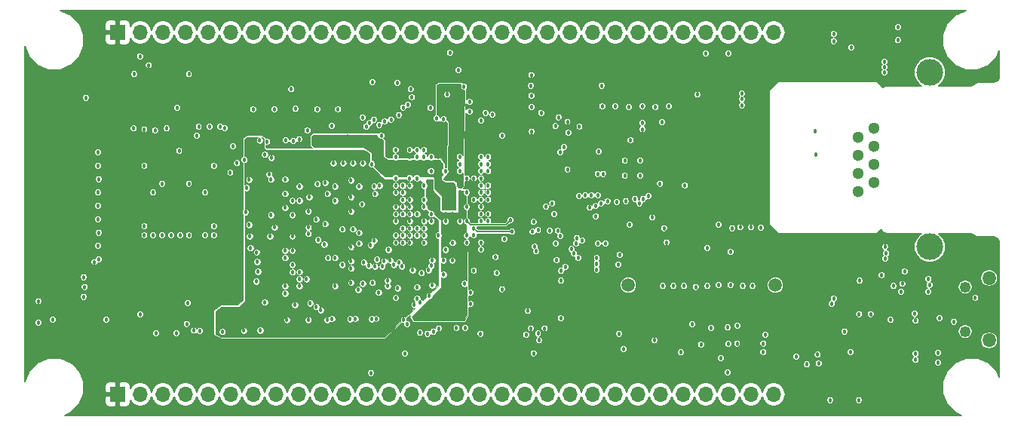
<source format=gbr>
G04 #@! TF.GenerationSoftware,KiCad,Pcbnew,(2018-01-10 revision 7e6a654)-master*
G04 #@! TF.CreationDate,2018-02-04T00:48:26+01:00*
G04 #@! TF.ProjectId,jiffy,6A696666792E6B696361645F70636200,rev?*
G04 #@! TF.SameCoordinates,Original*
G04 #@! TF.FileFunction,Copper,L3,Inr,Signal*
G04 #@! TF.FilePolarity,Positive*
%FSLAX46Y46*%
G04 Gerber Fmt 4.6, Leading zero omitted, Abs format (unit mm)*
G04 Created by KiCad (PCBNEW (2018-01-10 revision 7e6a654)-master) date 2018 February 04, Sunday 00:48:26*
%MOMM*%
%LPD*%
G01*
G04 APERTURE LIST*
%ADD10C,1.500000*%
%ADD11O,1.550000X1.550000*%
%ADD12O,1.250000X1.250000*%
%ADD13C,1.300000*%
%ADD14C,3.000000*%
%ADD15R,1.700000X1.700000*%
%ADD16O,1.700000X1.700000*%
%ADD17C,0.457200*%
%ADD18C,0.127000*%
%ADD19C,0.100000*%
%ADD20C,0.200000*%
%ADD21C,0.110000*%
%ADD22C,0.150000*%
G04 APERTURE END LIST*
D10*
X158945000Y-99500000D03*
X175455000Y-99500000D03*
D11*
X199450000Y-98700000D03*
X199450000Y-105700000D03*
D12*
X196750000Y-99700000D03*
X196750000Y-104700000D03*
D13*
X186490000Y-81830000D03*
X184710000Y-82850000D03*
X186490000Y-83870000D03*
X184710000Y-84890000D03*
X186490000Y-85910000D03*
X184710000Y-86930000D03*
X186490000Y-87950000D03*
X184710000Y-88970000D03*
D14*
X192800000Y-75600000D03*
X192800000Y-95200000D03*
D15*
X101600000Y-71120000D03*
D16*
X104140000Y-71120000D03*
X106680000Y-71120000D03*
X109220000Y-71120000D03*
X111760000Y-71120000D03*
X114300000Y-71120000D03*
X116840000Y-71120000D03*
X119380000Y-71120000D03*
X121920000Y-71120000D03*
X124460000Y-71120000D03*
X127000000Y-71120000D03*
X129540000Y-71120000D03*
X132080000Y-71120000D03*
X134620000Y-71120000D03*
X137160000Y-71120000D03*
X139700000Y-71120000D03*
X142240000Y-71120000D03*
X144780000Y-71120000D03*
X147320000Y-71120000D03*
X149860000Y-71120000D03*
X152400000Y-71120000D03*
X154940000Y-71120000D03*
X157480000Y-71120000D03*
X160020000Y-71120000D03*
X162560000Y-71120000D03*
X165100000Y-71120000D03*
X167640000Y-71120000D03*
X170180000Y-71120000D03*
X172720000Y-71120000D03*
X175260000Y-71120000D03*
X175260000Y-111760000D03*
X172720000Y-111760000D03*
X170180000Y-111760000D03*
X167640000Y-111760000D03*
X165100000Y-111760000D03*
X162560000Y-111760000D03*
X160020000Y-111760000D03*
X157480000Y-111760000D03*
X154940000Y-111760000D03*
X152400000Y-111760000D03*
X149860000Y-111760000D03*
X147320000Y-111760000D03*
X144780000Y-111760000D03*
X142240000Y-111760000D03*
X139700000Y-111760000D03*
X137160000Y-111760000D03*
X134620000Y-111760000D03*
X132080000Y-111760000D03*
X129540000Y-111760000D03*
X127000000Y-111760000D03*
X124460000Y-111760000D03*
X121920000Y-111760000D03*
X119380000Y-111760000D03*
X116840000Y-111760000D03*
X114300000Y-111760000D03*
X111760000Y-111760000D03*
X109220000Y-111760000D03*
X106680000Y-111760000D03*
X104140000Y-111760000D03*
D15*
X101600000Y-111760000D03*
D17*
X148450000Y-95150000D03*
X144050000Y-96350000D03*
X144750000Y-99950000D03*
X140550000Y-99300000D03*
X141200000Y-101600000D03*
X137650000Y-104350000D03*
X168250000Y-104300000D03*
X192750000Y-99500000D03*
X132800000Y-84300000D03*
X136000000Y-84300000D03*
X129500000Y-81707900D03*
X125650000Y-81619110D03*
X118400000Y-83400000D03*
X117550000Y-83250000D03*
X118850000Y-85200000D03*
X118100000Y-84800000D03*
X118600000Y-87050000D03*
X116350000Y-87650000D03*
X116050000Y-88550000D03*
X116350000Y-92700000D03*
X115950000Y-91300000D03*
X174100000Y-106050000D03*
X170150000Y-106100000D03*
X170100000Y-104250000D03*
X121100000Y-77500000D03*
X117600000Y-104550000D03*
X115750000Y-104600000D03*
X113350000Y-104700000D03*
X105900000Y-104900000D03*
X108200000Y-104900000D03*
X104150000Y-102800000D03*
X110800000Y-104650000D03*
X110150000Y-104600000D03*
X136800000Y-88300000D03*
X118800000Y-91600000D03*
X116450000Y-83300000D03*
X120150000Y-86500000D03*
X116900000Y-84900000D03*
X116300000Y-87050000D03*
X118800000Y-88700000D03*
X116150000Y-90600000D03*
X118850000Y-101600000D03*
X118750000Y-103350000D03*
X116650000Y-104600000D03*
X114300000Y-104650000D03*
X109450000Y-101500000D03*
X145700000Y-92200000D03*
X149550000Y-104350000D03*
X148000000Y-104350000D03*
X144150000Y-98100000D03*
X140800000Y-93917280D03*
X164850000Y-107050000D03*
X174300000Y-105050000D03*
X171150000Y-106050000D03*
X141200000Y-100350000D03*
X184950000Y-96800000D03*
X165300000Y-93200000D03*
X164100000Y-93250000D03*
X167800000Y-93150000D03*
X137600000Y-85082721D03*
X134400000Y-87500000D03*
X123650000Y-77500000D03*
X101150000Y-101750000D03*
X102750000Y-101200000D03*
X104150000Y-101850000D03*
X111800000Y-104550000D03*
X112050000Y-103750000D03*
X118800000Y-87600000D03*
X133850000Y-107200000D03*
X148300000Y-107150000D03*
X158400000Y-106700000D03*
X170400000Y-95750000D03*
X135550000Y-104850000D03*
X94300000Y-103350000D03*
X100350000Y-103350000D03*
X163250000Y-94700000D03*
X167800000Y-95350000D03*
X170600000Y-93100000D03*
X173800000Y-93050000D03*
X133650000Y-79550000D03*
X134200000Y-79250000D03*
X132800000Y-87500000D03*
X130200000Y-76700000D03*
X109600000Y-75800000D03*
X103450000Y-75800000D03*
X132800000Y-85100000D03*
X125150000Y-89200000D03*
X162950000Y-93100000D03*
X169050000Y-92700000D03*
X137050000Y-104700000D03*
X130050000Y-109350000D03*
X138150000Y-96700000D03*
X167100000Y-106150000D03*
X170100000Y-109300000D03*
X142350000Y-104950000D03*
X138400000Y-95500000D03*
X138900000Y-73400000D03*
X139850000Y-75350000D03*
X155950000Y-77100000D03*
X184900000Y-99000000D03*
X186150000Y-102750000D03*
X122900000Y-82100000D03*
X114551017Y-83901220D03*
X114250000Y-86850000D03*
X109350000Y-103850000D03*
X148900000Y-105700000D03*
X161900000Y-105700000D03*
X147450000Y-105050000D03*
X141600000Y-97850000D03*
X171200000Y-104050000D03*
X174100000Y-107000000D03*
X148100000Y-79500000D03*
X148050000Y-78250000D03*
X148000000Y-77100000D03*
X148050000Y-75900000D03*
X92700000Y-103700000D03*
X92700000Y-101300000D03*
X98050000Y-78450000D03*
X117200000Y-95800000D03*
X117250000Y-96850000D03*
X117350000Y-97950000D03*
X117150000Y-99050000D03*
X148300000Y-92400000D03*
X145000000Y-94300000D03*
X97800000Y-100800000D03*
X97900000Y-99700000D03*
X97800000Y-98600000D03*
X99000000Y-96900000D03*
X99500000Y-96600000D03*
X99400000Y-95100000D03*
X99500000Y-93600000D03*
X99400000Y-92100000D03*
X99400000Y-90600000D03*
X99400000Y-89100000D03*
X99500000Y-87600000D03*
X99400000Y-86100000D03*
X99400000Y-84600000D03*
X148600000Y-95700000D03*
X197900000Y-100900000D03*
X193700000Y-108200000D03*
X193700000Y-107100000D03*
X191200000Y-107200000D03*
X191200000Y-107900000D03*
X184800000Y-112400000D03*
X181600000Y-112400000D03*
X180200000Y-107300000D03*
X180300000Y-108300000D03*
X189200000Y-72000000D03*
X189200000Y-70500000D03*
X182000000Y-71300000D03*
X181800000Y-101600000D03*
X182000000Y-101000000D03*
X188400000Y-103400000D03*
X183200000Y-104700000D03*
X172900000Y-99600000D03*
X171800000Y-99600000D03*
X170400000Y-99500000D03*
X169100000Y-99500000D03*
X167800000Y-99600000D03*
X166500000Y-99700000D03*
X165200000Y-99600000D03*
X164000000Y-99600000D03*
X162800000Y-99600000D03*
X171500000Y-93000000D03*
X172700000Y-93000000D03*
X166700000Y-78100000D03*
X163500000Y-79400000D03*
X162000000Y-79500000D03*
X160500000Y-79400000D03*
X159000000Y-79500000D03*
X157500000Y-79400000D03*
X156000000Y-79400000D03*
X187800000Y-96500000D03*
X187900000Y-95900000D03*
X187800000Y-95200000D03*
X187700000Y-75600000D03*
X187700000Y-74400000D03*
X187700000Y-75000000D03*
X171700000Y-79300000D03*
X171700000Y-78000000D03*
X171700000Y-78600000D03*
X161600000Y-91900000D03*
X159100000Y-92700000D03*
X160500000Y-82000000D03*
X160500000Y-81300000D03*
X162700000Y-81200000D03*
X161200000Y-89500000D03*
X162500000Y-88100000D03*
X160262500Y-87212500D03*
X160262500Y-85487500D03*
X158537500Y-85487500D03*
X158537500Y-87212500D03*
X165300000Y-88300000D03*
X140000000Y-85100000D03*
X140000000Y-85900000D03*
X144800000Y-82700000D03*
X142400000Y-85100000D03*
X142400000Y-87500000D03*
X151400000Y-99000000D03*
X141100000Y-80000000D03*
X141100000Y-78900000D03*
X140500000Y-77200000D03*
X138600000Y-78100000D03*
X126350000Y-79750000D03*
X124000000Y-79750000D03*
X121600000Y-79700000D03*
X119200000Y-79750000D03*
X116800000Y-79750000D03*
X142400000Y-95500000D03*
X140650000Y-104300000D03*
X139650000Y-104300000D03*
X147650000Y-102400000D03*
X125650000Y-103250000D03*
X128292797Y-103250000D03*
X130600000Y-103250000D03*
X116500000Y-95300000D03*
X118100000Y-101400000D03*
X120600000Y-103400000D03*
X121500000Y-101700000D03*
X123000000Y-103400000D03*
X125100000Y-103400000D03*
X127700000Y-103300000D03*
X130100000Y-103300000D03*
X133700000Y-103400000D03*
X134100000Y-103900000D03*
X134900000Y-101700000D03*
X135534321Y-101445762D03*
X131200000Y-82700000D03*
X148200000Y-93500000D03*
X151350000Y-103200000D03*
X139200000Y-94717279D03*
X136900000Y-99500000D03*
X136600000Y-100700000D03*
X138200000Y-98300000D03*
X136800000Y-91500000D03*
X138400000Y-92300000D03*
X140000000Y-92300000D03*
X140800000Y-90700000D03*
X140800000Y-89100000D03*
X140800000Y-87500000D03*
X140000000Y-86700000D03*
X138400000Y-86700000D03*
X136800000Y-86700000D03*
X135200000Y-87500000D03*
X136000000Y-88300000D03*
X136000000Y-89900000D03*
X136000000Y-90700000D03*
X136800000Y-92300000D03*
X120500000Y-83200000D03*
X121300000Y-83300000D03*
X122000000Y-83100000D03*
X129100000Y-85800000D03*
X128000000Y-85800000D03*
X126900000Y-85800000D03*
X125800000Y-85800000D03*
X133026247Y-99817498D03*
X136000000Y-93100000D03*
X134400000Y-88300000D03*
X132800000Y-88300000D03*
X134400000Y-89900000D03*
X132800000Y-91500000D03*
X133600000Y-93100000D03*
X135200000Y-93100000D03*
X136000000Y-94700000D03*
X134400000Y-94700000D03*
X132800000Y-94700000D03*
X132000000Y-95500000D03*
X120400000Y-100400000D03*
X120400000Y-99600000D03*
X121200000Y-97200000D03*
X120400000Y-96400000D03*
X120400000Y-95600000D03*
X121200000Y-95600000D03*
X121200000Y-94014392D03*
X120400000Y-90800000D03*
X120400000Y-89200000D03*
X120400000Y-87600000D03*
X127800000Y-89600000D03*
X127800000Y-91200000D03*
X126800000Y-93200000D03*
X126000000Y-99600000D03*
X127800000Y-95200000D03*
X126800000Y-97200000D03*
X127800000Y-96800000D03*
X127800000Y-97600000D03*
X127800000Y-99200000D03*
X112400000Y-86100000D03*
X112400000Y-92900000D03*
X112400000Y-93900000D03*
X111400000Y-93900000D03*
X109600000Y-93900000D03*
X108600000Y-93900000D03*
X107600000Y-93900000D03*
X106600000Y-93900000D03*
X105600000Y-93900000D03*
X104600000Y-93900000D03*
X104600000Y-92900000D03*
X111400000Y-89100000D03*
X105600000Y-89100000D03*
X109600000Y-88100000D03*
X106600000Y-88100000D03*
X104600000Y-86100000D03*
X127800000Y-87700000D03*
X142400000Y-94700000D03*
X141600000Y-93900000D03*
X136000000Y-92300000D03*
X138400000Y-88300000D03*
X139200000Y-89100000D03*
X139200000Y-89900000D03*
X138400000Y-89100000D03*
X138400000Y-90717279D03*
X138400000Y-89900000D03*
X124500000Y-82900000D03*
X127400000Y-82800000D03*
X125800000Y-83400000D03*
X126900000Y-83400000D03*
X128000000Y-83400000D03*
X129100000Y-83400000D03*
X136700000Y-102400000D03*
X136300000Y-103100000D03*
X137900000Y-100700000D03*
X138200000Y-99600000D03*
X139200000Y-98200000D03*
X140000000Y-91500000D03*
X140000000Y-89100000D03*
X140000000Y-89900000D03*
X139200000Y-91500000D03*
X138400000Y-91500000D03*
X137600000Y-90700000D03*
X136800000Y-90700000D03*
X137600000Y-89900000D03*
X136800000Y-89100000D03*
X139500000Y-77200000D03*
X138900000Y-78900000D03*
X138700000Y-79500000D03*
X138900000Y-80000000D03*
X140000000Y-88300000D03*
X140000000Y-87500000D03*
X139200000Y-87500000D03*
X138400000Y-87500000D03*
X145900000Y-93500000D03*
X141600000Y-93100000D03*
X121200000Y-91600000D03*
X128700000Y-94800000D03*
X133600000Y-93900000D03*
X118800000Y-96250000D03*
X117850000Y-96850000D03*
X117907203Y-97950000D03*
X117900000Y-99050000D03*
X126250000Y-103250000D03*
X128850000Y-103250000D03*
X132150000Y-103700000D03*
X117200000Y-101400000D03*
X115600000Y-102100000D03*
X116900000Y-102100000D03*
X116300000Y-102100000D03*
X119800000Y-103300000D03*
X120300000Y-101800000D03*
X122100000Y-103500000D03*
X124500000Y-103300000D03*
X127000000Y-103300000D03*
X129400000Y-103400000D03*
X132300000Y-102550000D03*
X135200000Y-88300000D03*
X135200000Y-89100000D03*
X135200000Y-89900000D03*
X135200000Y-90700000D03*
X136000000Y-91500000D03*
X135200000Y-92300000D03*
X126000000Y-94800000D03*
X121200000Y-100400000D03*
X120400000Y-98800000D03*
X120400000Y-97200000D03*
X122000000Y-95600000D03*
X120400000Y-94800000D03*
X121200000Y-93200000D03*
X120400000Y-90000000D03*
X120400000Y-88400000D03*
X127800000Y-88800000D03*
X127800000Y-90400000D03*
X126000000Y-93200000D03*
X127800000Y-96000000D03*
X126000000Y-97200000D03*
X127800000Y-98400000D03*
X127800000Y-100000000D03*
X126000000Y-98800000D03*
X140800000Y-92300000D03*
X140800000Y-94700000D03*
X147400000Y-79500000D03*
X147400000Y-78250000D03*
X147400000Y-77100000D03*
X147250000Y-75900000D03*
X92700000Y-81800000D03*
X92700000Y-79300000D03*
X113600000Y-75100000D03*
X112700000Y-75100000D03*
X98000000Y-97000000D03*
X98500000Y-96600000D03*
X98600000Y-95100000D03*
X98600000Y-93600000D03*
X98600000Y-92100000D03*
X98600000Y-90600000D03*
X98600000Y-89100000D03*
X98700000Y-87600000D03*
X98700000Y-86100000D03*
X98700000Y-84600000D03*
X179100000Y-103600000D03*
X181200000Y-104700000D03*
X179800000Y-104500000D03*
X161500000Y-99500000D03*
X165000000Y-78100000D03*
X163500000Y-78700000D03*
X162000000Y-78700000D03*
X160500000Y-78700000D03*
X159000000Y-78800000D03*
X157500000Y-78800000D03*
X156000000Y-78700000D03*
X152900000Y-83200000D03*
X152900000Y-84500000D03*
X153000000Y-85700000D03*
X152900000Y-87000000D03*
X153000000Y-88600000D03*
X161600000Y-91200000D03*
X157800000Y-92700000D03*
X156700000Y-92700000D03*
X168000000Y-83400000D03*
X168000000Y-89800000D03*
X166400000Y-91100000D03*
X164200000Y-91100000D03*
X166400000Y-81300000D03*
X164200000Y-81300000D03*
X161200000Y-83200000D03*
X156200000Y-86100000D03*
X162500000Y-87100000D03*
X165300000Y-84000000D03*
X125700000Y-79750000D03*
X123350000Y-79750000D03*
X121000000Y-79700000D03*
X118500000Y-79750000D03*
X116150000Y-79750000D03*
X140800000Y-85900000D03*
X140800000Y-86700000D03*
X140800000Y-88300000D03*
X141600000Y-89100000D03*
X141600000Y-90700000D03*
X141600000Y-91500000D03*
X114400000Y-79600000D03*
X113100000Y-79600000D03*
X111900000Y-79600000D03*
X110700000Y-79600000D03*
X109500000Y-79600000D03*
X106600000Y-79700000D03*
X105800000Y-79600000D03*
X104600000Y-79700000D03*
X103792100Y-79700000D03*
X134400000Y-85100000D03*
X120132174Y-81625663D03*
X111400000Y-86100000D03*
X105600000Y-86100000D03*
X104600000Y-89100000D03*
X111500000Y-93000000D03*
X104600000Y-94900000D03*
X105600000Y-94900000D03*
X106600000Y-94900000D03*
X108400000Y-94900000D03*
X109400000Y-94900000D03*
X110400000Y-94900000D03*
X111400000Y-94900000D03*
X112400000Y-94900000D03*
X105600000Y-92900000D03*
X106600000Y-89100000D03*
X110400000Y-89100000D03*
X112400000Y-89100000D03*
X124900000Y-88000000D03*
X133600000Y-88300000D03*
X119200000Y-93000000D03*
X132800000Y-92300000D03*
X135200000Y-99700000D03*
X134400000Y-93100000D03*
X118700000Y-94000000D03*
X123000000Y-93700000D03*
X128700000Y-93600000D03*
X116400000Y-94000000D03*
X123000000Y-93000000D03*
X128000000Y-93200000D03*
X137600000Y-93900000D03*
X148800000Y-93300000D03*
X142378631Y-91503873D03*
X151000000Y-93400000D03*
X151300000Y-94000000D03*
X108500000Y-84400000D03*
X135200000Y-85100000D03*
X110700000Y-81707900D03*
X129900000Y-81300000D03*
X103400000Y-81900000D03*
X108300000Y-79600000D03*
X130400000Y-80900000D03*
X105800000Y-82100000D03*
X104600000Y-82000000D03*
X134400000Y-84300000D03*
X107100000Y-81900000D03*
X133200000Y-80400000D03*
X113100000Y-81700000D03*
X131000000Y-81500000D03*
X111900000Y-81700000D03*
X131600000Y-81100000D03*
X113633703Y-81860110D03*
X129100000Y-80657900D03*
X105100000Y-74800000D03*
X115800000Y-85400000D03*
X130100000Y-85900000D03*
X104100000Y-73800000D03*
X115000000Y-85800000D03*
X110500000Y-82700000D03*
X132300000Y-80900000D03*
X121200000Y-90000000D03*
X130400000Y-88400000D03*
X131000000Y-88300000D03*
X123100000Y-89600000D03*
X126000000Y-88400000D03*
X132800000Y-89100000D03*
X128700000Y-88400000D03*
X133600000Y-89100000D03*
X130500000Y-89200000D03*
X126000000Y-90000000D03*
X122000000Y-88400000D03*
X133600000Y-89900000D03*
X123900000Y-92100000D03*
X132800000Y-90700000D03*
X122000000Y-90000000D03*
X133600000Y-90700000D03*
X123000000Y-91200000D03*
X134400000Y-90700000D03*
X129000000Y-90380900D03*
X124900000Y-92600000D03*
X133600000Y-91500000D03*
X124000000Y-88100000D03*
X134400000Y-91500000D03*
X124100000Y-94400000D03*
X134400000Y-92300000D03*
X124800000Y-94900000D03*
X135200000Y-91500000D03*
X142400000Y-92300000D03*
X143200000Y-92300000D03*
X122000000Y-99600000D03*
X131300000Y-97400000D03*
X130400000Y-94500000D03*
X132800000Y-93900000D03*
X123200000Y-101500000D03*
X134400000Y-93900000D03*
X126000000Y-96400000D03*
X135200000Y-93900000D03*
X125200000Y-96400000D03*
X136000000Y-93900000D03*
X128600000Y-100000000D03*
X129794481Y-97305519D03*
X129100000Y-99300000D03*
X129227120Y-96926090D03*
X130500000Y-97400000D03*
X130200000Y-99200000D03*
X130000000Y-95000000D03*
X133600000Y-94700000D03*
X131500000Y-96800000D03*
X122000000Y-98800000D03*
X130700000Y-96610304D03*
X122800000Y-98800000D03*
X130900000Y-100300000D03*
X132600000Y-97200000D03*
X131900000Y-99600000D03*
X133500000Y-97400000D03*
X123900000Y-101900000D03*
X136492100Y-97800000D03*
X135200000Y-101000000D03*
X136900000Y-96700000D03*
X189950000Y-97950000D03*
X195500000Y-103600000D03*
X177800000Y-107500000D03*
X169350000Y-107700000D03*
X150400000Y-90300000D03*
X156600000Y-90100000D03*
X149700000Y-90700000D03*
X148800000Y-104928600D03*
X157900000Y-104950000D03*
X157800000Y-97200000D03*
X155900000Y-90300000D03*
X141600000Y-89900000D03*
X150100000Y-93400000D03*
X151850000Y-97450000D03*
X150600000Y-91500000D03*
X143200000Y-91500000D03*
X150800000Y-94800000D03*
X150900000Y-96700000D03*
X122000000Y-98000000D03*
X132200000Y-96700000D03*
X131900000Y-99000000D03*
X133200000Y-96900000D03*
X121209499Y-98009499D03*
X134700000Y-97800000D03*
X132800000Y-100900000D03*
X135700000Y-98100000D03*
X124400000Y-102300000D03*
X136800000Y-97300000D03*
X187400000Y-98400000D03*
X188700000Y-99600000D03*
X193900000Y-103200000D03*
X191100000Y-102700000D03*
X191200000Y-103500000D03*
X179000000Y-108400000D03*
X183900000Y-107000000D03*
X179900000Y-82200000D03*
X180000000Y-84800000D03*
X157650000Y-90150000D03*
X184000000Y-72800000D03*
X182000000Y-72100000D03*
X155600000Y-84500000D03*
X151700000Y-84000000D03*
X155500000Y-87000000D03*
X143200000Y-85100000D03*
X159700000Y-89800000D03*
X143200000Y-86700000D03*
X160200000Y-90300000D03*
X143200000Y-85900000D03*
X160600000Y-89800000D03*
X142400000Y-85900000D03*
X151400000Y-97900000D03*
X156100000Y-87000000D03*
X151300000Y-84600000D03*
X159200000Y-83200000D03*
X152200000Y-82400000D03*
X152100000Y-86500000D03*
X142400000Y-86700000D03*
X155550000Y-94800000D03*
X155300000Y-91800000D03*
X156350000Y-94800000D03*
X155300000Y-90607900D03*
X153750000Y-94500000D03*
X153400000Y-89500000D03*
X157950000Y-96100000D03*
X154592100Y-90800000D03*
X155400000Y-97750000D03*
X155400000Y-97100000D03*
X152850000Y-95950000D03*
X154800000Y-89400000D03*
X152550000Y-95450000D03*
X154100000Y-89400000D03*
X142900000Y-80150000D03*
X143700000Y-80350000D03*
X153450000Y-81700000D03*
X142400000Y-81000000D03*
X150750000Y-81650000D03*
X151100000Y-80650000D03*
X148100000Y-82250000D03*
X152100000Y-81150000D03*
X167640000Y-73500000D03*
X170200000Y-73500000D03*
X136000000Y-85100000D03*
X134500000Y-77500000D03*
X133000000Y-76800000D03*
X134650000Y-78400000D03*
X136700000Y-79600000D03*
X155400000Y-96450000D03*
X153100000Y-94800000D03*
X153150000Y-94192100D03*
X153300000Y-96450000D03*
X155500000Y-89400000D03*
X139150000Y-96700000D03*
X136400000Y-104950000D03*
X149150000Y-80150000D03*
X138200000Y-80850000D03*
X137400000Y-80750000D03*
X189700000Y-99350000D03*
X192650000Y-98800000D03*
X189550000Y-100250000D03*
X192600000Y-100250000D03*
X166100000Y-103900000D03*
X184850000Y-102750000D03*
X158650000Y-90050000D03*
X143200000Y-89100000D03*
X142400000Y-90700000D03*
X143200000Y-89900000D03*
X142400000Y-89100000D03*
X142400000Y-89900000D03*
X142400000Y-88300000D03*
X143200000Y-88300000D03*
X136800000Y-85100000D03*
X135200000Y-84300000D03*
X141600000Y-87500000D03*
D18*
X141200000Y-92700000D02*
X145100000Y-92700000D01*
X145700000Y-92200000D02*
X145200000Y-92700000D01*
X145200000Y-92700000D02*
X145100000Y-92700000D01*
D19*
X142250000Y-87100000D02*
X142725000Y-87100000D01*
X141703599Y-86471401D02*
X141703599Y-86553599D01*
X141703599Y-86553599D02*
X142250000Y-87100000D01*
X140800000Y-86700000D02*
X141028599Y-86471401D01*
X141028599Y-86471401D02*
X141703599Y-86471401D01*
X141523289Y-87900000D02*
X142750000Y-87900000D01*
X140800000Y-88300000D02*
X141123289Y-88300000D01*
X141123289Y-88300000D02*
X141523289Y-87900000D01*
X142000000Y-87075000D02*
X142000000Y-87700000D01*
X141625000Y-86700000D02*
X142000000Y-87075000D01*
X140800000Y-86700000D02*
X141625000Y-86700000D01*
X141200000Y-87900000D02*
X141200000Y-87350000D01*
X140800000Y-88300000D02*
X141200000Y-87900000D01*
X142000000Y-88700000D02*
X143475000Y-88700000D01*
X141600000Y-89100000D02*
X142000000Y-88700000D01*
X142800000Y-88275000D02*
X142800000Y-88125000D01*
X142800000Y-88300000D02*
X142800000Y-88275000D01*
X142800000Y-89500000D02*
X142800000Y-88300000D01*
X142800000Y-89975000D02*
X142800000Y-89500000D01*
X142800000Y-89500000D02*
X142000000Y-89500000D01*
X143475000Y-89500000D02*
X142800000Y-89500000D01*
X142000000Y-89500000D02*
X141600000Y-89100000D01*
X142800000Y-91900000D02*
X143375000Y-91900000D01*
X142000000Y-91900000D02*
X142800000Y-91900000D01*
X142800000Y-91900000D02*
X142800000Y-91275000D01*
X141600000Y-91500000D02*
X142000000Y-91900000D01*
X142000000Y-91100000D02*
X142600000Y-91100000D01*
X141600000Y-91500000D02*
X142000000Y-91100000D01*
X142000000Y-90300000D02*
X142725000Y-90300000D01*
X141600000Y-90700000D02*
X142000000Y-90300000D01*
D20*
X144500000Y-93500000D02*
X145900000Y-93500000D01*
X142000000Y-93500000D02*
X144500000Y-93500000D01*
X141600000Y-93100000D02*
X142000000Y-93500000D01*
D18*
X141028599Y-92528599D02*
X141200000Y-92700000D01*
X140800000Y-92300000D02*
X141028599Y-92528599D01*
D21*
G36*
X117327335Y-82916128D02*
X117216517Y-83026752D01*
X117156469Y-83171365D01*
X117156332Y-83327948D01*
X117216128Y-83472665D01*
X117326752Y-83583483D01*
X117471365Y-83643531D01*
X117627948Y-83643668D01*
X117772665Y-83583872D01*
X117883483Y-83473248D01*
X117943531Y-83328635D01*
X117943668Y-83172052D01*
X117883872Y-83027335D01*
X117773248Y-82916517D01*
X117745512Y-82905000D01*
X117830707Y-82905000D01*
X118045000Y-83076434D01*
X118045000Y-83228571D01*
X118006469Y-83321365D01*
X118006332Y-83477948D01*
X118045000Y-83571531D01*
X118045000Y-84050000D01*
X118049187Y-84071048D01*
X118057052Y-84084358D01*
X118257052Y-84334358D01*
X118273470Y-84348178D01*
X118300000Y-84355000D01*
X129285394Y-84355000D01*
X129703207Y-84593751D01*
X129895000Y-84713621D01*
X129895000Y-85558829D01*
X129877335Y-85566128D01*
X129766517Y-85676752D01*
X129706469Y-85821365D01*
X129706332Y-85977948D01*
X129766128Y-86122665D01*
X129876752Y-86233483D01*
X130021365Y-86293531D01*
X130177948Y-86293668D01*
X130196209Y-86286123D01*
X130276178Y-86366092D01*
X131260382Y-87388150D01*
X131277998Y-87400407D01*
X131300000Y-87405000D01*
X131315086Y-87405000D01*
X131455043Y-87544957D01*
X131521550Y-87589395D01*
X131600000Y-87605000D01*
X132417510Y-87605000D01*
X132466128Y-87722665D01*
X132576752Y-87833483D01*
X132721365Y-87893531D01*
X132877948Y-87893668D01*
X133022665Y-87833872D01*
X133133483Y-87723248D01*
X133182583Y-87605000D01*
X134017510Y-87605000D01*
X134066128Y-87722665D01*
X134176752Y-87833483D01*
X134321365Y-87893531D01*
X134477948Y-87893668D01*
X134622665Y-87833872D01*
X134733483Y-87723248D01*
X134782583Y-87605000D01*
X134817510Y-87605000D01*
X134866128Y-87722665D01*
X134976752Y-87833483D01*
X135121365Y-87893531D01*
X135277948Y-87893668D01*
X135422665Y-87833872D01*
X135525846Y-87730871D01*
X135777069Y-87966393D01*
X135666517Y-88076752D01*
X135606469Y-88221365D01*
X135606332Y-88377948D01*
X135666128Y-88522665D01*
X135776752Y-88633483D01*
X135921365Y-88693531D01*
X135945000Y-88693552D01*
X135945000Y-89506352D01*
X135922052Y-89506332D01*
X135777335Y-89566128D01*
X135666517Y-89676752D01*
X135606469Y-89821365D01*
X135606332Y-89977948D01*
X135666128Y-90122665D01*
X135776752Y-90233483D01*
X135921365Y-90293531D01*
X135945000Y-90293552D01*
X135945000Y-90306352D01*
X135922052Y-90306332D01*
X135777335Y-90366128D01*
X135666517Y-90476752D01*
X135606469Y-90621365D01*
X135606332Y-90777948D01*
X135666128Y-90922665D01*
X135776752Y-91033483D01*
X135921365Y-91093531D01*
X136077948Y-91093668D01*
X136196238Y-91044791D01*
X136465136Y-91280077D01*
X136406469Y-91421365D01*
X136406332Y-91577948D01*
X136466128Y-91722665D01*
X136576752Y-91833483D01*
X136721365Y-91893531D01*
X136877948Y-91893668D01*
X137022665Y-91833872D01*
X137057875Y-91798724D01*
X137545000Y-92224958D01*
X137545000Y-93506352D01*
X137522052Y-93506332D01*
X137377335Y-93566128D01*
X137266517Y-93676752D01*
X137206469Y-93821365D01*
X137206332Y-93977948D01*
X137266128Y-94122665D01*
X137376752Y-94233483D01*
X137521365Y-94293531D01*
X137545000Y-94293552D01*
X137545000Y-99576530D01*
X136751677Y-100336798D01*
X136678635Y-100306469D01*
X136522052Y-100306332D01*
X136377335Y-100366128D01*
X136266517Y-100476752D01*
X136206469Y-100621365D01*
X136206332Y-100777948D01*
X136230447Y-100836310D01*
X135847976Y-101202845D01*
X135757569Y-101112279D01*
X135612956Y-101052231D01*
X135593554Y-101052214D01*
X135593668Y-100922052D01*
X135533872Y-100777335D01*
X135423248Y-100666517D01*
X135278635Y-100606469D01*
X135122052Y-100606332D01*
X134977335Y-100666128D01*
X134866517Y-100776752D01*
X134806469Y-100921365D01*
X134806332Y-101077948D01*
X134866128Y-101222665D01*
X134949760Y-101306444D01*
X134822052Y-101306332D01*
X134677335Y-101366128D01*
X134566517Y-101476752D01*
X134506469Y-101621365D01*
X134506332Y-101777948D01*
X134566128Y-101922665D01*
X134676752Y-102033483D01*
X134821365Y-102093531D01*
X134918476Y-102093616D01*
X133909313Y-103060731D01*
X133778635Y-103006469D01*
X133622052Y-103006332D01*
X133477335Y-103066128D01*
X133366517Y-103176752D01*
X133306469Y-103321365D01*
X133306332Y-103477948D01*
X133353879Y-103593021D01*
X131577901Y-105295000D01*
X113213866Y-105295000D01*
X112605000Y-104967149D01*
X112605000Y-104777948D01*
X112956332Y-104777948D01*
X113016128Y-104922665D01*
X113126752Y-105033483D01*
X113271365Y-105093531D01*
X113427948Y-105093668D01*
X113572665Y-105033872D01*
X113683483Y-104923248D01*
X113743531Y-104778635D01*
X113743619Y-104677948D01*
X115356332Y-104677948D01*
X115416128Y-104822665D01*
X115526752Y-104933483D01*
X115671365Y-104993531D01*
X115827948Y-104993668D01*
X115972665Y-104933872D01*
X116083483Y-104823248D01*
X116143531Y-104678635D01*
X116143575Y-104627948D01*
X117206332Y-104627948D01*
X117266128Y-104772665D01*
X117376752Y-104883483D01*
X117521365Y-104943531D01*
X117677948Y-104943668D01*
X117822665Y-104883872D01*
X117933483Y-104773248D01*
X117993531Y-104628635D01*
X117993668Y-104472052D01*
X117933872Y-104327335D01*
X117823248Y-104216517D01*
X117678635Y-104156469D01*
X117522052Y-104156332D01*
X117377335Y-104216128D01*
X117266517Y-104326752D01*
X117206469Y-104471365D01*
X117206332Y-104627948D01*
X116143575Y-104627948D01*
X116143668Y-104522052D01*
X116083872Y-104377335D01*
X115973248Y-104266517D01*
X115828635Y-104206469D01*
X115672052Y-104206332D01*
X115527335Y-104266128D01*
X115416517Y-104376752D01*
X115356469Y-104521365D01*
X115356332Y-104677948D01*
X113743619Y-104677948D01*
X113743668Y-104622052D01*
X113683872Y-104477335D01*
X113573248Y-104366517D01*
X113428635Y-104306469D01*
X113272052Y-104306332D01*
X113127335Y-104366128D01*
X113016517Y-104476752D01*
X112956469Y-104621365D01*
X112956332Y-104777948D01*
X112605000Y-104777948D01*
X112605000Y-103477948D01*
X120206332Y-103477948D01*
X120266128Y-103622665D01*
X120376752Y-103733483D01*
X120521365Y-103793531D01*
X120677948Y-103793668D01*
X120822665Y-103733872D01*
X120933483Y-103623248D01*
X120993531Y-103478635D01*
X120993531Y-103477948D01*
X122606332Y-103477948D01*
X122666128Y-103622665D01*
X122776752Y-103733483D01*
X122921365Y-103793531D01*
X123077948Y-103793668D01*
X123222665Y-103733872D01*
X123333483Y-103623248D01*
X123393531Y-103478635D01*
X123393531Y-103477948D01*
X124706332Y-103477948D01*
X124766128Y-103622665D01*
X124876752Y-103733483D01*
X125021365Y-103793531D01*
X125177948Y-103793668D01*
X125322665Y-103733872D01*
X125433483Y-103623248D01*
X125446577Y-103591715D01*
X125571365Y-103643531D01*
X125727948Y-103643668D01*
X125872665Y-103583872D01*
X125983483Y-103473248D01*
X126023054Y-103377948D01*
X127306332Y-103377948D01*
X127366128Y-103522665D01*
X127476752Y-103633483D01*
X127621365Y-103693531D01*
X127777948Y-103693668D01*
X127922665Y-103633872D01*
X128021430Y-103535280D01*
X128069549Y-103583483D01*
X128214162Y-103643531D01*
X128370745Y-103643668D01*
X128515462Y-103583872D01*
X128626280Y-103473248D01*
X128665851Y-103377948D01*
X129706332Y-103377948D01*
X129766128Y-103522665D01*
X129876752Y-103633483D01*
X130021365Y-103693531D01*
X130177948Y-103693668D01*
X130322665Y-103633872D01*
X130374950Y-103581678D01*
X130376752Y-103583483D01*
X130521365Y-103643531D01*
X130677948Y-103643668D01*
X130822665Y-103583872D01*
X130933483Y-103473248D01*
X130993531Y-103328635D01*
X130993668Y-103172052D01*
X130933872Y-103027335D01*
X130823248Y-102916517D01*
X130678635Y-102856469D01*
X130522052Y-102856332D01*
X130377335Y-102916128D01*
X130325050Y-102968322D01*
X130323248Y-102966517D01*
X130178635Y-102906469D01*
X130022052Y-102906332D01*
X129877335Y-102966128D01*
X129766517Y-103076752D01*
X129706469Y-103221365D01*
X129706332Y-103377948D01*
X128665851Y-103377948D01*
X128686328Y-103328635D01*
X128686465Y-103172052D01*
X128626669Y-103027335D01*
X128516045Y-102916517D01*
X128371432Y-102856469D01*
X128214849Y-102856332D01*
X128070132Y-102916128D01*
X127971367Y-103014720D01*
X127923248Y-102966517D01*
X127778635Y-102906469D01*
X127622052Y-102906332D01*
X127477335Y-102966128D01*
X127366517Y-103076752D01*
X127306469Y-103221365D01*
X127306332Y-103377948D01*
X126023054Y-103377948D01*
X126043531Y-103328635D01*
X126043668Y-103172052D01*
X125983872Y-103027335D01*
X125873248Y-102916517D01*
X125728635Y-102856469D01*
X125572052Y-102856332D01*
X125427335Y-102916128D01*
X125316517Y-103026752D01*
X125303423Y-103058285D01*
X125178635Y-103006469D01*
X125022052Y-103006332D01*
X124877335Y-103066128D01*
X124766517Y-103176752D01*
X124706469Y-103321365D01*
X124706332Y-103477948D01*
X123393531Y-103477948D01*
X123393668Y-103322052D01*
X123333872Y-103177335D01*
X123223248Y-103066517D01*
X123078635Y-103006469D01*
X122922052Y-103006332D01*
X122777335Y-103066128D01*
X122666517Y-103176752D01*
X122606469Y-103321365D01*
X122606332Y-103477948D01*
X120993531Y-103477948D01*
X120993668Y-103322052D01*
X120933872Y-103177335D01*
X120823248Y-103066517D01*
X120678635Y-103006469D01*
X120522052Y-103006332D01*
X120377335Y-103066128D01*
X120266517Y-103176752D01*
X120206469Y-103321365D01*
X120206332Y-103477948D01*
X112605000Y-103477948D01*
X112605000Y-102476732D01*
X113269023Y-101955000D01*
X115150000Y-101955000D01*
X115171048Y-101950813D01*
X115187425Y-101940304D01*
X115685346Y-101477948D01*
X117706332Y-101477948D01*
X117766128Y-101622665D01*
X117876752Y-101733483D01*
X118021365Y-101793531D01*
X118177948Y-101793668D01*
X118215993Y-101777948D01*
X121106332Y-101777948D01*
X121166128Y-101922665D01*
X121276752Y-102033483D01*
X121421365Y-102093531D01*
X121577948Y-102093668D01*
X121722665Y-102033872D01*
X121778687Y-101977948D01*
X123506332Y-101977948D01*
X123566128Y-102122665D01*
X123676752Y-102233483D01*
X123821365Y-102293531D01*
X123977948Y-102293668D01*
X124006416Y-102281905D01*
X124006332Y-102377948D01*
X124066128Y-102522665D01*
X124176752Y-102633483D01*
X124321365Y-102693531D01*
X124477948Y-102693668D01*
X124622665Y-102633872D01*
X124733483Y-102523248D01*
X124793531Y-102378635D01*
X124793668Y-102222052D01*
X124733872Y-102077335D01*
X124623248Y-101966517D01*
X124478635Y-101906469D01*
X124322052Y-101906332D01*
X124293584Y-101918095D01*
X124293668Y-101822052D01*
X124233872Y-101677335D01*
X124123248Y-101566517D01*
X123978635Y-101506469D01*
X123822052Y-101506332D01*
X123677335Y-101566128D01*
X123566517Y-101676752D01*
X123506469Y-101821365D01*
X123506332Y-101977948D01*
X121778687Y-101977948D01*
X121833483Y-101923248D01*
X121893531Y-101778635D01*
X121893668Y-101622052D01*
X121875445Y-101577948D01*
X122806332Y-101577948D01*
X122866128Y-101722665D01*
X122976752Y-101833483D01*
X123121365Y-101893531D01*
X123277948Y-101893668D01*
X123422665Y-101833872D01*
X123533483Y-101723248D01*
X123593531Y-101578635D01*
X123593668Y-101422052D01*
X123533872Y-101277335D01*
X123423248Y-101166517D01*
X123278635Y-101106469D01*
X123122052Y-101106332D01*
X122977335Y-101166128D01*
X122866517Y-101276752D01*
X122806469Y-101421365D01*
X122806332Y-101577948D01*
X121875445Y-101577948D01*
X121833872Y-101477335D01*
X121723248Y-101366517D01*
X121578635Y-101306469D01*
X121422052Y-101306332D01*
X121277335Y-101366128D01*
X121166517Y-101476752D01*
X121106469Y-101621365D01*
X121106332Y-101777948D01*
X118215993Y-101777948D01*
X118322665Y-101733872D01*
X118433483Y-101623248D01*
X118493531Y-101478635D01*
X118493668Y-101322052D01*
X118433872Y-101177335D01*
X118323248Y-101066517D01*
X118178635Y-101006469D01*
X118022052Y-101006332D01*
X117877335Y-101066128D01*
X117766517Y-101176752D01*
X117706469Y-101321365D01*
X117706332Y-101477948D01*
X115685346Y-101477948D01*
X115887425Y-101290304D01*
X115900000Y-101272914D01*
X115905000Y-101249815D01*
X115904085Y-100977948D01*
X132406332Y-100977948D01*
X132466128Y-101122665D01*
X132576752Y-101233483D01*
X132721365Y-101293531D01*
X132877948Y-101293668D01*
X133022665Y-101233872D01*
X133133483Y-101123248D01*
X133193531Y-100978635D01*
X133193668Y-100822052D01*
X133133872Y-100677335D01*
X133023248Y-100566517D01*
X132878635Y-100506469D01*
X132722052Y-100506332D01*
X132577335Y-100566128D01*
X132466517Y-100676752D01*
X132406469Y-100821365D01*
X132406332Y-100977948D01*
X115904085Y-100977948D01*
X115902402Y-100477948D01*
X120006332Y-100477948D01*
X120066128Y-100622665D01*
X120176752Y-100733483D01*
X120321365Y-100793531D01*
X120477948Y-100793668D01*
X120622665Y-100733872D01*
X120733483Y-100623248D01*
X120793531Y-100478635D01*
X120793668Y-100322052D01*
X120733872Y-100177335D01*
X120634659Y-100077948D01*
X128206332Y-100077948D01*
X128266128Y-100222665D01*
X128376752Y-100333483D01*
X128521365Y-100393531D01*
X128677948Y-100393668D01*
X128715993Y-100377948D01*
X130506332Y-100377948D01*
X130566128Y-100522665D01*
X130676752Y-100633483D01*
X130821365Y-100693531D01*
X130977948Y-100693668D01*
X131122665Y-100633872D01*
X131233483Y-100523248D01*
X131293531Y-100378635D01*
X131293668Y-100222052D01*
X131233872Y-100077335D01*
X131123248Y-99966517D01*
X130978635Y-99906469D01*
X130822052Y-99906332D01*
X130677335Y-99966128D01*
X130566517Y-100076752D01*
X130506469Y-100221365D01*
X130506332Y-100377948D01*
X128715993Y-100377948D01*
X128822665Y-100333872D01*
X128933483Y-100223248D01*
X128993531Y-100078635D01*
X128993668Y-99922052D01*
X128933872Y-99777335D01*
X128823248Y-99666517D01*
X128678635Y-99606469D01*
X128522052Y-99606332D01*
X128377335Y-99666128D01*
X128266517Y-99776752D01*
X128206469Y-99921365D01*
X128206332Y-100077948D01*
X120634659Y-100077948D01*
X120623248Y-100066517D01*
X120478635Y-100006469D01*
X120322052Y-100006332D01*
X120177335Y-100066128D01*
X120066517Y-100176752D01*
X120006469Y-100321365D01*
X120006332Y-100477948D01*
X115902402Y-100477948D01*
X115899709Y-99677948D01*
X120006332Y-99677948D01*
X120066128Y-99822665D01*
X120176752Y-99933483D01*
X120321365Y-99993531D01*
X120477948Y-99993668D01*
X120622665Y-99933872D01*
X120733483Y-99823248D01*
X120793531Y-99678635D01*
X120793531Y-99677948D01*
X121606332Y-99677948D01*
X121666128Y-99822665D01*
X121776752Y-99933483D01*
X121921365Y-99993531D01*
X122077948Y-99993668D01*
X122222665Y-99933872D01*
X122333483Y-99823248D01*
X122393531Y-99678635D01*
X122393531Y-99677948D01*
X125606332Y-99677948D01*
X125666128Y-99822665D01*
X125776752Y-99933483D01*
X125921365Y-99993531D01*
X126077948Y-99993668D01*
X126222665Y-99933872D01*
X126333483Y-99823248D01*
X126393531Y-99678635D01*
X126393668Y-99522052D01*
X126333872Y-99377335D01*
X126234659Y-99277948D01*
X127406332Y-99277948D01*
X127466128Y-99422665D01*
X127576752Y-99533483D01*
X127721365Y-99593531D01*
X127877948Y-99593668D01*
X128022665Y-99533872D01*
X128133483Y-99423248D01*
X128152293Y-99377948D01*
X128706332Y-99377948D01*
X128766128Y-99522665D01*
X128876752Y-99633483D01*
X129021365Y-99693531D01*
X129177948Y-99693668D01*
X129322665Y-99633872D01*
X129433483Y-99523248D01*
X129493531Y-99378635D01*
X129493619Y-99277948D01*
X129806332Y-99277948D01*
X129866128Y-99422665D01*
X129976752Y-99533483D01*
X130121365Y-99593531D01*
X130277948Y-99593668D01*
X130422665Y-99533872D01*
X130533483Y-99423248D01*
X130593531Y-99278635D01*
X130593668Y-99122052D01*
X130575445Y-99077948D01*
X131506332Y-99077948D01*
X131566128Y-99222665D01*
X131643366Y-99300038D01*
X131566517Y-99376752D01*
X131506469Y-99521365D01*
X131506332Y-99677948D01*
X131566128Y-99822665D01*
X131676752Y-99933483D01*
X131821365Y-99993531D01*
X131977948Y-99993668D01*
X132122665Y-99933872D01*
X132161158Y-99895446D01*
X132632579Y-99895446D01*
X132692375Y-100040163D01*
X132802999Y-100150981D01*
X132947612Y-100211029D01*
X133104195Y-100211166D01*
X133248912Y-100151370D01*
X133359730Y-100040746D01*
X133419778Y-99896133D01*
X133419881Y-99777948D01*
X134806332Y-99777948D01*
X134866128Y-99922665D01*
X134976752Y-100033483D01*
X135121365Y-100093531D01*
X135277948Y-100093668D01*
X135422665Y-100033872D01*
X135533483Y-99923248D01*
X135593531Y-99778635D01*
X135593668Y-99622052D01*
X135575445Y-99577948D01*
X136506332Y-99577948D01*
X136566128Y-99722665D01*
X136676752Y-99833483D01*
X136821365Y-99893531D01*
X136977948Y-99893668D01*
X137122665Y-99833872D01*
X137233483Y-99723248D01*
X137293531Y-99578635D01*
X137293668Y-99422052D01*
X137233872Y-99277335D01*
X137123248Y-99166517D01*
X136978635Y-99106469D01*
X136822052Y-99106332D01*
X136677335Y-99166128D01*
X136566517Y-99276752D01*
X136506469Y-99421365D01*
X136506332Y-99577948D01*
X135575445Y-99577948D01*
X135533872Y-99477335D01*
X135423248Y-99366517D01*
X135278635Y-99306469D01*
X135122052Y-99306332D01*
X134977335Y-99366128D01*
X134866517Y-99476752D01*
X134806469Y-99621365D01*
X134806332Y-99777948D01*
X133419881Y-99777948D01*
X133419915Y-99739550D01*
X133360119Y-99594833D01*
X133249495Y-99484015D01*
X133104882Y-99423967D01*
X132948299Y-99423830D01*
X132803582Y-99483626D01*
X132692764Y-99594250D01*
X132632716Y-99738863D01*
X132632579Y-99895446D01*
X132161158Y-99895446D01*
X132233483Y-99823248D01*
X132293531Y-99678635D01*
X132293668Y-99522052D01*
X132233872Y-99377335D01*
X132156634Y-99299962D01*
X132233483Y-99223248D01*
X132293531Y-99078635D01*
X132293668Y-98922052D01*
X132233872Y-98777335D01*
X132123248Y-98666517D01*
X131978635Y-98606469D01*
X131822052Y-98606332D01*
X131677335Y-98666128D01*
X131566517Y-98776752D01*
X131506469Y-98921365D01*
X131506332Y-99077948D01*
X130575445Y-99077948D01*
X130533872Y-98977335D01*
X130423248Y-98866517D01*
X130278635Y-98806469D01*
X130122052Y-98806332D01*
X129977335Y-98866128D01*
X129866517Y-98976752D01*
X129806469Y-99121365D01*
X129806332Y-99277948D01*
X129493619Y-99277948D01*
X129493668Y-99222052D01*
X129433872Y-99077335D01*
X129323248Y-98966517D01*
X129178635Y-98906469D01*
X129022052Y-98906332D01*
X128877335Y-98966128D01*
X128766517Y-99076752D01*
X128706469Y-99221365D01*
X128706332Y-99377948D01*
X128152293Y-99377948D01*
X128193531Y-99278635D01*
X128193668Y-99122052D01*
X128133872Y-98977335D01*
X128023248Y-98866517D01*
X127878635Y-98806469D01*
X127722052Y-98806332D01*
X127577335Y-98866128D01*
X127466517Y-98976752D01*
X127406469Y-99121365D01*
X127406332Y-99277948D01*
X126234659Y-99277948D01*
X126223248Y-99266517D01*
X126078635Y-99206469D01*
X125922052Y-99206332D01*
X125777335Y-99266128D01*
X125666517Y-99376752D01*
X125606469Y-99521365D01*
X125606332Y-99677948D01*
X122393531Y-99677948D01*
X122393668Y-99522052D01*
X122333872Y-99377335D01*
X122223248Y-99266517D01*
X122078635Y-99206469D01*
X121922052Y-99206332D01*
X121777335Y-99266128D01*
X121666517Y-99376752D01*
X121606469Y-99521365D01*
X121606332Y-99677948D01*
X120793531Y-99677948D01*
X120793668Y-99522052D01*
X120733872Y-99377335D01*
X120623248Y-99266517D01*
X120478635Y-99206469D01*
X120322052Y-99206332D01*
X120177335Y-99266128D01*
X120066517Y-99376752D01*
X120006469Y-99521365D01*
X120006332Y-99677948D01*
X115899709Y-99677948D01*
X115897856Y-99127948D01*
X116756332Y-99127948D01*
X116816128Y-99272665D01*
X116926752Y-99383483D01*
X117071365Y-99443531D01*
X117227948Y-99443668D01*
X117372665Y-99383872D01*
X117483483Y-99273248D01*
X117543531Y-99128635D01*
X117543668Y-98972052D01*
X117504785Y-98877948D01*
X121606332Y-98877948D01*
X121666128Y-99022665D01*
X121776752Y-99133483D01*
X121921365Y-99193531D01*
X122077948Y-99193668D01*
X122222665Y-99133872D01*
X122333483Y-99023248D01*
X122393531Y-98878635D01*
X122393531Y-98877948D01*
X122406332Y-98877948D01*
X122466128Y-99022665D01*
X122576752Y-99133483D01*
X122721365Y-99193531D01*
X122877948Y-99193668D01*
X123022665Y-99133872D01*
X123133483Y-99023248D01*
X123193531Y-98878635D01*
X123193668Y-98722052D01*
X123133872Y-98577335D01*
X123023248Y-98466517D01*
X122878635Y-98406469D01*
X122722052Y-98406332D01*
X122577335Y-98466128D01*
X122466517Y-98576752D01*
X122406469Y-98721365D01*
X122406332Y-98877948D01*
X122393531Y-98877948D01*
X122393668Y-98722052D01*
X122333872Y-98577335D01*
X122223248Y-98466517D01*
X122078635Y-98406469D01*
X121922052Y-98406332D01*
X121777335Y-98466128D01*
X121666517Y-98576752D01*
X121606469Y-98721365D01*
X121606332Y-98877948D01*
X117504785Y-98877948D01*
X117483872Y-98827335D01*
X117373248Y-98716517D01*
X117228635Y-98656469D01*
X117072052Y-98656332D01*
X116927335Y-98716128D01*
X116816517Y-98826752D01*
X116756469Y-98971365D01*
X116756332Y-99127948D01*
X115897856Y-99127948D01*
X115894153Y-98027948D01*
X116956332Y-98027948D01*
X117016128Y-98172665D01*
X117126752Y-98283483D01*
X117271365Y-98343531D01*
X117427948Y-98343668D01*
X117572665Y-98283872D01*
X117683483Y-98173248D01*
X117719110Y-98087447D01*
X120815831Y-98087447D01*
X120875627Y-98232164D01*
X120986251Y-98342982D01*
X121130864Y-98403030D01*
X121287447Y-98403167D01*
X121432164Y-98343371D01*
X121542982Y-98232747D01*
X121603030Y-98088134D01*
X121603038Y-98077948D01*
X121606332Y-98077948D01*
X121666128Y-98222665D01*
X121776752Y-98333483D01*
X121921365Y-98393531D01*
X122077948Y-98393668D01*
X122222665Y-98333872D01*
X122333483Y-98223248D01*
X122393531Y-98078635D01*
X122393668Y-97922052D01*
X122333872Y-97777335D01*
X122234659Y-97677948D01*
X127406332Y-97677948D01*
X127466128Y-97822665D01*
X127576752Y-97933483D01*
X127721365Y-97993531D01*
X127877948Y-97993668D01*
X128022665Y-97933872D01*
X128078687Y-97877948D01*
X134306332Y-97877948D01*
X134366128Y-98022665D01*
X134476752Y-98133483D01*
X134621365Y-98193531D01*
X134777948Y-98193668D01*
X134815993Y-98177948D01*
X135306332Y-98177948D01*
X135366128Y-98322665D01*
X135476752Y-98433483D01*
X135621365Y-98493531D01*
X135777948Y-98493668D01*
X135922665Y-98433872D01*
X136033483Y-98323248D01*
X136093531Y-98178635D01*
X136093668Y-98022052D01*
X136034126Y-97877948D01*
X136098432Y-97877948D01*
X136158228Y-98022665D01*
X136268852Y-98133483D01*
X136413465Y-98193531D01*
X136570048Y-98193668D01*
X136714765Y-98133872D01*
X136825583Y-98023248D01*
X136885631Y-97878635D01*
X136885768Y-97722052D01*
X136874039Y-97693665D01*
X136877948Y-97693668D01*
X137022665Y-97633872D01*
X137133483Y-97523248D01*
X137193531Y-97378635D01*
X137193668Y-97222052D01*
X137133872Y-97077335D01*
X137099882Y-97043286D01*
X137122665Y-97033872D01*
X137233483Y-96923248D01*
X137293531Y-96778635D01*
X137293668Y-96622052D01*
X137233872Y-96477335D01*
X137123248Y-96366517D01*
X136978635Y-96306469D01*
X136822052Y-96306332D01*
X136677335Y-96366128D01*
X136566517Y-96476752D01*
X136506469Y-96621365D01*
X136506332Y-96777948D01*
X136566128Y-96922665D01*
X136600118Y-96956714D01*
X136577335Y-96966128D01*
X136466517Y-97076752D01*
X136406469Y-97221365D01*
X136406332Y-97377948D01*
X136418061Y-97406335D01*
X136414152Y-97406332D01*
X136269435Y-97466128D01*
X136158617Y-97576752D01*
X136098569Y-97721365D01*
X136098432Y-97877948D01*
X136034126Y-97877948D01*
X136033872Y-97877335D01*
X135923248Y-97766517D01*
X135778635Y-97706469D01*
X135622052Y-97706332D01*
X135477335Y-97766128D01*
X135366517Y-97876752D01*
X135306469Y-98021365D01*
X135306332Y-98177948D01*
X134815993Y-98177948D01*
X134922665Y-98133872D01*
X135033483Y-98023248D01*
X135093531Y-97878635D01*
X135093668Y-97722052D01*
X135033872Y-97577335D01*
X134923248Y-97466517D01*
X134778635Y-97406469D01*
X134622052Y-97406332D01*
X134477335Y-97466128D01*
X134366517Y-97576752D01*
X134306469Y-97721365D01*
X134306332Y-97877948D01*
X128078687Y-97877948D01*
X128133483Y-97823248D01*
X128193531Y-97678635D01*
X128193668Y-97522052D01*
X128133872Y-97377335D01*
X128023248Y-97266517D01*
X127878635Y-97206469D01*
X127722052Y-97206332D01*
X127577335Y-97266128D01*
X127466517Y-97376752D01*
X127406469Y-97521365D01*
X127406332Y-97677948D01*
X122234659Y-97677948D01*
X122223248Y-97666517D01*
X122078635Y-97606469D01*
X121922052Y-97606332D01*
X121777335Y-97666128D01*
X121666517Y-97776752D01*
X121606469Y-97921365D01*
X121606332Y-98077948D01*
X121603038Y-98077948D01*
X121603167Y-97931551D01*
X121543371Y-97786834D01*
X121432747Y-97676016D01*
X121288134Y-97615968D01*
X121131551Y-97615831D01*
X120986834Y-97675627D01*
X120876016Y-97786251D01*
X120815968Y-97930864D01*
X120815831Y-98087447D01*
X117719110Y-98087447D01*
X117743531Y-98028635D01*
X117743668Y-97872052D01*
X117683872Y-97727335D01*
X117573248Y-97616517D01*
X117428635Y-97556469D01*
X117272052Y-97556332D01*
X117127335Y-97616128D01*
X117016517Y-97726752D01*
X116956469Y-97871365D01*
X116956332Y-98027948D01*
X115894153Y-98027948D01*
X115891629Y-97277948D01*
X120806332Y-97277948D01*
X120866128Y-97422665D01*
X120976752Y-97533483D01*
X121121365Y-97593531D01*
X121277948Y-97593668D01*
X121422665Y-97533872D01*
X121533483Y-97423248D01*
X121593531Y-97278635D01*
X121593531Y-97277948D01*
X126406332Y-97277948D01*
X126466128Y-97422665D01*
X126576752Y-97533483D01*
X126721365Y-97593531D01*
X126877948Y-97593668D01*
X127022665Y-97533872D01*
X127133483Y-97423248D01*
X127193531Y-97278635D01*
X127193668Y-97122052D01*
X127133872Y-96977335D01*
X127034659Y-96877948D01*
X127406332Y-96877948D01*
X127466128Y-97022665D01*
X127576752Y-97133483D01*
X127721365Y-97193531D01*
X127877948Y-97193668D01*
X128022665Y-97133872D01*
X128133483Y-97023248D01*
X128141459Y-97004038D01*
X128833452Y-97004038D01*
X128893248Y-97148755D01*
X129003872Y-97259573D01*
X129148485Y-97319621D01*
X129305068Y-97319758D01*
X129400903Y-97280160D01*
X129400813Y-97383467D01*
X129460609Y-97528184D01*
X129571233Y-97639002D01*
X129715846Y-97699050D01*
X129872429Y-97699187D01*
X130017146Y-97639391D01*
X130127515Y-97529215D01*
X130166128Y-97622665D01*
X130276752Y-97733483D01*
X130421365Y-97793531D01*
X130577948Y-97793668D01*
X130722665Y-97733872D01*
X130833483Y-97623248D01*
X130893531Y-97478635D01*
X130893531Y-97477948D01*
X130906332Y-97477948D01*
X130966128Y-97622665D01*
X131076752Y-97733483D01*
X131221365Y-97793531D01*
X131377948Y-97793668D01*
X131522665Y-97733872D01*
X131633483Y-97623248D01*
X131693531Y-97478635D01*
X131693668Y-97322052D01*
X131633872Y-97177335D01*
X131629084Y-97172539D01*
X131722665Y-97133872D01*
X131833483Y-97023248D01*
X131872569Y-96929117D01*
X131976752Y-97033483D01*
X132121365Y-97093531D01*
X132217991Y-97093616D01*
X132206469Y-97121365D01*
X132206332Y-97277948D01*
X132266128Y-97422665D01*
X132376752Y-97533483D01*
X132521365Y-97593531D01*
X132677948Y-97593668D01*
X132822665Y-97533872D01*
X132933483Y-97423248D01*
X132993531Y-97278635D01*
X132993564Y-97240464D01*
X133118518Y-97292349D01*
X133106469Y-97321365D01*
X133106332Y-97477948D01*
X133166128Y-97622665D01*
X133276752Y-97733483D01*
X133421365Y-97793531D01*
X133577948Y-97793668D01*
X133722665Y-97733872D01*
X133833483Y-97623248D01*
X133893531Y-97478635D01*
X133893668Y-97322052D01*
X133833872Y-97177335D01*
X133723248Y-97066517D01*
X133581482Y-97007651D01*
X133593531Y-96978635D01*
X133593668Y-96822052D01*
X133533872Y-96677335D01*
X133423248Y-96566517D01*
X133278635Y-96506469D01*
X133122052Y-96506332D01*
X132977335Y-96566128D01*
X132866517Y-96676752D01*
X132806469Y-96821365D01*
X132806436Y-96859536D01*
X132678635Y-96806469D01*
X132582009Y-96806384D01*
X132593531Y-96778635D01*
X132593668Y-96622052D01*
X132533872Y-96477335D01*
X132423248Y-96366517D01*
X132278635Y-96306469D01*
X132122052Y-96306332D01*
X131977335Y-96366128D01*
X131866517Y-96476752D01*
X131827431Y-96570883D01*
X131723248Y-96466517D01*
X131578635Y-96406469D01*
X131422052Y-96406332D01*
X131277335Y-96466128D01*
X131166517Y-96576752D01*
X131106469Y-96721365D01*
X131106332Y-96877948D01*
X131166128Y-97022665D01*
X131170916Y-97027461D01*
X131077335Y-97066128D01*
X130966517Y-97176752D01*
X130906469Y-97321365D01*
X130906332Y-97477948D01*
X130893531Y-97477948D01*
X130893668Y-97322052D01*
X130833872Y-97177335D01*
X130723248Y-97066517D01*
X130578635Y-97006469D01*
X130422052Y-97006332D01*
X130277335Y-97066128D01*
X130166966Y-97176304D01*
X130128353Y-97082854D01*
X130017729Y-96972036D01*
X129873116Y-96911988D01*
X129716533Y-96911851D01*
X129620698Y-96951449D01*
X129620788Y-96848142D01*
X129560992Y-96703425D01*
X129545846Y-96688252D01*
X130306332Y-96688252D01*
X130366128Y-96832969D01*
X130476752Y-96943787D01*
X130621365Y-97003835D01*
X130777948Y-97003972D01*
X130922665Y-96944176D01*
X131033483Y-96833552D01*
X131093531Y-96688939D01*
X131093668Y-96532356D01*
X131033872Y-96387639D01*
X130923248Y-96276821D01*
X130778635Y-96216773D01*
X130622052Y-96216636D01*
X130477335Y-96276432D01*
X130366517Y-96387056D01*
X130306469Y-96531669D01*
X130306332Y-96688252D01*
X129545846Y-96688252D01*
X129450368Y-96592607D01*
X129305755Y-96532559D01*
X129149172Y-96532422D01*
X129004455Y-96592218D01*
X128893637Y-96702842D01*
X128833589Y-96847455D01*
X128833452Y-97004038D01*
X128141459Y-97004038D01*
X128193531Y-96878635D01*
X128193668Y-96722052D01*
X128133872Y-96577335D01*
X128023248Y-96466517D01*
X127878635Y-96406469D01*
X127722052Y-96406332D01*
X127577335Y-96466128D01*
X127466517Y-96576752D01*
X127406469Y-96721365D01*
X127406332Y-96877948D01*
X127034659Y-96877948D01*
X127023248Y-96866517D01*
X126878635Y-96806469D01*
X126722052Y-96806332D01*
X126577335Y-96866128D01*
X126466517Y-96976752D01*
X126406469Y-97121365D01*
X126406332Y-97277948D01*
X121593531Y-97277948D01*
X121593668Y-97122052D01*
X121533872Y-96977335D01*
X121423248Y-96866517D01*
X121278635Y-96806469D01*
X121122052Y-96806332D01*
X120977335Y-96866128D01*
X120866517Y-96976752D01*
X120806469Y-97121365D01*
X120806332Y-97277948D01*
X115891629Y-97277948D01*
X115890450Y-96927948D01*
X116856332Y-96927948D01*
X116916128Y-97072665D01*
X117026752Y-97183483D01*
X117171365Y-97243531D01*
X117327948Y-97243668D01*
X117472665Y-97183872D01*
X117583483Y-97073248D01*
X117643531Y-96928635D01*
X117643668Y-96772052D01*
X117583872Y-96627335D01*
X117473248Y-96516517D01*
X117380363Y-96477948D01*
X120006332Y-96477948D01*
X120066128Y-96622665D01*
X120176752Y-96733483D01*
X120321365Y-96793531D01*
X120477948Y-96793668D01*
X120622665Y-96733872D01*
X120733483Y-96623248D01*
X120793531Y-96478635D01*
X120793531Y-96477948D01*
X124806332Y-96477948D01*
X124866128Y-96622665D01*
X124976752Y-96733483D01*
X125121365Y-96793531D01*
X125277948Y-96793668D01*
X125422665Y-96733872D01*
X125533483Y-96623248D01*
X125593531Y-96478635D01*
X125593531Y-96477948D01*
X125606332Y-96477948D01*
X125666128Y-96622665D01*
X125776752Y-96733483D01*
X125921365Y-96793531D01*
X126077948Y-96793668D01*
X126222665Y-96733872D01*
X126333483Y-96623248D01*
X126393531Y-96478635D01*
X126393668Y-96322052D01*
X126333872Y-96177335D01*
X126223248Y-96066517D01*
X126078635Y-96006469D01*
X125922052Y-96006332D01*
X125777335Y-96066128D01*
X125666517Y-96176752D01*
X125606469Y-96321365D01*
X125606332Y-96477948D01*
X125593531Y-96477948D01*
X125593668Y-96322052D01*
X125533872Y-96177335D01*
X125423248Y-96066517D01*
X125278635Y-96006469D01*
X125122052Y-96006332D01*
X124977335Y-96066128D01*
X124866517Y-96176752D01*
X124806469Y-96321365D01*
X124806332Y-96477948D01*
X120793531Y-96477948D01*
X120793668Y-96322052D01*
X120733872Y-96177335D01*
X120623248Y-96066517D01*
X120478635Y-96006469D01*
X120322052Y-96006332D01*
X120177335Y-96066128D01*
X120066517Y-96176752D01*
X120006469Y-96321365D01*
X120006332Y-96477948D01*
X117380363Y-96477948D01*
X117328635Y-96456469D01*
X117172052Y-96456332D01*
X117027335Y-96516128D01*
X116916517Y-96626752D01*
X116856469Y-96771365D01*
X116856332Y-96927948D01*
X115890450Y-96927948D01*
X115886914Y-95877948D01*
X116806332Y-95877948D01*
X116866128Y-96022665D01*
X116976752Y-96133483D01*
X117121365Y-96193531D01*
X117277948Y-96193668D01*
X117422665Y-96133872D01*
X117533483Y-96023248D01*
X117593531Y-95878635D01*
X117593668Y-95722052D01*
X117575445Y-95677948D01*
X120006332Y-95677948D01*
X120066128Y-95822665D01*
X120176752Y-95933483D01*
X120321365Y-95993531D01*
X120477948Y-95993668D01*
X120622665Y-95933872D01*
X120733483Y-95823248D01*
X120793531Y-95678635D01*
X120793531Y-95677948D01*
X120806332Y-95677948D01*
X120866128Y-95822665D01*
X120976752Y-95933483D01*
X121121365Y-95993531D01*
X121277948Y-95993668D01*
X121422665Y-95933872D01*
X121533483Y-95823248D01*
X121593531Y-95678635D01*
X121593668Y-95522052D01*
X121533872Y-95377335D01*
X121423248Y-95266517D01*
X121278635Y-95206469D01*
X121122052Y-95206332D01*
X120977335Y-95266128D01*
X120866517Y-95376752D01*
X120806469Y-95521365D01*
X120806332Y-95677948D01*
X120793531Y-95677948D01*
X120793668Y-95522052D01*
X120733872Y-95377335D01*
X120623248Y-95266517D01*
X120478635Y-95206469D01*
X120322052Y-95206332D01*
X120177335Y-95266128D01*
X120066517Y-95376752D01*
X120006469Y-95521365D01*
X120006332Y-95677948D01*
X117575445Y-95677948D01*
X117533872Y-95577335D01*
X117423248Y-95466517D01*
X117278635Y-95406469D01*
X117122052Y-95406332D01*
X116977335Y-95466128D01*
X116866517Y-95576752D01*
X116806469Y-95721365D01*
X116806332Y-95877948D01*
X115886914Y-95877948D01*
X115885230Y-95377948D01*
X116106332Y-95377948D01*
X116166128Y-95522665D01*
X116276752Y-95633483D01*
X116421365Y-95693531D01*
X116577948Y-95693668D01*
X116722665Y-95633872D01*
X116833483Y-95523248D01*
X116893531Y-95378635D01*
X116893668Y-95222052D01*
X116833872Y-95077335D01*
X116734659Y-94977948D01*
X124406332Y-94977948D01*
X124466128Y-95122665D01*
X124576752Y-95233483D01*
X124721365Y-95293531D01*
X124877948Y-95293668D01*
X124915993Y-95277948D01*
X127406332Y-95277948D01*
X127466128Y-95422665D01*
X127576752Y-95533483D01*
X127721365Y-95593531D01*
X127877948Y-95593668D01*
X127915993Y-95577948D01*
X131606332Y-95577948D01*
X131666128Y-95722665D01*
X131776752Y-95833483D01*
X131921365Y-95893531D01*
X132077948Y-95893668D01*
X132222665Y-95833872D01*
X132333483Y-95723248D01*
X132393531Y-95578635D01*
X132393668Y-95422052D01*
X132333872Y-95277335D01*
X132223248Y-95166517D01*
X132078635Y-95106469D01*
X131922052Y-95106332D01*
X131777335Y-95166128D01*
X131666517Y-95276752D01*
X131606469Y-95421365D01*
X131606332Y-95577948D01*
X127915993Y-95577948D01*
X128022665Y-95533872D01*
X128133483Y-95423248D01*
X128193531Y-95278635D01*
X128193668Y-95122052D01*
X128133872Y-94977335D01*
X128034659Y-94877948D01*
X128306332Y-94877948D01*
X128366128Y-95022665D01*
X128476752Y-95133483D01*
X128621365Y-95193531D01*
X128777948Y-95193668D01*
X128922665Y-95133872D01*
X128978687Y-95077948D01*
X129606332Y-95077948D01*
X129666128Y-95222665D01*
X129776752Y-95333483D01*
X129921365Y-95393531D01*
X130077948Y-95393668D01*
X130222665Y-95333872D01*
X130333483Y-95223248D01*
X130393531Y-95078635D01*
X130393668Y-94922052D01*
X130381905Y-94893584D01*
X130477948Y-94893668D01*
X130622665Y-94833872D01*
X130678687Y-94777948D01*
X132406332Y-94777948D01*
X132466128Y-94922665D01*
X132576752Y-95033483D01*
X132721365Y-95093531D01*
X132877948Y-95093668D01*
X133022665Y-95033872D01*
X133133483Y-94923248D01*
X133193531Y-94778635D01*
X133193531Y-94777948D01*
X133206332Y-94777948D01*
X133266128Y-94922665D01*
X133376752Y-95033483D01*
X133521365Y-95093531D01*
X133677948Y-95093668D01*
X133822665Y-95033872D01*
X133933483Y-94923248D01*
X133993531Y-94778635D01*
X133993531Y-94777948D01*
X134006332Y-94777948D01*
X134066128Y-94922665D01*
X134176752Y-95033483D01*
X134321365Y-95093531D01*
X134477948Y-95093668D01*
X134622665Y-95033872D01*
X134733483Y-94923248D01*
X134793531Y-94778635D01*
X134793531Y-94777948D01*
X135606332Y-94777948D01*
X135666128Y-94922665D01*
X135776752Y-95033483D01*
X135921365Y-95093531D01*
X136077948Y-95093668D01*
X136222665Y-95033872D01*
X136333483Y-94923248D01*
X136393531Y-94778635D01*
X136393668Y-94622052D01*
X136333872Y-94477335D01*
X136223248Y-94366517D01*
X136078635Y-94306469D01*
X135922052Y-94306332D01*
X135777335Y-94366128D01*
X135666517Y-94476752D01*
X135606469Y-94621365D01*
X135606332Y-94777948D01*
X134793531Y-94777948D01*
X134793668Y-94622052D01*
X134733872Y-94477335D01*
X134623248Y-94366517D01*
X134478635Y-94306469D01*
X134322052Y-94306332D01*
X134177335Y-94366128D01*
X134066517Y-94476752D01*
X134006469Y-94621365D01*
X134006332Y-94777948D01*
X133993531Y-94777948D01*
X133993668Y-94622052D01*
X133933872Y-94477335D01*
X133823248Y-94366517D01*
X133678635Y-94306469D01*
X133522052Y-94306332D01*
X133377335Y-94366128D01*
X133266517Y-94476752D01*
X133206469Y-94621365D01*
X133206332Y-94777948D01*
X133193531Y-94777948D01*
X133193668Y-94622052D01*
X133133872Y-94477335D01*
X133023248Y-94366517D01*
X132878635Y-94306469D01*
X132722052Y-94306332D01*
X132577335Y-94366128D01*
X132466517Y-94476752D01*
X132406469Y-94621365D01*
X132406332Y-94777948D01*
X130678687Y-94777948D01*
X130733483Y-94723248D01*
X130793531Y-94578635D01*
X130793668Y-94422052D01*
X130733872Y-94277335D01*
X130623248Y-94166517D01*
X130478635Y-94106469D01*
X130322052Y-94106332D01*
X130177335Y-94166128D01*
X130066517Y-94276752D01*
X130006469Y-94421365D01*
X130006332Y-94577948D01*
X130018095Y-94606416D01*
X129922052Y-94606332D01*
X129777335Y-94666128D01*
X129666517Y-94776752D01*
X129606469Y-94921365D01*
X129606332Y-95077948D01*
X128978687Y-95077948D01*
X129033483Y-95023248D01*
X129093531Y-94878635D01*
X129093668Y-94722052D01*
X129033872Y-94577335D01*
X128923248Y-94466517D01*
X128778635Y-94406469D01*
X128622052Y-94406332D01*
X128477335Y-94466128D01*
X128366517Y-94576752D01*
X128306469Y-94721365D01*
X128306332Y-94877948D01*
X128034659Y-94877948D01*
X128023248Y-94866517D01*
X127878635Y-94806469D01*
X127722052Y-94806332D01*
X127577335Y-94866128D01*
X127466517Y-94976752D01*
X127406469Y-95121365D01*
X127406332Y-95277948D01*
X124915993Y-95277948D01*
X125022665Y-95233872D01*
X125133483Y-95123248D01*
X125193531Y-94978635D01*
X125193668Y-94822052D01*
X125133872Y-94677335D01*
X125023248Y-94566517D01*
X124878635Y-94506469D01*
X124722052Y-94506332D01*
X124577335Y-94566128D01*
X124466517Y-94676752D01*
X124406469Y-94821365D01*
X124406332Y-94977948D01*
X116734659Y-94977948D01*
X116723248Y-94966517D01*
X116578635Y-94906469D01*
X116422052Y-94906332D01*
X116277335Y-94966128D01*
X116166517Y-95076752D01*
X116106469Y-95221365D01*
X116106332Y-95377948D01*
X115885230Y-95377948D01*
X115882200Y-94477948D01*
X123706332Y-94477948D01*
X123766128Y-94622665D01*
X123876752Y-94733483D01*
X124021365Y-94793531D01*
X124177948Y-94793668D01*
X124322665Y-94733872D01*
X124433483Y-94623248D01*
X124493531Y-94478635D01*
X124493668Y-94322052D01*
X124433872Y-94177335D01*
X124323248Y-94066517D01*
X124178635Y-94006469D01*
X124022052Y-94006332D01*
X123877335Y-94066128D01*
X123766517Y-94176752D01*
X123706469Y-94321365D01*
X123706332Y-94477948D01*
X115882200Y-94477948D01*
X115880853Y-94077948D01*
X116006332Y-94077948D01*
X116066128Y-94222665D01*
X116176752Y-94333483D01*
X116321365Y-94393531D01*
X116477948Y-94393668D01*
X116622665Y-94333872D01*
X116733483Y-94223248D01*
X116793531Y-94078635D01*
X116793531Y-94077948D01*
X118306332Y-94077948D01*
X118366128Y-94222665D01*
X118476752Y-94333483D01*
X118621365Y-94393531D01*
X118777948Y-94393668D01*
X118922665Y-94333872D01*
X119033483Y-94223248D01*
X119087840Y-94092340D01*
X120806332Y-94092340D01*
X120866128Y-94237057D01*
X120976752Y-94347875D01*
X121121365Y-94407923D01*
X121277948Y-94408060D01*
X121422665Y-94348264D01*
X121533483Y-94237640D01*
X121593531Y-94093027D01*
X121593668Y-93936444D01*
X121533872Y-93791727D01*
X121423248Y-93680909D01*
X121278635Y-93620861D01*
X121122052Y-93620724D01*
X120977335Y-93680520D01*
X120866517Y-93791144D01*
X120806469Y-93935757D01*
X120806332Y-94092340D01*
X119087840Y-94092340D01*
X119093531Y-94078635D01*
X119093668Y-93922052D01*
X119033872Y-93777335D01*
X118923248Y-93666517D01*
X118778635Y-93606469D01*
X118622052Y-93606332D01*
X118477335Y-93666128D01*
X118366517Y-93776752D01*
X118306469Y-93921365D01*
X118306332Y-94077948D01*
X116793531Y-94077948D01*
X116793668Y-93922052D01*
X116733872Y-93777335D01*
X116623248Y-93666517D01*
X116478635Y-93606469D01*
X116322052Y-93606332D01*
X116177335Y-93666128D01*
X116066517Y-93776752D01*
X116006469Y-93921365D01*
X116006332Y-94077948D01*
X115880853Y-94077948D01*
X115876476Y-92777948D01*
X115956332Y-92777948D01*
X116016128Y-92922665D01*
X116126752Y-93033483D01*
X116271365Y-93093531D01*
X116427948Y-93093668D01*
X116465993Y-93077948D01*
X118806332Y-93077948D01*
X118866128Y-93222665D01*
X118976752Y-93333483D01*
X119121365Y-93393531D01*
X119277948Y-93393668D01*
X119422665Y-93333872D01*
X119533483Y-93223248D01*
X119593531Y-93078635D01*
X119593531Y-93077948D01*
X122606332Y-93077948D01*
X122666128Y-93222665D01*
X122776752Y-93333483D01*
X122816449Y-93349966D01*
X122777335Y-93366128D01*
X122666517Y-93476752D01*
X122606469Y-93621365D01*
X122606332Y-93777948D01*
X122666128Y-93922665D01*
X122776752Y-94033483D01*
X122921365Y-94093531D01*
X123077948Y-94093668D01*
X123222665Y-94033872D01*
X123333483Y-93923248D01*
X123393531Y-93778635D01*
X123393619Y-93677948D01*
X128306332Y-93677948D01*
X128366128Y-93822665D01*
X128476752Y-93933483D01*
X128621365Y-93993531D01*
X128777948Y-93993668D01*
X128815993Y-93977948D01*
X132406332Y-93977948D01*
X132466128Y-94122665D01*
X132576752Y-94233483D01*
X132721365Y-94293531D01*
X132877948Y-94293668D01*
X133022665Y-94233872D01*
X133133483Y-94123248D01*
X133193531Y-93978635D01*
X133193531Y-93977948D01*
X133206332Y-93977948D01*
X133266128Y-94122665D01*
X133376752Y-94233483D01*
X133521365Y-94293531D01*
X133677948Y-94293668D01*
X133822665Y-94233872D01*
X133933483Y-94123248D01*
X133993531Y-93978635D01*
X133993531Y-93977948D01*
X134006332Y-93977948D01*
X134066128Y-94122665D01*
X134176752Y-94233483D01*
X134321365Y-94293531D01*
X134477948Y-94293668D01*
X134622665Y-94233872D01*
X134733483Y-94123248D01*
X134793531Y-93978635D01*
X134793531Y-93977948D01*
X134806332Y-93977948D01*
X134866128Y-94122665D01*
X134976752Y-94233483D01*
X135121365Y-94293531D01*
X135277948Y-94293668D01*
X135422665Y-94233872D01*
X135533483Y-94123248D01*
X135593531Y-93978635D01*
X135593531Y-93977948D01*
X135606332Y-93977948D01*
X135666128Y-94122665D01*
X135776752Y-94233483D01*
X135921365Y-94293531D01*
X136077948Y-94293668D01*
X136222665Y-94233872D01*
X136333483Y-94123248D01*
X136393531Y-93978635D01*
X136393668Y-93822052D01*
X136333872Y-93677335D01*
X136223248Y-93566517D01*
X136078635Y-93506469D01*
X135922052Y-93506332D01*
X135777335Y-93566128D01*
X135666517Y-93676752D01*
X135606469Y-93821365D01*
X135606332Y-93977948D01*
X135593531Y-93977948D01*
X135593668Y-93822052D01*
X135533872Y-93677335D01*
X135423248Y-93566517D01*
X135278635Y-93506469D01*
X135122052Y-93506332D01*
X134977335Y-93566128D01*
X134866517Y-93676752D01*
X134806469Y-93821365D01*
X134806332Y-93977948D01*
X134793531Y-93977948D01*
X134793668Y-93822052D01*
X134733872Y-93677335D01*
X134623248Y-93566517D01*
X134478635Y-93506469D01*
X134322052Y-93506332D01*
X134177335Y-93566128D01*
X134066517Y-93676752D01*
X134006469Y-93821365D01*
X134006332Y-93977948D01*
X133993531Y-93977948D01*
X133993668Y-93822052D01*
X133933872Y-93677335D01*
X133823248Y-93566517D01*
X133678635Y-93506469D01*
X133522052Y-93506332D01*
X133377335Y-93566128D01*
X133266517Y-93676752D01*
X133206469Y-93821365D01*
X133206332Y-93977948D01*
X133193531Y-93977948D01*
X133193668Y-93822052D01*
X133133872Y-93677335D01*
X133023248Y-93566517D01*
X132878635Y-93506469D01*
X132722052Y-93506332D01*
X132577335Y-93566128D01*
X132466517Y-93676752D01*
X132406469Y-93821365D01*
X132406332Y-93977948D01*
X128815993Y-93977948D01*
X128922665Y-93933872D01*
X129033483Y-93823248D01*
X129093531Y-93678635D01*
X129093668Y-93522052D01*
X129033872Y-93377335D01*
X128923248Y-93266517D01*
X128778635Y-93206469D01*
X128622052Y-93206332D01*
X128477335Y-93266128D01*
X128366517Y-93376752D01*
X128306469Y-93521365D01*
X128306332Y-93677948D01*
X123393619Y-93677948D01*
X123393668Y-93622052D01*
X123333872Y-93477335D01*
X123223248Y-93366517D01*
X123183551Y-93350034D01*
X123222665Y-93333872D01*
X123278687Y-93277948D01*
X126406332Y-93277948D01*
X126466128Y-93422665D01*
X126576752Y-93533483D01*
X126721365Y-93593531D01*
X126877948Y-93593668D01*
X127022665Y-93533872D01*
X127133483Y-93423248D01*
X127193531Y-93278635D01*
X127193531Y-93277948D01*
X127606332Y-93277948D01*
X127666128Y-93422665D01*
X127776752Y-93533483D01*
X127921365Y-93593531D01*
X128077948Y-93593668D01*
X128222665Y-93533872D01*
X128333483Y-93423248D01*
X128393531Y-93278635D01*
X128393619Y-93177948D01*
X133206332Y-93177948D01*
X133266128Y-93322665D01*
X133376752Y-93433483D01*
X133521365Y-93493531D01*
X133677948Y-93493668D01*
X133822665Y-93433872D01*
X133933483Y-93323248D01*
X133993531Y-93178635D01*
X133993531Y-93177948D01*
X134006332Y-93177948D01*
X134066128Y-93322665D01*
X134176752Y-93433483D01*
X134321365Y-93493531D01*
X134477948Y-93493668D01*
X134622665Y-93433872D01*
X134733483Y-93323248D01*
X134793531Y-93178635D01*
X134793531Y-93177948D01*
X134806332Y-93177948D01*
X134866128Y-93322665D01*
X134976752Y-93433483D01*
X135121365Y-93493531D01*
X135277948Y-93493668D01*
X135422665Y-93433872D01*
X135533483Y-93323248D01*
X135593531Y-93178635D01*
X135593531Y-93177948D01*
X135606332Y-93177948D01*
X135666128Y-93322665D01*
X135776752Y-93433483D01*
X135921365Y-93493531D01*
X136077948Y-93493668D01*
X136222665Y-93433872D01*
X136333483Y-93323248D01*
X136393531Y-93178635D01*
X136393668Y-93022052D01*
X136333872Y-92877335D01*
X136223248Y-92766517D01*
X136078635Y-92706469D01*
X135922052Y-92706332D01*
X135777335Y-92766128D01*
X135666517Y-92876752D01*
X135606469Y-93021365D01*
X135606332Y-93177948D01*
X135593531Y-93177948D01*
X135593668Y-93022052D01*
X135533872Y-92877335D01*
X135423248Y-92766517D01*
X135278635Y-92706469D01*
X135122052Y-92706332D01*
X134977335Y-92766128D01*
X134866517Y-92876752D01*
X134806469Y-93021365D01*
X134806332Y-93177948D01*
X134793531Y-93177948D01*
X134793668Y-93022052D01*
X134733872Y-92877335D01*
X134623248Y-92766517D01*
X134478635Y-92706469D01*
X134322052Y-92706332D01*
X134177335Y-92766128D01*
X134066517Y-92876752D01*
X134006469Y-93021365D01*
X134006332Y-93177948D01*
X133993531Y-93177948D01*
X133993668Y-93022052D01*
X133933872Y-92877335D01*
X133823248Y-92766517D01*
X133678635Y-92706469D01*
X133522052Y-92706332D01*
X133377335Y-92766128D01*
X133266517Y-92876752D01*
X133206469Y-93021365D01*
X133206332Y-93177948D01*
X128393619Y-93177948D01*
X128393668Y-93122052D01*
X128333872Y-92977335D01*
X128223248Y-92866517D01*
X128078635Y-92806469D01*
X127922052Y-92806332D01*
X127777335Y-92866128D01*
X127666517Y-92976752D01*
X127606469Y-93121365D01*
X127606332Y-93277948D01*
X127193531Y-93277948D01*
X127193668Y-93122052D01*
X127133872Y-92977335D01*
X127023248Y-92866517D01*
X126878635Y-92806469D01*
X126722052Y-92806332D01*
X126577335Y-92866128D01*
X126466517Y-92976752D01*
X126406469Y-93121365D01*
X126406332Y-93277948D01*
X123278687Y-93277948D01*
X123333483Y-93223248D01*
X123393531Y-93078635D01*
X123393668Y-92922052D01*
X123333872Y-92777335D01*
X123234659Y-92677948D01*
X124506332Y-92677948D01*
X124566128Y-92822665D01*
X124676752Y-92933483D01*
X124821365Y-92993531D01*
X124977948Y-92993668D01*
X125122665Y-92933872D01*
X125233483Y-92823248D01*
X125293531Y-92678635D01*
X125293668Y-92522052D01*
X125234126Y-92377948D01*
X132406332Y-92377948D01*
X132466128Y-92522665D01*
X132576752Y-92633483D01*
X132721365Y-92693531D01*
X132877948Y-92693668D01*
X133022665Y-92633872D01*
X133133483Y-92523248D01*
X133193531Y-92378635D01*
X133193531Y-92377948D01*
X134006332Y-92377948D01*
X134066128Y-92522665D01*
X134176752Y-92633483D01*
X134321365Y-92693531D01*
X134477948Y-92693668D01*
X134622665Y-92633872D01*
X134733483Y-92523248D01*
X134793531Y-92378635D01*
X134793531Y-92377948D01*
X135606332Y-92377948D01*
X135666128Y-92522665D01*
X135776752Y-92633483D01*
X135921365Y-92693531D01*
X136077948Y-92693668D01*
X136222665Y-92633872D01*
X136333483Y-92523248D01*
X136393531Y-92378635D01*
X136393531Y-92377948D01*
X136406332Y-92377948D01*
X136466128Y-92522665D01*
X136576752Y-92633483D01*
X136721365Y-92693531D01*
X136877948Y-92693668D01*
X137022665Y-92633872D01*
X137133483Y-92523248D01*
X137193531Y-92378635D01*
X137193668Y-92222052D01*
X137133872Y-92077335D01*
X137023248Y-91966517D01*
X136878635Y-91906469D01*
X136722052Y-91906332D01*
X136577335Y-91966128D01*
X136466517Y-92076752D01*
X136406469Y-92221365D01*
X136406332Y-92377948D01*
X136393531Y-92377948D01*
X136393668Y-92222052D01*
X136333872Y-92077335D01*
X136223248Y-91966517D01*
X136078635Y-91906469D01*
X135922052Y-91906332D01*
X135777335Y-91966128D01*
X135666517Y-92076752D01*
X135606469Y-92221365D01*
X135606332Y-92377948D01*
X134793531Y-92377948D01*
X134793668Y-92222052D01*
X134733872Y-92077335D01*
X134623248Y-91966517D01*
X134478635Y-91906469D01*
X134322052Y-91906332D01*
X134177335Y-91966128D01*
X134066517Y-92076752D01*
X134006469Y-92221365D01*
X134006332Y-92377948D01*
X133193531Y-92377948D01*
X133193668Y-92222052D01*
X133133872Y-92077335D01*
X133023248Y-91966517D01*
X132878635Y-91906469D01*
X132722052Y-91906332D01*
X132577335Y-91966128D01*
X132466517Y-92076752D01*
X132406469Y-92221365D01*
X132406332Y-92377948D01*
X125234126Y-92377948D01*
X125233872Y-92377335D01*
X125123248Y-92266517D01*
X124978635Y-92206469D01*
X124822052Y-92206332D01*
X124677335Y-92266128D01*
X124566517Y-92376752D01*
X124506469Y-92521365D01*
X124506332Y-92677948D01*
X123234659Y-92677948D01*
X123223248Y-92666517D01*
X123078635Y-92606469D01*
X122922052Y-92606332D01*
X122777335Y-92666128D01*
X122666517Y-92776752D01*
X122606469Y-92921365D01*
X122606332Y-93077948D01*
X119593531Y-93077948D01*
X119593668Y-92922052D01*
X119533872Y-92777335D01*
X119423248Y-92666517D01*
X119278635Y-92606469D01*
X119122052Y-92606332D01*
X118977335Y-92666128D01*
X118866517Y-92776752D01*
X118806469Y-92921365D01*
X118806332Y-93077948D01*
X116465993Y-93077948D01*
X116572665Y-93033872D01*
X116683483Y-92923248D01*
X116743531Y-92778635D01*
X116743668Y-92622052D01*
X116683872Y-92477335D01*
X116573248Y-92366517D01*
X116428635Y-92306469D01*
X116272052Y-92306332D01*
X116127335Y-92366128D01*
X116016517Y-92476752D01*
X115956469Y-92621365D01*
X115956332Y-92777948D01*
X115876476Y-92777948D01*
X115874456Y-92177948D01*
X123506332Y-92177948D01*
X123566128Y-92322665D01*
X123676752Y-92433483D01*
X123821365Y-92493531D01*
X123977948Y-92493668D01*
X124122665Y-92433872D01*
X124233483Y-92323248D01*
X124293531Y-92178635D01*
X124293668Y-92022052D01*
X124233872Y-91877335D01*
X124123248Y-91766517D01*
X123978635Y-91706469D01*
X123822052Y-91706332D01*
X123677335Y-91766128D01*
X123566517Y-91876752D01*
X123506469Y-92021365D01*
X123506332Y-92177948D01*
X115874456Y-92177948D01*
X115872824Y-91693532D01*
X116027948Y-91693668D01*
X116065993Y-91677948D01*
X118406332Y-91677948D01*
X118466128Y-91822665D01*
X118576752Y-91933483D01*
X118721365Y-91993531D01*
X118877948Y-91993668D01*
X119022665Y-91933872D01*
X119133483Y-91823248D01*
X119193531Y-91678635D01*
X119193531Y-91677948D01*
X120806332Y-91677948D01*
X120866128Y-91822665D01*
X120976752Y-91933483D01*
X121121365Y-91993531D01*
X121277948Y-91993668D01*
X121422665Y-91933872D01*
X121533483Y-91823248D01*
X121593531Y-91678635D01*
X121593668Y-91522052D01*
X121533872Y-91377335D01*
X121434659Y-91277948D01*
X122606332Y-91277948D01*
X122666128Y-91422665D01*
X122776752Y-91533483D01*
X122921365Y-91593531D01*
X123077948Y-91593668D01*
X123222665Y-91533872D01*
X123333483Y-91423248D01*
X123393531Y-91278635D01*
X123393531Y-91277948D01*
X127406332Y-91277948D01*
X127466128Y-91422665D01*
X127576752Y-91533483D01*
X127721365Y-91593531D01*
X127877948Y-91593668D01*
X127915993Y-91577948D01*
X132406332Y-91577948D01*
X132466128Y-91722665D01*
X132576752Y-91833483D01*
X132721365Y-91893531D01*
X132877948Y-91893668D01*
X133022665Y-91833872D01*
X133133483Y-91723248D01*
X133193531Y-91578635D01*
X133193531Y-91577948D01*
X133206332Y-91577948D01*
X133266128Y-91722665D01*
X133376752Y-91833483D01*
X133521365Y-91893531D01*
X133677948Y-91893668D01*
X133822665Y-91833872D01*
X133933483Y-91723248D01*
X133993531Y-91578635D01*
X133993531Y-91577948D01*
X134006332Y-91577948D01*
X134066128Y-91722665D01*
X134176752Y-91833483D01*
X134321365Y-91893531D01*
X134477948Y-91893668D01*
X134622665Y-91833872D01*
X134733483Y-91723248D01*
X134793531Y-91578635D01*
X134793531Y-91577948D01*
X134806332Y-91577948D01*
X134866128Y-91722665D01*
X134976752Y-91833483D01*
X135121365Y-91893531D01*
X135277948Y-91893668D01*
X135422665Y-91833872D01*
X135533483Y-91723248D01*
X135593531Y-91578635D01*
X135593668Y-91422052D01*
X135533872Y-91277335D01*
X135423248Y-91166517D01*
X135278635Y-91106469D01*
X135122052Y-91106332D01*
X134977335Y-91166128D01*
X134866517Y-91276752D01*
X134806469Y-91421365D01*
X134806332Y-91577948D01*
X134793531Y-91577948D01*
X134793668Y-91422052D01*
X134733872Y-91277335D01*
X134623248Y-91166517D01*
X134478635Y-91106469D01*
X134322052Y-91106332D01*
X134177335Y-91166128D01*
X134066517Y-91276752D01*
X134006469Y-91421365D01*
X134006332Y-91577948D01*
X133993531Y-91577948D01*
X133993668Y-91422052D01*
X133933872Y-91277335D01*
X133823248Y-91166517D01*
X133678635Y-91106469D01*
X133522052Y-91106332D01*
X133377335Y-91166128D01*
X133266517Y-91276752D01*
X133206469Y-91421365D01*
X133206332Y-91577948D01*
X133193531Y-91577948D01*
X133193668Y-91422052D01*
X133133872Y-91277335D01*
X133023248Y-91166517D01*
X132878635Y-91106469D01*
X132722052Y-91106332D01*
X132577335Y-91166128D01*
X132466517Y-91276752D01*
X132406469Y-91421365D01*
X132406332Y-91577948D01*
X127915993Y-91577948D01*
X128022665Y-91533872D01*
X128133483Y-91423248D01*
X128193531Y-91278635D01*
X128193668Y-91122052D01*
X128133872Y-90977335D01*
X128023248Y-90866517D01*
X127878635Y-90806469D01*
X127722052Y-90806332D01*
X127577335Y-90866128D01*
X127466517Y-90976752D01*
X127406469Y-91121365D01*
X127406332Y-91277948D01*
X123393531Y-91277948D01*
X123393668Y-91122052D01*
X123333872Y-90977335D01*
X123223248Y-90866517D01*
X123078635Y-90806469D01*
X122922052Y-90806332D01*
X122777335Y-90866128D01*
X122666517Y-90976752D01*
X122606469Y-91121365D01*
X122606332Y-91277948D01*
X121434659Y-91277948D01*
X121423248Y-91266517D01*
X121278635Y-91206469D01*
X121122052Y-91206332D01*
X120977335Y-91266128D01*
X120866517Y-91376752D01*
X120806469Y-91521365D01*
X120806332Y-91677948D01*
X119193531Y-91677948D01*
X119193668Y-91522052D01*
X119133872Y-91377335D01*
X119023248Y-91266517D01*
X118878635Y-91206469D01*
X118722052Y-91206332D01*
X118577335Y-91266128D01*
X118466517Y-91376752D01*
X118406469Y-91521365D01*
X118406332Y-91677948D01*
X116065993Y-91677948D01*
X116172665Y-91633872D01*
X116283483Y-91523248D01*
X116343531Y-91378635D01*
X116343668Y-91222052D01*
X116283872Y-91077335D01*
X116173248Y-90966517D01*
X116028635Y-90906469D01*
X115872052Y-90906332D01*
X115870176Y-90907107D01*
X115870078Y-90877948D01*
X120006332Y-90877948D01*
X120066128Y-91022665D01*
X120176752Y-91133483D01*
X120321365Y-91193531D01*
X120477948Y-91193668D01*
X120622665Y-91133872D01*
X120733483Y-91023248D01*
X120793531Y-90878635D01*
X120793619Y-90777948D01*
X132406332Y-90777948D01*
X132466128Y-90922665D01*
X132576752Y-91033483D01*
X132721365Y-91093531D01*
X132877948Y-91093668D01*
X133022665Y-91033872D01*
X133133483Y-90923248D01*
X133193531Y-90778635D01*
X133193531Y-90777948D01*
X133206332Y-90777948D01*
X133266128Y-90922665D01*
X133376752Y-91033483D01*
X133521365Y-91093531D01*
X133677948Y-91093668D01*
X133822665Y-91033872D01*
X133933483Y-90923248D01*
X133993531Y-90778635D01*
X133993531Y-90777948D01*
X134006332Y-90777948D01*
X134066128Y-90922665D01*
X134176752Y-91033483D01*
X134321365Y-91093531D01*
X134477948Y-91093668D01*
X134622665Y-91033872D01*
X134733483Y-90923248D01*
X134793531Y-90778635D01*
X134793668Y-90622052D01*
X134733872Y-90477335D01*
X134623248Y-90366517D01*
X134478635Y-90306469D01*
X134322052Y-90306332D01*
X134177335Y-90366128D01*
X134066517Y-90476752D01*
X134006469Y-90621365D01*
X134006332Y-90777948D01*
X133993531Y-90777948D01*
X133993668Y-90622052D01*
X133933872Y-90477335D01*
X133823248Y-90366517D01*
X133678635Y-90306469D01*
X133522052Y-90306332D01*
X133377335Y-90366128D01*
X133266517Y-90476752D01*
X133206469Y-90621365D01*
X133206332Y-90777948D01*
X133193531Y-90777948D01*
X133193668Y-90622052D01*
X133133872Y-90477335D01*
X133023248Y-90366517D01*
X132878635Y-90306469D01*
X132722052Y-90306332D01*
X132577335Y-90366128D01*
X132466517Y-90476752D01*
X132406469Y-90621365D01*
X132406332Y-90777948D01*
X120793619Y-90777948D01*
X120793668Y-90722052D01*
X120733872Y-90577335D01*
X120623248Y-90466517D01*
X120604779Y-90458848D01*
X128606332Y-90458848D01*
X128666128Y-90603565D01*
X128776752Y-90714383D01*
X128921365Y-90774431D01*
X129077948Y-90774568D01*
X129222665Y-90714772D01*
X129333483Y-90604148D01*
X129393531Y-90459535D01*
X129393668Y-90302952D01*
X129333872Y-90158235D01*
X129223248Y-90047417D01*
X129078635Y-89987369D01*
X128922052Y-89987232D01*
X128777335Y-90047028D01*
X128666517Y-90157652D01*
X128606469Y-90302265D01*
X128606332Y-90458848D01*
X120604779Y-90458848D01*
X120478635Y-90406469D01*
X120322052Y-90406332D01*
X120177335Y-90466128D01*
X120066517Y-90576752D01*
X120006469Y-90721365D01*
X120006332Y-90877948D01*
X115870078Y-90877948D01*
X115867385Y-90077948D01*
X120806332Y-90077948D01*
X120866128Y-90222665D01*
X120976752Y-90333483D01*
X121121365Y-90393531D01*
X121277948Y-90393668D01*
X121422665Y-90333872D01*
X121533483Y-90223248D01*
X121593531Y-90078635D01*
X121593531Y-90077948D01*
X121606332Y-90077948D01*
X121666128Y-90222665D01*
X121776752Y-90333483D01*
X121921365Y-90393531D01*
X122077948Y-90393668D01*
X122222665Y-90333872D01*
X122333483Y-90223248D01*
X122393531Y-90078635D01*
X122393531Y-90077948D01*
X125606332Y-90077948D01*
X125666128Y-90222665D01*
X125776752Y-90333483D01*
X125921365Y-90393531D01*
X126077948Y-90393668D01*
X126222665Y-90333872D01*
X126333483Y-90223248D01*
X126393531Y-90078635D01*
X126393668Y-89922052D01*
X126333872Y-89777335D01*
X126234659Y-89677948D01*
X127406332Y-89677948D01*
X127466128Y-89822665D01*
X127576752Y-89933483D01*
X127721365Y-89993531D01*
X127877948Y-89993668D01*
X127915993Y-89977948D01*
X133206332Y-89977948D01*
X133266128Y-90122665D01*
X133376752Y-90233483D01*
X133521365Y-90293531D01*
X133677948Y-90293668D01*
X133822665Y-90233872D01*
X133933483Y-90123248D01*
X133993531Y-89978635D01*
X133993531Y-89977948D01*
X134006332Y-89977948D01*
X134066128Y-90122665D01*
X134176752Y-90233483D01*
X134321365Y-90293531D01*
X134477948Y-90293668D01*
X134622665Y-90233872D01*
X134733483Y-90123248D01*
X134793531Y-89978635D01*
X134793668Y-89822052D01*
X134733872Y-89677335D01*
X134623248Y-89566517D01*
X134478635Y-89506469D01*
X134322052Y-89506332D01*
X134177335Y-89566128D01*
X134066517Y-89676752D01*
X134006469Y-89821365D01*
X134006332Y-89977948D01*
X133993531Y-89977948D01*
X133993668Y-89822052D01*
X133933872Y-89677335D01*
X133823248Y-89566517D01*
X133678635Y-89506469D01*
X133522052Y-89506332D01*
X133377335Y-89566128D01*
X133266517Y-89676752D01*
X133206469Y-89821365D01*
X133206332Y-89977948D01*
X127915993Y-89977948D01*
X128022665Y-89933872D01*
X128133483Y-89823248D01*
X128193531Y-89678635D01*
X128193668Y-89522052D01*
X128133872Y-89377335D01*
X128034659Y-89277948D01*
X130106332Y-89277948D01*
X130166128Y-89422665D01*
X130276752Y-89533483D01*
X130421365Y-89593531D01*
X130577948Y-89593668D01*
X130722665Y-89533872D01*
X130833483Y-89423248D01*
X130893531Y-89278635D01*
X130893619Y-89177948D01*
X132406332Y-89177948D01*
X132466128Y-89322665D01*
X132576752Y-89433483D01*
X132721365Y-89493531D01*
X132877948Y-89493668D01*
X133022665Y-89433872D01*
X133133483Y-89323248D01*
X133193531Y-89178635D01*
X133193531Y-89177948D01*
X133206332Y-89177948D01*
X133266128Y-89322665D01*
X133376752Y-89433483D01*
X133521365Y-89493531D01*
X133677948Y-89493668D01*
X133822665Y-89433872D01*
X133933483Y-89323248D01*
X133993531Y-89178635D01*
X133993668Y-89022052D01*
X133933872Y-88877335D01*
X133823248Y-88766517D01*
X133678635Y-88706469D01*
X133522052Y-88706332D01*
X133377335Y-88766128D01*
X133266517Y-88876752D01*
X133206469Y-89021365D01*
X133206332Y-89177948D01*
X133193531Y-89177948D01*
X133193668Y-89022052D01*
X133133872Y-88877335D01*
X133023248Y-88766517D01*
X132878635Y-88706469D01*
X132722052Y-88706332D01*
X132577335Y-88766128D01*
X132466517Y-88876752D01*
X132406469Y-89021365D01*
X132406332Y-89177948D01*
X130893619Y-89177948D01*
X130893668Y-89122052D01*
X130833872Y-88977335D01*
X130723248Y-88866517D01*
X130578635Y-88806469D01*
X130422052Y-88806332D01*
X130277335Y-88866128D01*
X130166517Y-88976752D01*
X130106469Y-89121365D01*
X130106332Y-89277948D01*
X128034659Y-89277948D01*
X128023248Y-89266517D01*
X127878635Y-89206469D01*
X127722052Y-89206332D01*
X127577335Y-89266128D01*
X127466517Y-89376752D01*
X127406469Y-89521365D01*
X127406332Y-89677948D01*
X126234659Y-89677948D01*
X126223248Y-89666517D01*
X126078635Y-89606469D01*
X125922052Y-89606332D01*
X125777335Y-89666128D01*
X125666517Y-89776752D01*
X125606469Y-89921365D01*
X125606332Y-90077948D01*
X122393531Y-90077948D01*
X122393668Y-89922052D01*
X122333872Y-89777335D01*
X122234659Y-89677948D01*
X122706332Y-89677948D01*
X122766128Y-89822665D01*
X122876752Y-89933483D01*
X123021365Y-89993531D01*
X123177948Y-89993668D01*
X123322665Y-89933872D01*
X123433483Y-89823248D01*
X123493531Y-89678635D01*
X123493668Y-89522052D01*
X123433872Y-89377335D01*
X123334659Y-89277948D01*
X124756332Y-89277948D01*
X124816128Y-89422665D01*
X124926752Y-89533483D01*
X125071365Y-89593531D01*
X125227948Y-89593668D01*
X125372665Y-89533872D01*
X125483483Y-89423248D01*
X125543531Y-89278635D01*
X125543668Y-89122052D01*
X125483872Y-88977335D01*
X125373248Y-88866517D01*
X125228635Y-88806469D01*
X125072052Y-88806332D01*
X124927335Y-88866128D01*
X124816517Y-88976752D01*
X124756469Y-89121365D01*
X124756332Y-89277948D01*
X123334659Y-89277948D01*
X123323248Y-89266517D01*
X123178635Y-89206469D01*
X123022052Y-89206332D01*
X122877335Y-89266128D01*
X122766517Y-89376752D01*
X122706469Y-89521365D01*
X122706332Y-89677948D01*
X122234659Y-89677948D01*
X122223248Y-89666517D01*
X122078635Y-89606469D01*
X121922052Y-89606332D01*
X121777335Y-89666128D01*
X121666517Y-89776752D01*
X121606469Y-89921365D01*
X121606332Y-90077948D01*
X121593531Y-90077948D01*
X121593668Y-89922052D01*
X121533872Y-89777335D01*
X121423248Y-89666517D01*
X121278635Y-89606469D01*
X121122052Y-89606332D01*
X120977335Y-89666128D01*
X120866517Y-89776752D01*
X120806469Y-89921365D01*
X120806332Y-90077948D01*
X115867385Y-90077948D01*
X115864691Y-89277948D01*
X120006332Y-89277948D01*
X120066128Y-89422665D01*
X120176752Y-89533483D01*
X120321365Y-89593531D01*
X120477948Y-89593668D01*
X120622665Y-89533872D01*
X120733483Y-89423248D01*
X120793531Y-89278635D01*
X120793668Y-89122052D01*
X120733872Y-88977335D01*
X120623248Y-88866517D01*
X120478635Y-88806469D01*
X120322052Y-88806332D01*
X120177335Y-88866128D01*
X120066517Y-88976752D01*
X120006469Y-89121365D01*
X120006332Y-89277948D01*
X115864691Y-89277948D01*
X115863414Y-88898706D01*
X115971365Y-88943531D01*
X116127948Y-88943668D01*
X116272665Y-88883872D01*
X116383483Y-88773248D01*
X116443531Y-88628635D01*
X116443662Y-88477948D01*
X121606332Y-88477948D01*
X121666128Y-88622665D01*
X121776752Y-88733483D01*
X121921365Y-88793531D01*
X122077948Y-88793668D01*
X122222665Y-88733872D01*
X122333483Y-88623248D01*
X122393531Y-88478635D01*
X122393668Y-88322052D01*
X122334126Y-88177948D01*
X123606332Y-88177948D01*
X123666128Y-88322665D01*
X123776752Y-88433483D01*
X123921365Y-88493531D01*
X124077948Y-88493668D01*
X124115993Y-88477948D01*
X125606332Y-88477948D01*
X125666128Y-88622665D01*
X125776752Y-88733483D01*
X125921365Y-88793531D01*
X126077948Y-88793668D01*
X126222665Y-88733872D01*
X126333483Y-88623248D01*
X126393531Y-88478635D01*
X126393531Y-88477948D01*
X128306332Y-88477948D01*
X128366128Y-88622665D01*
X128476752Y-88733483D01*
X128621365Y-88793531D01*
X128777948Y-88793668D01*
X128922665Y-88733872D01*
X129033483Y-88623248D01*
X129093531Y-88478635D01*
X129093531Y-88477948D01*
X130006332Y-88477948D01*
X130066128Y-88622665D01*
X130176752Y-88733483D01*
X130321365Y-88793531D01*
X130477948Y-88793668D01*
X130622665Y-88733872D01*
X130733483Y-88623248D01*
X130743193Y-88599865D01*
X130776752Y-88633483D01*
X130921365Y-88693531D01*
X131077948Y-88693668D01*
X131222665Y-88633872D01*
X131333483Y-88523248D01*
X131393531Y-88378635D01*
X131393531Y-88377948D01*
X132406332Y-88377948D01*
X132466128Y-88522665D01*
X132576752Y-88633483D01*
X132721365Y-88693531D01*
X132877948Y-88693668D01*
X133022665Y-88633872D01*
X133133483Y-88523248D01*
X133193531Y-88378635D01*
X133193531Y-88377948D01*
X133206332Y-88377948D01*
X133266128Y-88522665D01*
X133376752Y-88633483D01*
X133521365Y-88693531D01*
X133677948Y-88693668D01*
X133822665Y-88633872D01*
X133933483Y-88523248D01*
X133993531Y-88378635D01*
X133993531Y-88377948D01*
X134006332Y-88377948D01*
X134066128Y-88522665D01*
X134176752Y-88633483D01*
X134321365Y-88693531D01*
X134477948Y-88693668D01*
X134622665Y-88633872D01*
X134733483Y-88523248D01*
X134793531Y-88378635D01*
X134793668Y-88222052D01*
X134733872Y-88077335D01*
X134623248Y-87966517D01*
X134478635Y-87906469D01*
X134322052Y-87906332D01*
X134177335Y-87966128D01*
X134066517Y-88076752D01*
X134006469Y-88221365D01*
X134006332Y-88377948D01*
X133993531Y-88377948D01*
X133993668Y-88222052D01*
X133933872Y-88077335D01*
X133823248Y-87966517D01*
X133678635Y-87906469D01*
X133522052Y-87906332D01*
X133377335Y-87966128D01*
X133266517Y-88076752D01*
X133206469Y-88221365D01*
X133206332Y-88377948D01*
X133193531Y-88377948D01*
X133193668Y-88222052D01*
X133133872Y-88077335D01*
X133023248Y-87966517D01*
X132878635Y-87906469D01*
X132722052Y-87906332D01*
X132577335Y-87966128D01*
X132466517Y-88076752D01*
X132406469Y-88221365D01*
X132406332Y-88377948D01*
X131393531Y-88377948D01*
X131393668Y-88222052D01*
X131333872Y-88077335D01*
X131223248Y-87966517D01*
X131078635Y-87906469D01*
X130922052Y-87906332D01*
X130777335Y-87966128D01*
X130666517Y-88076752D01*
X130656807Y-88100135D01*
X130623248Y-88066517D01*
X130478635Y-88006469D01*
X130322052Y-88006332D01*
X130177335Y-88066128D01*
X130066517Y-88176752D01*
X130006469Y-88321365D01*
X130006332Y-88477948D01*
X129093531Y-88477948D01*
X129093668Y-88322052D01*
X129033872Y-88177335D01*
X128923248Y-88066517D01*
X128778635Y-88006469D01*
X128622052Y-88006332D01*
X128477335Y-88066128D01*
X128366517Y-88176752D01*
X128306469Y-88321365D01*
X128306332Y-88477948D01*
X126393531Y-88477948D01*
X126393668Y-88322052D01*
X126333872Y-88177335D01*
X126223248Y-88066517D01*
X126078635Y-88006469D01*
X125922052Y-88006332D01*
X125777335Y-88066128D01*
X125666517Y-88176752D01*
X125606469Y-88321365D01*
X125606332Y-88477948D01*
X124115993Y-88477948D01*
X124222665Y-88433872D01*
X124333483Y-88323248D01*
X124393531Y-88178635D01*
X124393619Y-88077948D01*
X124506332Y-88077948D01*
X124566128Y-88222665D01*
X124676752Y-88333483D01*
X124821365Y-88393531D01*
X124977948Y-88393668D01*
X125122665Y-88333872D01*
X125233483Y-88223248D01*
X125293531Y-88078635D01*
X125293668Y-87922052D01*
X125234126Y-87777948D01*
X127406332Y-87777948D01*
X127466128Y-87922665D01*
X127576752Y-88033483D01*
X127721365Y-88093531D01*
X127877948Y-88093668D01*
X128022665Y-88033872D01*
X128133483Y-87923248D01*
X128193531Y-87778635D01*
X128193668Y-87622052D01*
X128133872Y-87477335D01*
X128023248Y-87366517D01*
X127878635Y-87306469D01*
X127722052Y-87306332D01*
X127577335Y-87366128D01*
X127466517Y-87476752D01*
X127406469Y-87621365D01*
X127406332Y-87777948D01*
X125234126Y-87777948D01*
X125233872Y-87777335D01*
X125123248Y-87666517D01*
X124978635Y-87606469D01*
X124822052Y-87606332D01*
X124677335Y-87666128D01*
X124566517Y-87776752D01*
X124506469Y-87921365D01*
X124506332Y-88077948D01*
X124393619Y-88077948D01*
X124393668Y-88022052D01*
X124333872Y-87877335D01*
X124223248Y-87766517D01*
X124078635Y-87706469D01*
X123922052Y-87706332D01*
X123777335Y-87766128D01*
X123666517Y-87876752D01*
X123606469Y-88021365D01*
X123606332Y-88177948D01*
X122334126Y-88177948D01*
X122333872Y-88177335D01*
X122223248Y-88066517D01*
X122078635Y-88006469D01*
X121922052Y-88006332D01*
X121777335Y-88066128D01*
X121666517Y-88176752D01*
X121606469Y-88321365D01*
X121606332Y-88477948D01*
X116443662Y-88477948D01*
X116443668Y-88472052D01*
X116383872Y-88327335D01*
X116273248Y-88216517D01*
X116128635Y-88156469D01*
X115972052Y-88156332D01*
X115861069Y-88202190D01*
X115859473Y-87727948D01*
X115956332Y-87727948D01*
X116016128Y-87872665D01*
X116126752Y-87983483D01*
X116271365Y-88043531D01*
X116427948Y-88043668D01*
X116572665Y-87983872D01*
X116683483Y-87873248D01*
X116743531Y-87728635D01*
X116743668Y-87572052D01*
X116683872Y-87427335D01*
X116573248Y-87316517D01*
X116428635Y-87256469D01*
X116272052Y-87256332D01*
X116127335Y-87316128D01*
X116016517Y-87426752D01*
X115956469Y-87571365D01*
X115956332Y-87727948D01*
X115859473Y-87727948D01*
X115857453Y-87127948D01*
X118206332Y-87127948D01*
X118266128Y-87272665D01*
X118376752Y-87383483D01*
X118450932Y-87414285D01*
X118406469Y-87521365D01*
X118406332Y-87677948D01*
X118466128Y-87822665D01*
X118576752Y-87933483D01*
X118721365Y-87993531D01*
X118877948Y-87993668D01*
X119022665Y-87933872D01*
X119133483Y-87823248D01*
X119193531Y-87678635D01*
X119193531Y-87677948D01*
X120006332Y-87677948D01*
X120066128Y-87822665D01*
X120176752Y-87933483D01*
X120321365Y-87993531D01*
X120477948Y-87993668D01*
X120622665Y-87933872D01*
X120733483Y-87823248D01*
X120793531Y-87678635D01*
X120793668Y-87522052D01*
X120733872Y-87377335D01*
X120623248Y-87266517D01*
X120478635Y-87206469D01*
X120322052Y-87206332D01*
X120177335Y-87266128D01*
X120066517Y-87376752D01*
X120006469Y-87521365D01*
X120006332Y-87677948D01*
X119193531Y-87677948D01*
X119193668Y-87522052D01*
X119133872Y-87377335D01*
X119023248Y-87266517D01*
X118949068Y-87235715D01*
X118993531Y-87128635D01*
X118993668Y-86972052D01*
X118933872Y-86827335D01*
X118823248Y-86716517D01*
X118678635Y-86656469D01*
X118522052Y-86656332D01*
X118377335Y-86716128D01*
X118266517Y-86826752D01*
X118206469Y-86971365D01*
X118206332Y-87127948D01*
X115857453Y-87127948D01*
X115855000Y-86399815D01*
X115855000Y-85877948D01*
X125406332Y-85877948D01*
X125466128Y-86022665D01*
X125576752Y-86133483D01*
X125721365Y-86193531D01*
X125877948Y-86193668D01*
X126022665Y-86133872D01*
X126133483Y-86023248D01*
X126193531Y-85878635D01*
X126193531Y-85877948D01*
X126506332Y-85877948D01*
X126566128Y-86022665D01*
X126676752Y-86133483D01*
X126821365Y-86193531D01*
X126977948Y-86193668D01*
X127122665Y-86133872D01*
X127233483Y-86023248D01*
X127293531Y-85878635D01*
X127293531Y-85877948D01*
X127606332Y-85877948D01*
X127666128Y-86022665D01*
X127776752Y-86133483D01*
X127921365Y-86193531D01*
X128077948Y-86193668D01*
X128222665Y-86133872D01*
X128333483Y-86023248D01*
X128393531Y-85878635D01*
X128393531Y-85877948D01*
X128706332Y-85877948D01*
X128766128Y-86022665D01*
X128876752Y-86133483D01*
X129021365Y-86193531D01*
X129177948Y-86193668D01*
X129322665Y-86133872D01*
X129433483Y-86023248D01*
X129493531Y-85878635D01*
X129493668Y-85722052D01*
X129433872Y-85577335D01*
X129323248Y-85466517D01*
X129178635Y-85406469D01*
X129022052Y-85406332D01*
X128877335Y-85466128D01*
X128766517Y-85576752D01*
X128706469Y-85721365D01*
X128706332Y-85877948D01*
X128393531Y-85877948D01*
X128393668Y-85722052D01*
X128333872Y-85577335D01*
X128223248Y-85466517D01*
X128078635Y-85406469D01*
X127922052Y-85406332D01*
X127777335Y-85466128D01*
X127666517Y-85576752D01*
X127606469Y-85721365D01*
X127606332Y-85877948D01*
X127293531Y-85877948D01*
X127293668Y-85722052D01*
X127233872Y-85577335D01*
X127123248Y-85466517D01*
X126978635Y-85406469D01*
X126822052Y-85406332D01*
X126677335Y-85466128D01*
X126566517Y-85576752D01*
X126506469Y-85721365D01*
X126506332Y-85877948D01*
X126193531Y-85877948D01*
X126193668Y-85722052D01*
X126133872Y-85577335D01*
X126023248Y-85466517D01*
X125878635Y-85406469D01*
X125722052Y-85406332D01*
X125577335Y-85466128D01*
X125466517Y-85576752D01*
X125406469Y-85721365D01*
X125406332Y-85877948D01*
X115855000Y-85877948D01*
X115855000Y-85793648D01*
X115877948Y-85793668D01*
X116022665Y-85733872D01*
X116133483Y-85623248D01*
X116193531Y-85478635D01*
X116193668Y-85322052D01*
X116175445Y-85277948D01*
X118456332Y-85277948D01*
X118516128Y-85422665D01*
X118626752Y-85533483D01*
X118771365Y-85593531D01*
X118927948Y-85593668D01*
X119072665Y-85533872D01*
X119183483Y-85423248D01*
X119243531Y-85278635D01*
X119243668Y-85122052D01*
X119183872Y-84977335D01*
X119073248Y-84866517D01*
X118928635Y-84806469D01*
X118772052Y-84806332D01*
X118627335Y-84866128D01*
X118516517Y-84976752D01*
X118456469Y-85121365D01*
X118456332Y-85277948D01*
X116175445Y-85277948D01*
X116133872Y-85177335D01*
X116023248Y-85066517D01*
X115878635Y-85006469D01*
X115855000Y-85006448D01*
X115855000Y-84877948D01*
X117706332Y-84877948D01*
X117766128Y-85022665D01*
X117876752Y-85133483D01*
X118021365Y-85193531D01*
X118177948Y-85193668D01*
X118322665Y-85133872D01*
X118433483Y-85023248D01*
X118493531Y-84878635D01*
X118493668Y-84722052D01*
X118433872Y-84577335D01*
X118323248Y-84466517D01*
X118178635Y-84406469D01*
X118022052Y-84406332D01*
X117877335Y-84466128D01*
X117766517Y-84576752D01*
X117706469Y-84721365D01*
X117706332Y-84877948D01*
X115855000Y-84877948D01*
X115855000Y-83128304D01*
X116167625Y-82905000D01*
X117354267Y-82905000D01*
X117327335Y-82916128D01*
X117327335Y-82916128D01*
G37*
X117327335Y-82916128D02*
X117216517Y-83026752D01*
X117156469Y-83171365D01*
X117156332Y-83327948D01*
X117216128Y-83472665D01*
X117326752Y-83583483D01*
X117471365Y-83643531D01*
X117627948Y-83643668D01*
X117772665Y-83583872D01*
X117883483Y-83473248D01*
X117943531Y-83328635D01*
X117943668Y-83172052D01*
X117883872Y-83027335D01*
X117773248Y-82916517D01*
X117745512Y-82905000D01*
X117830707Y-82905000D01*
X118045000Y-83076434D01*
X118045000Y-83228571D01*
X118006469Y-83321365D01*
X118006332Y-83477948D01*
X118045000Y-83571531D01*
X118045000Y-84050000D01*
X118049187Y-84071048D01*
X118057052Y-84084358D01*
X118257052Y-84334358D01*
X118273470Y-84348178D01*
X118300000Y-84355000D01*
X129285394Y-84355000D01*
X129703207Y-84593751D01*
X129895000Y-84713621D01*
X129895000Y-85558829D01*
X129877335Y-85566128D01*
X129766517Y-85676752D01*
X129706469Y-85821365D01*
X129706332Y-85977948D01*
X129766128Y-86122665D01*
X129876752Y-86233483D01*
X130021365Y-86293531D01*
X130177948Y-86293668D01*
X130196209Y-86286123D01*
X130276178Y-86366092D01*
X131260382Y-87388150D01*
X131277998Y-87400407D01*
X131300000Y-87405000D01*
X131315086Y-87405000D01*
X131455043Y-87544957D01*
X131521550Y-87589395D01*
X131600000Y-87605000D01*
X132417510Y-87605000D01*
X132466128Y-87722665D01*
X132576752Y-87833483D01*
X132721365Y-87893531D01*
X132877948Y-87893668D01*
X133022665Y-87833872D01*
X133133483Y-87723248D01*
X133182583Y-87605000D01*
X134017510Y-87605000D01*
X134066128Y-87722665D01*
X134176752Y-87833483D01*
X134321365Y-87893531D01*
X134477948Y-87893668D01*
X134622665Y-87833872D01*
X134733483Y-87723248D01*
X134782583Y-87605000D01*
X134817510Y-87605000D01*
X134866128Y-87722665D01*
X134976752Y-87833483D01*
X135121365Y-87893531D01*
X135277948Y-87893668D01*
X135422665Y-87833872D01*
X135525846Y-87730871D01*
X135777069Y-87966393D01*
X135666517Y-88076752D01*
X135606469Y-88221365D01*
X135606332Y-88377948D01*
X135666128Y-88522665D01*
X135776752Y-88633483D01*
X135921365Y-88693531D01*
X135945000Y-88693552D01*
X135945000Y-89506352D01*
X135922052Y-89506332D01*
X135777335Y-89566128D01*
X135666517Y-89676752D01*
X135606469Y-89821365D01*
X135606332Y-89977948D01*
X135666128Y-90122665D01*
X135776752Y-90233483D01*
X135921365Y-90293531D01*
X135945000Y-90293552D01*
X135945000Y-90306352D01*
X135922052Y-90306332D01*
X135777335Y-90366128D01*
X135666517Y-90476752D01*
X135606469Y-90621365D01*
X135606332Y-90777948D01*
X135666128Y-90922665D01*
X135776752Y-91033483D01*
X135921365Y-91093531D01*
X136077948Y-91093668D01*
X136196238Y-91044791D01*
X136465136Y-91280077D01*
X136406469Y-91421365D01*
X136406332Y-91577948D01*
X136466128Y-91722665D01*
X136576752Y-91833483D01*
X136721365Y-91893531D01*
X136877948Y-91893668D01*
X137022665Y-91833872D01*
X137057875Y-91798724D01*
X137545000Y-92224958D01*
X137545000Y-93506352D01*
X137522052Y-93506332D01*
X137377335Y-93566128D01*
X137266517Y-93676752D01*
X137206469Y-93821365D01*
X137206332Y-93977948D01*
X137266128Y-94122665D01*
X137376752Y-94233483D01*
X137521365Y-94293531D01*
X137545000Y-94293552D01*
X137545000Y-99576530D01*
X136751677Y-100336798D01*
X136678635Y-100306469D01*
X136522052Y-100306332D01*
X136377335Y-100366128D01*
X136266517Y-100476752D01*
X136206469Y-100621365D01*
X136206332Y-100777948D01*
X136230447Y-100836310D01*
X135847976Y-101202845D01*
X135757569Y-101112279D01*
X135612956Y-101052231D01*
X135593554Y-101052214D01*
X135593668Y-100922052D01*
X135533872Y-100777335D01*
X135423248Y-100666517D01*
X135278635Y-100606469D01*
X135122052Y-100606332D01*
X134977335Y-100666128D01*
X134866517Y-100776752D01*
X134806469Y-100921365D01*
X134806332Y-101077948D01*
X134866128Y-101222665D01*
X134949760Y-101306444D01*
X134822052Y-101306332D01*
X134677335Y-101366128D01*
X134566517Y-101476752D01*
X134506469Y-101621365D01*
X134506332Y-101777948D01*
X134566128Y-101922665D01*
X134676752Y-102033483D01*
X134821365Y-102093531D01*
X134918476Y-102093616D01*
X133909313Y-103060731D01*
X133778635Y-103006469D01*
X133622052Y-103006332D01*
X133477335Y-103066128D01*
X133366517Y-103176752D01*
X133306469Y-103321365D01*
X133306332Y-103477948D01*
X133353879Y-103593021D01*
X131577901Y-105295000D01*
X113213866Y-105295000D01*
X112605000Y-104967149D01*
X112605000Y-104777948D01*
X112956332Y-104777948D01*
X113016128Y-104922665D01*
X113126752Y-105033483D01*
X113271365Y-105093531D01*
X113427948Y-105093668D01*
X113572665Y-105033872D01*
X113683483Y-104923248D01*
X113743531Y-104778635D01*
X113743619Y-104677948D01*
X115356332Y-104677948D01*
X115416128Y-104822665D01*
X115526752Y-104933483D01*
X115671365Y-104993531D01*
X115827948Y-104993668D01*
X115972665Y-104933872D01*
X116083483Y-104823248D01*
X116143531Y-104678635D01*
X116143575Y-104627948D01*
X117206332Y-104627948D01*
X117266128Y-104772665D01*
X117376752Y-104883483D01*
X117521365Y-104943531D01*
X117677948Y-104943668D01*
X117822665Y-104883872D01*
X117933483Y-104773248D01*
X117993531Y-104628635D01*
X117993668Y-104472052D01*
X117933872Y-104327335D01*
X117823248Y-104216517D01*
X117678635Y-104156469D01*
X117522052Y-104156332D01*
X117377335Y-104216128D01*
X117266517Y-104326752D01*
X117206469Y-104471365D01*
X117206332Y-104627948D01*
X116143575Y-104627948D01*
X116143668Y-104522052D01*
X116083872Y-104377335D01*
X115973248Y-104266517D01*
X115828635Y-104206469D01*
X115672052Y-104206332D01*
X115527335Y-104266128D01*
X115416517Y-104376752D01*
X115356469Y-104521365D01*
X115356332Y-104677948D01*
X113743619Y-104677948D01*
X113743668Y-104622052D01*
X113683872Y-104477335D01*
X113573248Y-104366517D01*
X113428635Y-104306469D01*
X113272052Y-104306332D01*
X113127335Y-104366128D01*
X113016517Y-104476752D01*
X112956469Y-104621365D01*
X112956332Y-104777948D01*
X112605000Y-104777948D01*
X112605000Y-103477948D01*
X120206332Y-103477948D01*
X120266128Y-103622665D01*
X120376752Y-103733483D01*
X120521365Y-103793531D01*
X120677948Y-103793668D01*
X120822665Y-103733872D01*
X120933483Y-103623248D01*
X120993531Y-103478635D01*
X120993531Y-103477948D01*
X122606332Y-103477948D01*
X122666128Y-103622665D01*
X122776752Y-103733483D01*
X122921365Y-103793531D01*
X123077948Y-103793668D01*
X123222665Y-103733872D01*
X123333483Y-103623248D01*
X123393531Y-103478635D01*
X123393531Y-103477948D01*
X124706332Y-103477948D01*
X124766128Y-103622665D01*
X124876752Y-103733483D01*
X125021365Y-103793531D01*
X125177948Y-103793668D01*
X125322665Y-103733872D01*
X125433483Y-103623248D01*
X125446577Y-103591715D01*
X125571365Y-103643531D01*
X125727948Y-103643668D01*
X125872665Y-103583872D01*
X125983483Y-103473248D01*
X126023054Y-103377948D01*
X127306332Y-103377948D01*
X127366128Y-103522665D01*
X127476752Y-103633483D01*
X127621365Y-103693531D01*
X127777948Y-103693668D01*
X127922665Y-103633872D01*
X128021430Y-103535280D01*
X128069549Y-103583483D01*
X128214162Y-103643531D01*
X128370745Y-103643668D01*
X128515462Y-103583872D01*
X128626280Y-103473248D01*
X128665851Y-103377948D01*
X129706332Y-103377948D01*
X129766128Y-103522665D01*
X129876752Y-103633483D01*
X130021365Y-103693531D01*
X130177948Y-103693668D01*
X130322665Y-103633872D01*
X130374950Y-103581678D01*
X130376752Y-103583483D01*
X130521365Y-103643531D01*
X130677948Y-103643668D01*
X130822665Y-103583872D01*
X130933483Y-103473248D01*
X130993531Y-103328635D01*
X130993668Y-103172052D01*
X130933872Y-103027335D01*
X130823248Y-102916517D01*
X130678635Y-102856469D01*
X130522052Y-102856332D01*
X130377335Y-102916128D01*
X130325050Y-102968322D01*
X130323248Y-102966517D01*
X130178635Y-102906469D01*
X130022052Y-102906332D01*
X129877335Y-102966128D01*
X129766517Y-103076752D01*
X129706469Y-103221365D01*
X129706332Y-103377948D01*
X128665851Y-103377948D01*
X128686328Y-103328635D01*
X128686465Y-103172052D01*
X128626669Y-103027335D01*
X128516045Y-102916517D01*
X128371432Y-102856469D01*
X128214849Y-102856332D01*
X128070132Y-102916128D01*
X127971367Y-103014720D01*
X127923248Y-102966517D01*
X127778635Y-102906469D01*
X127622052Y-102906332D01*
X127477335Y-102966128D01*
X127366517Y-103076752D01*
X127306469Y-103221365D01*
X127306332Y-103377948D01*
X126023054Y-103377948D01*
X126043531Y-103328635D01*
X126043668Y-103172052D01*
X125983872Y-103027335D01*
X125873248Y-102916517D01*
X125728635Y-102856469D01*
X125572052Y-102856332D01*
X125427335Y-102916128D01*
X125316517Y-103026752D01*
X125303423Y-103058285D01*
X125178635Y-103006469D01*
X125022052Y-103006332D01*
X124877335Y-103066128D01*
X124766517Y-103176752D01*
X124706469Y-103321365D01*
X124706332Y-103477948D01*
X123393531Y-103477948D01*
X123393668Y-103322052D01*
X123333872Y-103177335D01*
X123223248Y-103066517D01*
X123078635Y-103006469D01*
X122922052Y-103006332D01*
X122777335Y-103066128D01*
X122666517Y-103176752D01*
X122606469Y-103321365D01*
X122606332Y-103477948D01*
X120993531Y-103477948D01*
X120993668Y-103322052D01*
X120933872Y-103177335D01*
X120823248Y-103066517D01*
X120678635Y-103006469D01*
X120522052Y-103006332D01*
X120377335Y-103066128D01*
X120266517Y-103176752D01*
X120206469Y-103321365D01*
X120206332Y-103477948D01*
X112605000Y-103477948D01*
X112605000Y-102476732D01*
X113269023Y-101955000D01*
X115150000Y-101955000D01*
X115171048Y-101950813D01*
X115187425Y-101940304D01*
X115685346Y-101477948D01*
X117706332Y-101477948D01*
X117766128Y-101622665D01*
X117876752Y-101733483D01*
X118021365Y-101793531D01*
X118177948Y-101793668D01*
X118215993Y-101777948D01*
X121106332Y-101777948D01*
X121166128Y-101922665D01*
X121276752Y-102033483D01*
X121421365Y-102093531D01*
X121577948Y-102093668D01*
X121722665Y-102033872D01*
X121778687Y-101977948D01*
X123506332Y-101977948D01*
X123566128Y-102122665D01*
X123676752Y-102233483D01*
X123821365Y-102293531D01*
X123977948Y-102293668D01*
X124006416Y-102281905D01*
X124006332Y-102377948D01*
X124066128Y-102522665D01*
X124176752Y-102633483D01*
X124321365Y-102693531D01*
X124477948Y-102693668D01*
X124622665Y-102633872D01*
X124733483Y-102523248D01*
X124793531Y-102378635D01*
X124793668Y-102222052D01*
X124733872Y-102077335D01*
X124623248Y-101966517D01*
X124478635Y-101906469D01*
X124322052Y-101906332D01*
X124293584Y-101918095D01*
X124293668Y-101822052D01*
X124233872Y-101677335D01*
X124123248Y-101566517D01*
X123978635Y-101506469D01*
X123822052Y-101506332D01*
X123677335Y-101566128D01*
X123566517Y-101676752D01*
X123506469Y-101821365D01*
X123506332Y-101977948D01*
X121778687Y-101977948D01*
X121833483Y-101923248D01*
X121893531Y-101778635D01*
X121893668Y-101622052D01*
X121875445Y-101577948D01*
X122806332Y-101577948D01*
X122866128Y-101722665D01*
X122976752Y-101833483D01*
X123121365Y-101893531D01*
X123277948Y-101893668D01*
X123422665Y-101833872D01*
X123533483Y-101723248D01*
X123593531Y-101578635D01*
X123593668Y-101422052D01*
X123533872Y-101277335D01*
X123423248Y-101166517D01*
X123278635Y-101106469D01*
X123122052Y-101106332D01*
X122977335Y-101166128D01*
X122866517Y-101276752D01*
X122806469Y-101421365D01*
X122806332Y-101577948D01*
X121875445Y-101577948D01*
X121833872Y-101477335D01*
X121723248Y-101366517D01*
X121578635Y-101306469D01*
X121422052Y-101306332D01*
X121277335Y-101366128D01*
X121166517Y-101476752D01*
X121106469Y-101621365D01*
X121106332Y-101777948D01*
X118215993Y-101777948D01*
X118322665Y-101733872D01*
X118433483Y-101623248D01*
X118493531Y-101478635D01*
X118493668Y-101322052D01*
X118433872Y-101177335D01*
X118323248Y-101066517D01*
X118178635Y-101006469D01*
X118022052Y-101006332D01*
X117877335Y-101066128D01*
X117766517Y-101176752D01*
X117706469Y-101321365D01*
X117706332Y-101477948D01*
X115685346Y-101477948D01*
X115887425Y-101290304D01*
X115900000Y-101272914D01*
X115905000Y-101249815D01*
X115904085Y-100977948D01*
X132406332Y-100977948D01*
X132466128Y-101122665D01*
X132576752Y-101233483D01*
X132721365Y-101293531D01*
X132877948Y-101293668D01*
X133022665Y-101233872D01*
X133133483Y-101123248D01*
X133193531Y-100978635D01*
X133193668Y-100822052D01*
X133133872Y-100677335D01*
X133023248Y-100566517D01*
X132878635Y-100506469D01*
X132722052Y-100506332D01*
X132577335Y-100566128D01*
X132466517Y-100676752D01*
X132406469Y-100821365D01*
X132406332Y-100977948D01*
X115904085Y-100977948D01*
X115902402Y-100477948D01*
X120006332Y-100477948D01*
X120066128Y-100622665D01*
X120176752Y-100733483D01*
X120321365Y-100793531D01*
X120477948Y-100793668D01*
X120622665Y-100733872D01*
X120733483Y-100623248D01*
X120793531Y-100478635D01*
X120793668Y-100322052D01*
X120733872Y-100177335D01*
X120634659Y-100077948D01*
X128206332Y-100077948D01*
X128266128Y-100222665D01*
X128376752Y-100333483D01*
X128521365Y-100393531D01*
X128677948Y-100393668D01*
X128715993Y-100377948D01*
X130506332Y-100377948D01*
X130566128Y-100522665D01*
X130676752Y-100633483D01*
X130821365Y-100693531D01*
X130977948Y-100693668D01*
X131122665Y-100633872D01*
X131233483Y-100523248D01*
X131293531Y-100378635D01*
X131293668Y-100222052D01*
X131233872Y-100077335D01*
X131123248Y-99966517D01*
X130978635Y-99906469D01*
X130822052Y-99906332D01*
X130677335Y-99966128D01*
X130566517Y-100076752D01*
X130506469Y-100221365D01*
X130506332Y-100377948D01*
X128715993Y-100377948D01*
X128822665Y-100333872D01*
X128933483Y-100223248D01*
X128993531Y-100078635D01*
X128993668Y-99922052D01*
X128933872Y-99777335D01*
X128823248Y-99666517D01*
X128678635Y-99606469D01*
X128522052Y-99606332D01*
X128377335Y-99666128D01*
X128266517Y-99776752D01*
X128206469Y-99921365D01*
X128206332Y-100077948D01*
X120634659Y-100077948D01*
X120623248Y-100066517D01*
X120478635Y-100006469D01*
X120322052Y-100006332D01*
X120177335Y-100066128D01*
X120066517Y-100176752D01*
X120006469Y-100321365D01*
X120006332Y-100477948D01*
X115902402Y-100477948D01*
X115899709Y-99677948D01*
X120006332Y-99677948D01*
X120066128Y-99822665D01*
X120176752Y-99933483D01*
X120321365Y-99993531D01*
X120477948Y-99993668D01*
X120622665Y-99933872D01*
X120733483Y-99823248D01*
X120793531Y-99678635D01*
X120793531Y-99677948D01*
X121606332Y-99677948D01*
X121666128Y-99822665D01*
X121776752Y-99933483D01*
X121921365Y-99993531D01*
X122077948Y-99993668D01*
X122222665Y-99933872D01*
X122333483Y-99823248D01*
X122393531Y-99678635D01*
X122393531Y-99677948D01*
X125606332Y-99677948D01*
X125666128Y-99822665D01*
X125776752Y-99933483D01*
X125921365Y-99993531D01*
X126077948Y-99993668D01*
X126222665Y-99933872D01*
X126333483Y-99823248D01*
X126393531Y-99678635D01*
X126393668Y-99522052D01*
X126333872Y-99377335D01*
X126234659Y-99277948D01*
X127406332Y-99277948D01*
X127466128Y-99422665D01*
X127576752Y-99533483D01*
X127721365Y-99593531D01*
X127877948Y-99593668D01*
X128022665Y-99533872D01*
X128133483Y-99423248D01*
X128152293Y-99377948D01*
X128706332Y-99377948D01*
X128766128Y-99522665D01*
X128876752Y-99633483D01*
X129021365Y-99693531D01*
X129177948Y-99693668D01*
X129322665Y-99633872D01*
X129433483Y-99523248D01*
X129493531Y-99378635D01*
X129493619Y-99277948D01*
X129806332Y-99277948D01*
X129866128Y-99422665D01*
X129976752Y-99533483D01*
X130121365Y-99593531D01*
X130277948Y-99593668D01*
X130422665Y-99533872D01*
X130533483Y-99423248D01*
X130593531Y-99278635D01*
X130593668Y-99122052D01*
X130575445Y-99077948D01*
X131506332Y-99077948D01*
X131566128Y-99222665D01*
X131643366Y-99300038D01*
X131566517Y-99376752D01*
X131506469Y-99521365D01*
X131506332Y-99677948D01*
X131566128Y-99822665D01*
X131676752Y-99933483D01*
X131821365Y-99993531D01*
X131977948Y-99993668D01*
X132122665Y-99933872D01*
X132161158Y-99895446D01*
X132632579Y-99895446D01*
X132692375Y-100040163D01*
X132802999Y-100150981D01*
X132947612Y-100211029D01*
X133104195Y-100211166D01*
X133248912Y-100151370D01*
X133359730Y-100040746D01*
X133419778Y-99896133D01*
X133419881Y-99777948D01*
X134806332Y-99777948D01*
X134866128Y-99922665D01*
X134976752Y-100033483D01*
X135121365Y-100093531D01*
X135277948Y-100093668D01*
X135422665Y-100033872D01*
X135533483Y-99923248D01*
X135593531Y-99778635D01*
X135593668Y-99622052D01*
X135575445Y-99577948D01*
X136506332Y-99577948D01*
X136566128Y-99722665D01*
X136676752Y-99833483D01*
X136821365Y-99893531D01*
X136977948Y-99893668D01*
X137122665Y-99833872D01*
X137233483Y-99723248D01*
X137293531Y-99578635D01*
X137293668Y-99422052D01*
X137233872Y-99277335D01*
X137123248Y-99166517D01*
X136978635Y-99106469D01*
X136822052Y-99106332D01*
X136677335Y-99166128D01*
X136566517Y-99276752D01*
X136506469Y-99421365D01*
X136506332Y-99577948D01*
X135575445Y-99577948D01*
X135533872Y-99477335D01*
X135423248Y-99366517D01*
X135278635Y-99306469D01*
X135122052Y-99306332D01*
X134977335Y-99366128D01*
X134866517Y-99476752D01*
X134806469Y-99621365D01*
X134806332Y-99777948D01*
X133419881Y-99777948D01*
X133419915Y-99739550D01*
X133360119Y-99594833D01*
X133249495Y-99484015D01*
X133104882Y-99423967D01*
X132948299Y-99423830D01*
X132803582Y-99483626D01*
X132692764Y-99594250D01*
X132632716Y-99738863D01*
X132632579Y-99895446D01*
X132161158Y-99895446D01*
X132233483Y-99823248D01*
X132293531Y-99678635D01*
X132293668Y-99522052D01*
X132233872Y-99377335D01*
X132156634Y-99299962D01*
X132233483Y-99223248D01*
X132293531Y-99078635D01*
X132293668Y-98922052D01*
X132233872Y-98777335D01*
X132123248Y-98666517D01*
X131978635Y-98606469D01*
X131822052Y-98606332D01*
X131677335Y-98666128D01*
X131566517Y-98776752D01*
X131506469Y-98921365D01*
X131506332Y-99077948D01*
X130575445Y-99077948D01*
X130533872Y-98977335D01*
X130423248Y-98866517D01*
X130278635Y-98806469D01*
X130122052Y-98806332D01*
X129977335Y-98866128D01*
X129866517Y-98976752D01*
X129806469Y-99121365D01*
X129806332Y-99277948D01*
X129493619Y-99277948D01*
X129493668Y-99222052D01*
X129433872Y-99077335D01*
X129323248Y-98966517D01*
X129178635Y-98906469D01*
X129022052Y-98906332D01*
X128877335Y-98966128D01*
X128766517Y-99076752D01*
X128706469Y-99221365D01*
X128706332Y-99377948D01*
X128152293Y-99377948D01*
X128193531Y-99278635D01*
X128193668Y-99122052D01*
X128133872Y-98977335D01*
X128023248Y-98866517D01*
X127878635Y-98806469D01*
X127722052Y-98806332D01*
X127577335Y-98866128D01*
X127466517Y-98976752D01*
X127406469Y-99121365D01*
X127406332Y-99277948D01*
X126234659Y-99277948D01*
X126223248Y-99266517D01*
X126078635Y-99206469D01*
X125922052Y-99206332D01*
X125777335Y-99266128D01*
X125666517Y-99376752D01*
X125606469Y-99521365D01*
X125606332Y-99677948D01*
X122393531Y-99677948D01*
X122393668Y-99522052D01*
X122333872Y-99377335D01*
X122223248Y-99266517D01*
X122078635Y-99206469D01*
X121922052Y-99206332D01*
X121777335Y-99266128D01*
X121666517Y-99376752D01*
X121606469Y-99521365D01*
X121606332Y-99677948D01*
X120793531Y-99677948D01*
X120793668Y-99522052D01*
X120733872Y-99377335D01*
X120623248Y-99266517D01*
X120478635Y-99206469D01*
X120322052Y-99206332D01*
X120177335Y-99266128D01*
X120066517Y-99376752D01*
X120006469Y-99521365D01*
X120006332Y-99677948D01*
X115899709Y-99677948D01*
X115897856Y-99127948D01*
X116756332Y-99127948D01*
X116816128Y-99272665D01*
X116926752Y-99383483D01*
X117071365Y-99443531D01*
X117227948Y-99443668D01*
X117372665Y-99383872D01*
X117483483Y-99273248D01*
X117543531Y-99128635D01*
X117543668Y-98972052D01*
X117504785Y-98877948D01*
X121606332Y-98877948D01*
X121666128Y-99022665D01*
X121776752Y-99133483D01*
X121921365Y-99193531D01*
X122077948Y-99193668D01*
X122222665Y-99133872D01*
X122333483Y-99023248D01*
X122393531Y-98878635D01*
X122393531Y-98877948D01*
X122406332Y-98877948D01*
X122466128Y-99022665D01*
X122576752Y-99133483D01*
X122721365Y-99193531D01*
X122877948Y-99193668D01*
X123022665Y-99133872D01*
X123133483Y-99023248D01*
X123193531Y-98878635D01*
X123193668Y-98722052D01*
X123133872Y-98577335D01*
X123023248Y-98466517D01*
X122878635Y-98406469D01*
X122722052Y-98406332D01*
X122577335Y-98466128D01*
X122466517Y-98576752D01*
X122406469Y-98721365D01*
X122406332Y-98877948D01*
X122393531Y-98877948D01*
X122393668Y-98722052D01*
X122333872Y-98577335D01*
X122223248Y-98466517D01*
X122078635Y-98406469D01*
X121922052Y-98406332D01*
X121777335Y-98466128D01*
X121666517Y-98576752D01*
X121606469Y-98721365D01*
X121606332Y-98877948D01*
X117504785Y-98877948D01*
X117483872Y-98827335D01*
X117373248Y-98716517D01*
X117228635Y-98656469D01*
X117072052Y-98656332D01*
X116927335Y-98716128D01*
X116816517Y-98826752D01*
X116756469Y-98971365D01*
X116756332Y-99127948D01*
X115897856Y-99127948D01*
X115894153Y-98027948D01*
X116956332Y-98027948D01*
X117016128Y-98172665D01*
X117126752Y-98283483D01*
X117271365Y-98343531D01*
X117427948Y-98343668D01*
X117572665Y-98283872D01*
X117683483Y-98173248D01*
X117719110Y-98087447D01*
X120815831Y-98087447D01*
X120875627Y-98232164D01*
X120986251Y-98342982D01*
X121130864Y-98403030D01*
X121287447Y-98403167D01*
X121432164Y-98343371D01*
X121542982Y-98232747D01*
X121603030Y-98088134D01*
X121603038Y-98077948D01*
X121606332Y-98077948D01*
X121666128Y-98222665D01*
X121776752Y-98333483D01*
X121921365Y-98393531D01*
X122077948Y-98393668D01*
X122222665Y-98333872D01*
X122333483Y-98223248D01*
X122393531Y-98078635D01*
X122393668Y-97922052D01*
X122333872Y-97777335D01*
X122234659Y-97677948D01*
X127406332Y-97677948D01*
X127466128Y-97822665D01*
X127576752Y-97933483D01*
X127721365Y-97993531D01*
X127877948Y-97993668D01*
X128022665Y-97933872D01*
X128078687Y-97877948D01*
X134306332Y-97877948D01*
X134366128Y-98022665D01*
X134476752Y-98133483D01*
X134621365Y-98193531D01*
X134777948Y-98193668D01*
X134815993Y-98177948D01*
X135306332Y-98177948D01*
X135366128Y-98322665D01*
X135476752Y-98433483D01*
X135621365Y-98493531D01*
X135777948Y-98493668D01*
X135922665Y-98433872D01*
X136033483Y-98323248D01*
X136093531Y-98178635D01*
X136093668Y-98022052D01*
X136034126Y-97877948D01*
X136098432Y-97877948D01*
X136158228Y-98022665D01*
X136268852Y-98133483D01*
X136413465Y-98193531D01*
X136570048Y-98193668D01*
X136714765Y-98133872D01*
X136825583Y-98023248D01*
X136885631Y-97878635D01*
X136885768Y-97722052D01*
X136874039Y-97693665D01*
X136877948Y-97693668D01*
X137022665Y-97633872D01*
X137133483Y-97523248D01*
X137193531Y-97378635D01*
X137193668Y-97222052D01*
X137133872Y-97077335D01*
X137099882Y-97043286D01*
X137122665Y-97033872D01*
X137233483Y-96923248D01*
X137293531Y-96778635D01*
X137293668Y-96622052D01*
X137233872Y-96477335D01*
X137123248Y-96366517D01*
X136978635Y-96306469D01*
X136822052Y-96306332D01*
X136677335Y-96366128D01*
X136566517Y-96476752D01*
X136506469Y-96621365D01*
X136506332Y-96777948D01*
X136566128Y-96922665D01*
X136600118Y-96956714D01*
X136577335Y-96966128D01*
X136466517Y-97076752D01*
X136406469Y-97221365D01*
X136406332Y-97377948D01*
X136418061Y-97406335D01*
X136414152Y-97406332D01*
X136269435Y-97466128D01*
X136158617Y-97576752D01*
X136098569Y-97721365D01*
X136098432Y-97877948D01*
X136034126Y-97877948D01*
X136033872Y-97877335D01*
X135923248Y-97766517D01*
X135778635Y-97706469D01*
X135622052Y-97706332D01*
X135477335Y-97766128D01*
X135366517Y-97876752D01*
X135306469Y-98021365D01*
X135306332Y-98177948D01*
X134815993Y-98177948D01*
X134922665Y-98133872D01*
X135033483Y-98023248D01*
X135093531Y-97878635D01*
X135093668Y-97722052D01*
X135033872Y-97577335D01*
X134923248Y-97466517D01*
X134778635Y-97406469D01*
X134622052Y-97406332D01*
X134477335Y-97466128D01*
X134366517Y-97576752D01*
X134306469Y-97721365D01*
X134306332Y-97877948D01*
X128078687Y-97877948D01*
X128133483Y-97823248D01*
X128193531Y-97678635D01*
X128193668Y-97522052D01*
X128133872Y-97377335D01*
X128023248Y-97266517D01*
X127878635Y-97206469D01*
X127722052Y-97206332D01*
X127577335Y-97266128D01*
X127466517Y-97376752D01*
X127406469Y-97521365D01*
X127406332Y-97677948D01*
X122234659Y-97677948D01*
X122223248Y-97666517D01*
X122078635Y-97606469D01*
X121922052Y-97606332D01*
X121777335Y-97666128D01*
X121666517Y-97776752D01*
X121606469Y-97921365D01*
X121606332Y-98077948D01*
X121603038Y-98077948D01*
X121603167Y-97931551D01*
X121543371Y-97786834D01*
X121432747Y-97676016D01*
X121288134Y-97615968D01*
X121131551Y-97615831D01*
X120986834Y-97675627D01*
X120876016Y-97786251D01*
X120815968Y-97930864D01*
X120815831Y-98087447D01*
X117719110Y-98087447D01*
X117743531Y-98028635D01*
X117743668Y-97872052D01*
X117683872Y-97727335D01*
X117573248Y-97616517D01*
X117428635Y-97556469D01*
X117272052Y-97556332D01*
X117127335Y-97616128D01*
X117016517Y-97726752D01*
X116956469Y-97871365D01*
X116956332Y-98027948D01*
X115894153Y-98027948D01*
X115891629Y-97277948D01*
X120806332Y-97277948D01*
X120866128Y-97422665D01*
X120976752Y-97533483D01*
X121121365Y-97593531D01*
X121277948Y-97593668D01*
X121422665Y-97533872D01*
X121533483Y-97423248D01*
X121593531Y-97278635D01*
X121593531Y-97277948D01*
X126406332Y-97277948D01*
X126466128Y-97422665D01*
X126576752Y-97533483D01*
X126721365Y-97593531D01*
X126877948Y-97593668D01*
X127022665Y-97533872D01*
X127133483Y-97423248D01*
X127193531Y-97278635D01*
X127193668Y-97122052D01*
X127133872Y-96977335D01*
X127034659Y-96877948D01*
X127406332Y-96877948D01*
X127466128Y-97022665D01*
X127576752Y-97133483D01*
X127721365Y-97193531D01*
X127877948Y-97193668D01*
X128022665Y-97133872D01*
X128133483Y-97023248D01*
X128141459Y-97004038D01*
X128833452Y-97004038D01*
X128893248Y-97148755D01*
X129003872Y-97259573D01*
X129148485Y-97319621D01*
X129305068Y-97319758D01*
X129400903Y-97280160D01*
X129400813Y-97383467D01*
X129460609Y-97528184D01*
X129571233Y-97639002D01*
X129715846Y-97699050D01*
X129872429Y-97699187D01*
X130017146Y-97639391D01*
X130127515Y-97529215D01*
X130166128Y-97622665D01*
X130276752Y-97733483D01*
X130421365Y-97793531D01*
X130577948Y-97793668D01*
X130722665Y-97733872D01*
X130833483Y-97623248D01*
X130893531Y-97478635D01*
X130893531Y-97477948D01*
X130906332Y-97477948D01*
X130966128Y-97622665D01*
X131076752Y-97733483D01*
X131221365Y-97793531D01*
X131377948Y-97793668D01*
X131522665Y-97733872D01*
X131633483Y-97623248D01*
X131693531Y-97478635D01*
X131693668Y-97322052D01*
X131633872Y-97177335D01*
X131629084Y-97172539D01*
X131722665Y-97133872D01*
X131833483Y-97023248D01*
X131872569Y-96929117D01*
X131976752Y-97033483D01*
X132121365Y-97093531D01*
X132217991Y-97093616D01*
X132206469Y-97121365D01*
X132206332Y-97277948D01*
X132266128Y-97422665D01*
X132376752Y-97533483D01*
X132521365Y-97593531D01*
X132677948Y-97593668D01*
X132822665Y-97533872D01*
X132933483Y-97423248D01*
X132993531Y-97278635D01*
X132993564Y-97240464D01*
X133118518Y-97292349D01*
X133106469Y-97321365D01*
X133106332Y-97477948D01*
X133166128Y-97622665D01*
X133276752Y-97733483D01*
X133421365Y-97793531D01*
X133577948Y-97793668D01*
X133722665Y-97733872D01*
X133833483Y-97623248D01*
X133893531Y-97478635D01*
X133893668Y-97322052D01*
X133833872Y-97177335D01*
X133723248Y-97066517D01*
X133581482Y-97007651D01*
X133593531Y-96978635D01*
X133593668Y-96822052D01*
X133533872Y-96677335D01*
X133423248Y-96566517D01*
X133278635Y-96506469D01*
X133122052Y-96506332D01*
X132977335Y-96566128D01*
X132866517Y-96676752D01*
X132806469Y-96821365D01*
X132806436Y-96859536D01*
X132678635Y-96806469D01*
X132582009Y-96806384D01*
X132593531Y-96778635D01*
X132593668Y-96622052D01*
X132533872Y-96477335D01*
X132423248Y-96366517D01*
X132278635Y-96306469D01*
X132122052Y-96306332D01*
X131977335Y-96366128D01*
X131866517Y-96476752D01*
X131827431Y-96570883D01*
X131723248Y-96466517D01*
X131578635Y-96406469D01*
X131422052Y-96406332D01*
X131277335Y-96466128D01*
X131166517Y-96576752D01*
X131106469Y-96721365D01*
X131106332Y-96877948D01*
X131166128Y-97022665D01*
X131170916Y-97027461D01*
X131077335Y-97066128D01*
X130966517Y-97176752D01*
X130906469Y-97321365D01*
X130906332Y-97477948D01*
X130893531Y-97477948D01*
X130893668Y-97322052D01*
X130833872Y-97177335D01*
X130723248Y-97066517D01*
X130578635Y-97006469D01*
X130422052Y-97006332D01*
X130277335Y-97066128D01*
X130166966Y-97176304D01*
X130128353Y-97082854D01*
X130017729Y-96972036D01*
X129873116Y-96911988D01*
X129716533Y-96911851D01*
X129620698Y-96951449D01*
X129620788Y-96848142D01*
X129560992Y-96703425D01*
X129545846Y-96688252D01*
X130306332Y-96688252D01*
X130366128Y-96832969D01*
X130476752Y-96943787D01*
X130621365Y-97003835D01*
X130777948Y-97003972D01*
X130922665Y-96944176D01*
X131033483Y-96833552D01*
X131093531Y-96688939D01*
X131093668Y-96532356D01*
X131033872Y-96387639D01*
X130923248Y-96276821D01*
X130778635Y-96216773D01*
X130622052Y-96216636D01*
X130477335Y-96276432D01*
X130366517Y-96387056D01*
X130306469Y-96531669D01*
X130306332Y-96688252D01*
X129545846Y-96688252D01*
X129450368Y-96592607D01*
X129305755Y-96532559D01*
X129149172Y-96532422D01*
X129004455Y-96592218D01*
X128893637Y-96702842D01*
X128833589Y-96847455D01*
X128833452Y-97004038D01*
X128141459Y-97004038D01*
X128193531Y-96878635D01*
X128193668Y-96722052D01*
X128133872Y-96577335D01*
X128023248Y-96466517D01*
X127878635Y-96406469D01*
X127722052Y-96406332D01*
X127577335Y-96466128D01*
X127466517Y-96576752D01*
X127406469Y-96721365D01*
X127406332Y-96877948D01*
X127034659Y-96877948D01*
X127023248Y-96866517D01*
X126878635Y-96806469D01*
X126722052Y-96806332D01*
X126577335Y-96866128D01*
X126466517Y-96976752D01*
X126406469Y-97121365D01*
X126406332Y-97277948D01*
X121593531Y-97277948D01*
X121593668Y-97122052D01*
X121533872Y-96977335D01*
X121423248Y-96866517D01*
X121278635Y-96806469D01*
X121122052Y-96806332D01*
X120977335Y-96866128D01*
X120866517Y-96976752D01*
X120806469Y-97121365D01*
X120806332Y-97277948D01*
X115891629Y-97277948D01*
X115890450Y-96927948D01*
X116856332Y-96927948D01*
X116916128Y-97072665D01*
X117026752Y-97183483D01*
X117171365Y-97243531D01*
X117327948Y-97243668D01*
X117472665Y-97183872D01*
X117583483Y-97073248D01*
X117643531Y-96928635D01*
X117643668Y-96772052D01*
X117583872Y-96627335D01*
X117473248Y-96516517D01*
X117380363Y-96477948D01*
X120006332Y-96477948D01*
X120066128Y-96622665D01*
X120176752Y-96733483D01*
X120321365Y-96793531D01*
X120477948Y-96793668D01*
X120622665Y-96733872D01*
X120733483Y-96623248D01*
X120793531Y-96478635D01*
X120793531Y-96477948D01*
X124806332Y-96477948D01*
X124866128Y-96622665D01*
X124976752Y-96733483D01*
X125121365Y-96793531D01*
X125277948Y-96793668D01*
X125422665Y-96733872D01*
X125533483Y-96623248D01*
X125593531Y-96478635D01*
X125593531Y-96477948D01*
X125606332Y-96477948D01*
X125666128Y-96622665D01*
X125776752Y-96733483D01*
X125921365Y-96793531D01*
X126077948Y-96793668D01*
X126222665Y-96733872D01*
X126333483Y-96623248D01*
X126393531Y-96478635D01*
X126393668Y-96322052D01*
X126333872Y-96177335D01*
X126223248Y-96066517D01*
X126078635Y-96006469D01*
X125922052Y-96006332D01*
X125777335Y-96066128D01*
X125666517Y-96176752D01*
X125606469Y-96321365D01*
X125606332Y-96477948D01*
X125593531Y-96477948D01*
X125593668Y-96322052D01*
X125533872Y-96177335D01*
X125423248Y-96066517D01*
X125278635Y-96006469D01*
X125122052Y-96006332D01*
X124977335Y-96066128D01*
X124866517Y-96176752D01*
X124806469Y-96321365D01*
X124806332Y-96477948D01*
X120793531Y-96477948D01*
X120793668Y-96322052D01*
X120733872Y-96177335D01*
X120623248Y-96066517D01*
X120478635Y-96006469D01*
X120322052Y-96006332D01*
X120177335Y-96066128D01*
X120066517Y-96176752D01*
X120006469Y-96321365D01*
X120006332Y-96477948D01*
X117380363Y-96477948D01*
X117328635Y-96456469D01*
X117172052Y-96456332D01*
X117027335Y-96516128D01*
X116916517Y-96626752D01*
X116856469Y-96771365D01*
X116856332Y-96927948D01*
X115890450Y-96927948D01*
X115886914Y-95877948D01*
X116806332Y-95877948D01*
X116866128Y-96022665D01*
X116976752Y-96133483D01*
X117121365Y-96193531D01*
X117277948Y-96193668D01*
X117422665Y-96133872D01*
X117533483Y-96023248D01*
X117593531Y-95878635D01*
X117593668Y-95722052D01*
X117575445Y-95677948D01*
X120006332Y-95677948D01*
X120066128Y-95822665D01*
X120176752Y-95933483D01*
X120321365Y-95993531D01*
X120477948Y-95993668D01*
X120622665Y-95933872D01*
X120733483Y-95823248D01*
X120793531Y-95678635D01*
X120793531Y-95677948D01*
X120806332Y-95677948D01*
X120866128Y-95822665D01*
X120976752Y-95933483D01*
X121121365Y-95993531D01*
X121277948Y-95993668D01*
X121422665Y-95933872D01*
X121533483Y-95823248D01*
X121593531Y-95678635D01*
X121593668Y-95522052D01*
X121533872Y-95377335D01*
X121423248Y-95266517D01*
X121278635Y-95206469D01*
X121122052Y-95206332D01*
X120977335Y-95266128D01*
X120866517Y-95376752D01*
X120806469Y-95521365D01*
X120806332Y-95677948D01*
X120793531Y-95677948D01*
X120793668Y-95522052D01*
X120733872Y-95377335D01*
X120623248Y-95266517D01*
X120478635Y-95206469D01*
X120322052Y-95206332D01*
X120177335Y-95266128D01*
X120066517Y-95376752D01*
X120006469Y-95521365D01*
X120006332Y-95677948D01*
X117575445Y-95677948D01*
X117533872Y-95577335D01*
X117423248Y-95466517D01*
X117278635Y-95406469D01*
X117122052Y-95406332D01*
X116977335Y-95466128D01*
X116866517Y-95576752D01*
X116806469Y-95721365D01*
X116806332Y-95877948D01*
X115886914Y-95877948D01*
X115885230Y-95377948D01*
X116106332Y-95377948D01*
X116166128Y-95522665D01*
X116276752Y-95633483D01*
X116421365Y-95693531D01*
X116577948Y-95693668D01*
X116722665Y-95633872D01*
X116833483Y-95523248D01*
X116893531Y-95378635D01*
X116893668Y-95222052D01*
X116833872Y-95077335D01*
X116734659Y-94977948D01*
X124406332Y-94977948D01*
X124466128Y-95122665D01*
X124576752Y-95233483D01*
X124721365Y-95293531D01*
X124877948Y-95293668D01*
X124915993Y-95277948D01*
X127406332Y-95277948D01*
X127466128Y-95422665D01*
X127576752Y-95533483D01*
X127721365Y-95593531D01*
X127877948Y-95593668D01*
X127915993Y-95577948D01*
X131606332Y-95577948D01*
X131666128Y-95722665D01*
X131776752Y-95833483D01*
X131921365Y-95893531D01*
X132077948Y-95893668D01*
X132222665Y-95833872D01*
X132333483Y-95723248D01*
X132393531Y-95578635D01*
X132393668Y-95422052D01*
X132333872Y-95277335D01*
X132223248Y-95166517D01*
X132078635Y-95106469D01*
X131922052Y-95106332D01*
X131777335Y-95166128D01*
X131666517Y-95276752D01*
X131606469Y-95421365D01*
X131606332Y-95577948D01*
X127915993Y-95577948D01*
X128022665Y-95533872D01*
X128133483Y-95423248D01*
X128193531Y-95278635D01*
X128193668Y-95122052D01*
X128133872Y-94977335D01*
X128034659Y-94877948D01*
X128306332Y-94877948D01*
X128366128Y-95022665D01*
X128476752Y-95133483D01*
X128621365Y-95193531D01*
X128777948Y-95193668D01*
X128922665Y-95133872D01*
X128978687Y-95077948D01*
X129606332Y-95077948D01*
X129666128Y-95222665D01*
X129776752Y-95333483D01*
X129921365Y-95393531D01*
X130077948Y-95393668D01*
X130222665Y-95333872D01*
X130333483Y-95223248D01*
X130393531Y-95078635D01*
X130393668Y-94922052D01*
X130381905Y-94893584D01*
X130477948Y-94893668D01*
X130622665Y-94833872D01*
X130678687Y-94777948D01*
X132406332Y-94777948D01*
X132466128Y-94922665D01*
X132576752Y-95033483D01*
X132721365Y-95093531D01*
X132877948Y-95093668D01*
X133022665Y-95033872D01*
X133133483Y-94923248D01*
X133193531Y-94778635D01*
X133193531Y-94777948D01*
X133206332Y-94777948D01*
X133266128Y-94922665D01*
X133376752Y-95033483D01*
X133521365Y-95093531D01*
X133677948Y-95093668D01*
X133822665Y-95033872D01*
X133933483Y-94923248D01*
X133993531Y-94778635D01*
X133993531Y-94777948D01*
X134006332Y-94777948D01*
X134066128Y-94922665D01*
X134176752Y-95033483D01*
X134321365Y-95093531D01*
X134477948Y-95093668D01*
X134622665Y-95033872D01*
X134733483Y-94923248D01*
X134793531Y-94778635D01*
X134793531Y-94777948D01*
X135606332Y-94777948D01*
X135666128Y-94922665D01*
X135776752Y-95033483D01*
X135921365Y-95093531D01*
X136077948Y-95093668D01*
X136222665Y-95033872D01*
X136333483Y-94923248D01*
X136393531Y-94778635D01*
X136393668Y-94622052D01*
X136333872Y-94477335D01*
X136223248Y-94366517D01*
X136078635Y-94306469D01*
X135922052Y-94306332D01*
X135777335Y-94366128D01*
X135666517Y-94476752D01*
X135606469Y-94621365D01*
X135606332Y-94777948D01*
X134793531Y-94777948D01*
X134793668Y-94622052D01*
X134733872Y-94477335D01*
X134623248Y-94366517D01*
X134478635Y-94306469D01*
X134322052Y-94306332D01*
X134177335Y-94366128D01*
X134066517Y-94476752D01*
X134006469Y-94621365D01*
X134006332Y-94777948D01*
X133993531Y-94777948D01*
X133993668Y-94622052D01*
X133933872Y-94477335D01*
X133823248Y-94366517D01*
X133678635Y-94306469D01*
X133522052Y-94306332D01*
X133377335Y-94366128D01*
X133266517Y-94476752D01*
X133206469Y-94621365D01*
X133206332Y-94777948D01*
X133193531Y-94777948D01*
X133193668Y-94622052D01*
X133133872Y-94477335D01*
X133023248Y-94366517D01*
X132878635Y-94306469D01*
X132722052Y-94306332D01*
X132577335Y-94366128D01*
X132466517Y-94476752D01*
X132406469Y-94621365D01*
X132406332Y-94777948D01*
X130678687Y-94777948D01*
X130733483Y-94723248D01*
X130793531Y-94578635D01*
X130793668Y-94422052D01*
X130733872Y-94277335D01*
X130623248Y-94166517D01*
X130478635Y-94106469D01*
X130322052Y-94106332D01*
X130177335Y-94166128D01*
X130066517Y-94276752D01*
X130006469Y-94421365D01*
X130006332Y-94577948D01*
X130018095Y-94606416D01*
X129922052Y-94606332D01*
X129777335Y-94666128D01*
X129666517Y-94776752D01*
X129606469Y-94921365D01*
X129606332Y-95077948D01*
X128978687Y-95077948D01*
X129033483Y-95023248D01*
X129093531Y-94878635D01*
X129093668Y-94722052D01*
X129033872Y-94577335D01*
X128923248Y-94466517D01*
X128778635Y-94406469D01*
X128622052Y-94406332D01*
X128477335Y-94466128D01*
X128366517Y-94576752D01*
X128306469Y-94721365D01*
X128306332Y-94877948D01*
X128034659Y-94877948D01*
X128023248Y-94866517D01*
X127878635Y-94806469D01*
X127722052Y-94806332D01*
X127577335Y-94866128D01*
X127466517Y-94976752D01*
X127406469Y-95121365D01*
X127406332Y-95277948D01*
X124915993Y-95277948D01*
X125022665Y-95233872D01*
X125133483Y-95123248D01*
X125193531Y-94978635D01*
X125193668Y-94822052D01*
X125133872Y-94677335D01*
X125023248Y-94566517D01*
X124878635Y-94506469D01*
X124722052Y-94506332D01*
X124577335Y-94566128D01*
X124466517Y-94676752D01*
X124406469Y-94821365D01*
X124406332Y-94977948D01*
X116734659Y-94977948D01*
X116723248Y-94966517D01*
X116578635Y-94906469D01*
X116422052Y-94906332D01*
X116277335Y-94966128D01*
X116166517Y-95076752D01*
X116106469Y-95221365D01*
X116106332Y-95377948D01*
X115885230Y-95377948D01*
X115882200Y-94477948D01*
X123706332Y-94477948D01*
X123766128Y-94622665D01*
X123876752Y-94733483D01*
X124021365Y-94793531D01*
X124177948Y-94793668D01*
X124322665Y-94733872D01*
X124433483Y-94623248D01*
X124493531Y-94478635D01*
X124493668Y-94322052D01*
X124433872Y-94177335D01*
X124323248Y-94066517D01*
X124178635Y-94006469D01*
X124022052Y-94006332D01*
X123877335Y-94066128D01*
X123766517Y-94176752D01*
X123706469Y-94321365D01*
X123706332Y-94477948D01*
X115882200Y-94477948D01*
X115880853Y-94077948D01*
X116006332Y-94077948D01*
X116066128Y-94222665D01*
X116176752Y-94333483D01*
X116321365Y-94393531D01*
X116477948Y-94393668D01*
X116622665Y-94333872D01*
X116733483Y-94223248D01*
X116793531Y-94078635D01*
X116793531Y-94077948D01*
X118306332Y-94077948D01*
X118366128Y-94222665D01*
X118476752Y-94333483D01*
X118621365Y-94393531D01*
X118777948Y-94393668D01*
X118922665Y-94333872D01*
X119033483Y-94223248D01*
X119087840Y-94092340D01*
X120806332Y-94092340D01*
X120866128Y-94237057D01*
X120976752Y-94347875D01*
X121121365Y-94407923D01*
X121277948Y-94408060D01*
X121422665Y-94348264D01*
X121533483Y-94237640D01*
X121593531Y-94093027D01*
X121593668Y-93936444D01*
X121533872Y-93791727D01*
X121423248Y-93680909D01*
X121278635Y-93620861D01*
X121122052Y-93620724D01*
X120977335Y-93680520D01*
X120866517Y-93791144D01*
X120806469Y-93935757D01*
X120806332Y-94092340D01*
X119087840Y-94092340D01*
X119093531Y-94078635D01*
X119093668Y-93922052D01*
X119033872Y-93777335D01*
X118923248Y-93666517D01*
X118778635Y-93606469D01*
X118622052Y-93606332D01*
X118477335Y-93666128D01*
X118366517Y-93776752D01*
X118306469Y-93921365D01*
X118306332Y-94077948D01*
X116793531Y-94077948D01*
X116793668Y-93922052D01*
X116733872Y-93777335D01*
X116623248Y-93666517D01*
X116478635Y-93606469D01*
X116322052Y-93606332D01*
X116177335Y-93666128D01*
X116066517Y-93776752D01*
X116006469Y-93921365D01*
X116006332Y-94077948D01*
X115880853Y-94077948D01*
X115876476Y-92777948D01*
X115956332Y-92777948D01*
X116016128Y-92922665D01*
X116126752Y-93033483D01*
X116271365Y-93093531D01*
X116427948Y-93093668D01*
X116465993Y-93077948D01*
X118806332Y-93077948D01*
X118866128Y-93222665D01*
X118976752Y-93333483D01*
X119121365Y-93393531D01*
X119277948Y-93393668D01*
X119422665Y-93333872D01*
X119533483Y-93223248D01*
X119593531Y-93078635D01*
X119593531Y-93077948D01*
X122606332Y-93077948D01*
X122666128Y-93222665D01*
X122776752Y-93333483D01*
X122816449Y-93349966D01*
X122777335Y-93366128D01*
X122666517Y-93476752D01*
X122606469Y-93621365D01*
X122606332Y-93777948D01*
X122666128Y-93922665D01*
X122776752Y-94033483D01*
X122921365Y-94093531D01*
X123077948Y-94093668D01*
X123222665Y-94033872D01*
X123333483Y-93923248D01*
X123393531Y-93778635D01*
X123393619Y-93677948D01*
X128306332Y-93677948D01*
X128366128Y-93822665D01*
X128476752Y-93933483D01*
X128621365Y-93993531D01*
X128777948Y-93993668D01*
X128815993Y-93977948D01*
X132406332Y-93977948D01*
X132466128Y-94122665D01*
X132576752Y-94233483D01*
X132721365Y-94293531D01*
X132877948Y-94293668D01*
X133022665Y-94233872D01*
X133133483Y-94123248D01*
X133193531Y-93978635D01*
X133193531Y-93977948D01*
X133206332Y-93977948D01*
X133266128Y-94122665D01*
X133376752Y-94233483D01*
X133521365Y-94293531D01*
X133677948Y-94293668D01*
X133822665Y-94233872D01*
X133933483Y-94123248D01*
X133993531Y-93978635D01*
X133993531Y-93977948D01*
X134006332Y-93977948D01*
X134066128Y-94122665D01*
X134176752Y-94233483D01*
X134321365Y-94293531D01*
X134477948Y-94293668D01*
X134622665Y-94233872D01*
X134733483Y-94123248D01*
X134793531Y-93978635D01*
X134793531Y-93977948D01*
X134806332Y-93977948D01*
X134866128Y-94122665D01*
X134976752Y-94233483D01*
X135121365Y-94293531D01*
X135277948Y-94293668D01*
X135422665Y-94233872D01*
X135533483Y-94123248D01*
X135593531Y-93978635D01*
X135593531Y-93977948D01*
X135606332Y-93977948D01*
X135666128Y-94122665D01*
X135776752Y-94233483D01*
X135921365Y-94293531D01*
X136077948Y-94293668D01*
X136222665Y-94233872D01*
X136333483Y-94123248D01*
X136393531Y-93978635D01*
X136393668Y-93822052D01*
X136333872Y-93677335D01*
X136223248Y-93566517D01*
X136078635Y-93506469D01*
X135922052Y-93506332D01*
X135777335Y-93566128D01*
X135666517Y-93676752D01*
X135606469Y-93821365D01*
X135606332Y-93977948D01*
X135593531Y-93977948D01*
X135593668Y-93822052D01*
X135533872Y-93677335D01*
X135423248Y-93566517D01*
X135278635Y-93506469D01*
X135122052Y-93506332D01*
X134977335Y-93566128D01*
X134866517Y-93676752D01*
X134806469Y-93821365D01*
X134806332Y-93977948D01*
X134793531Y-93977948D01*
X134793668Y-93822052D01*
X134733872Y-93677335D01*
X134623248Y-93566517D01*
X134478635Y-93506469D01*
X134322052Y-93506332D01*
X134177335Y-93566128D01*
X134066517Y-93676752D01*
X134006469Y-93821365D01*
X134006332Y-93977948D01*
X133993531Y-93977948D01*
X133993668Y-93822052D01*
X133933872Y-93677335D01*
X133823248Y-93566517D01*
X133678635Y-93506469D01*
X133522052Y-93506332D01*
X133377335Y-93566128D01*
X133266517Y-93676752D01*
X133206469Y-93821365D01*
X133206332Y-93977948D01*
X133193531Y-93977948D01*
X133193668Y-93822052D01*
X133133872Y-93677335D01*
X133023248Y-93566517D01*
X132878635Y-93506469D01*
X132722052Y-93506332D01*
X132577335Y-93566128D01*
X132466517Y-93676752D01*
X132406469Y-93821365D01*
X132406332Y-93977948D01*
X128815993Y-93977948D01*
X128922665Y-93933872D01*
X129033483Y-93823248D01*
X129093531Y-93678635D01*
X129093668Y-93522052D01*
X129033872Y-93377335D01*
X128923248Y-93266517D01*
X128778635Y-93206469D01*
X128622052Y-93206332D01*
X128477335Y-93266128D01*
X128366517Y-93376752D01*
X128306469Y-93521365D01*
X128306332Y-93677948D01*
X123393619Y-93677948D01*
X123393668Y-93622052D01*
X123333872Y-93477335D01*
X123223248Y-93366517D01*
X123183551Y-93350034D01*
X123222665Y-93333872D01*
X123278687Y-93277948D01*
X126406332Y-93277948D01*
X126466128Y-93422665D01*
X126576752Y-93533483D01*
X126721365Y-93593531D01*
X126877948Y-93593668D01*
X127022665Y-93533872D01*
X127133483Y-93423248D01*
X127193531Y-93278635D01*
X127193531Y-93277948D01*
X127606332Y-93277948D01*
X127666128Y-93422665D01*
X127776752Y-93533483D01*
X127921365Y-93593531D01*
X128077948Y-93593668D01*
X128222665Y-93533872D01*
X128333483Y-93423248D01*
X128393531Y-93278635D01*
X128393619Y-93177948D01*
X133206332Y-93177948D01*
X133266128Y-93322665D01*
X133376752Y-93433483D01*
X133521365Y-93493531D01*
X133677948Y-93493668D01*
X133822665Y-93433872D01*
X133933483Y-93323248D01*
X133993531Y-93178635D01*
X133993531Y-93177948D01*
X134006332Y-93177948D01*
X134066128Y-93322665D01*
X134176752Y-93433483D01*
X134321365Y-93493531D01*
X134477948Y-93493668D01*
X134622665Y-93433872D01*
X134733483Y-93323248D01*
X134793531Y-93178635D01*
X134793531Y-93177948D01*
X134806332Y-93177948D01*
X134866128Y-93322665D01*
X134976752Y-93433483D01*
X135121365Y-93493531D01*
X135277948Y-93493668D01*
X135422665Y-93433872D01*
X135533483Y-93323248D01*
X135593531Y-93178635D01*
X135593531Y-93177948D01*
X135606332Y-93177948D01*
X135666128Y-93322665D01*
X135776752Y-93433483D01*
X135921365Y-93493531D01*
X136077948Y-93493668D01*
X136222665Y-93433872D01*
X136333483Y-93323248D01*
X136393531Y-93178635D01*
X136393668Y-93022052D01*
X136333872Y-92877335D01*
X136223248Y-92766517D01*
X136078635Y-92706469D01*
X135922052Y-92706332D01*
X135777335Y-92766128D01*
X135666517Y-92876752D01*
X135606469Y-93021365D01*
X135606332Y-93177948D01*
X135593531Y-93177948D01*
X135593668Y-93022052D01*
X135533872Y-92877335D01*
X135423248Y-92766517D01*
X135278635Y-92706469D01*
X135122052Y-92706332D01*
X134977335Y-92766128D01*
X134866517Y-92876752D01*
X134806469Y-93021365D01*
X134806332Y-93177948D01*
X134793531Y-93177948D01*
X134793668Y-93022052D01*
X134733872Y-92877335D01*
X134623248Y-92766517D01*
X134478635Y-92706469D01*
X134322052Y-92706332D01*
X134177335Y-92766128D01*
X134066517Y-92876752D01*
X134006469Y-93021365D01*
X134006332Y-93177948D01*
X133993531Y-93177948D01*
X133993668Y-93022052D01*
X133933872Y-92877335D01*
X133823248Y-92766517D01*
X133678635Y-92706469D01*
X133522052Y-92706332D01*
X133377335Y-92766128D01*
X133266517Y-92876752D01*
X133206469Y-93021365D01*
X133206332Y-93177948D01*
X128393619Y-93177948D01*
X128393668Y-93122052D01*
X128333872Y-92977335D01*
X128223248Y-92866517D01*
X128078635Y-92806469D01*
X127922052Y-92806332D01*
X127777335Y-92866128D01*
X127666517Y-92976752D01*
X127606469Y-93121365D01*
X127606332Y-93277948D01*
X127193531Y-93277948D01*
X127193668Y-93122052D01*
X127133872Y-92977335D01*
X127023248Y-92866517D01*
X126878635Y-92806469D01*
X126722052Y-92806332D01*
X126577335Y-92866128D01*
X126466517Y-92976752D01*
X126406469Y-93121365D01*
X126406332Y-93277948D01*
X123278687Y-93277948D01*
X123333483Y-93223248D01*
X123393531Y-93078635D01*
X123393668Y-92922052D01*
X123333872Y-92777335D01*
X123234659Y-92677948D01*
X124506332Y-92677948D01*
X124566128Y-92822665D01*
X124676752Y-92933483D01*
X124821365Y-92993531D01*
X124977948Y-92993668D01*
X125122665Y-92933872D01*
X125233483Y-92823248D01*
X125293531Y-92678635D01*
X125293668Y-92522052D01*
X125234126Y-92377948D01*
X132406332Y-92377948D01*
X132466128Y-92522665D01*
X132576752Y-92633483D01*
X132721365Y-92693531D01*
X132877948Y-92693668D01*
X133022665Y-92633872D01*
X133133483Y-92523248D01*
X133193531Y-92378635D01*
X133193531Y-92377948D01*
X134006332Y-92377948D01*
X134066128Y-92522665D01*
X134176752Y-92633483D01*
X134321365Y-92693531D01*
X134477948Y-92693668D01*
X134622665Y-92633872D01*
X134733483Y-92523248D01*
X134793531Y-92378635D01*
X134793531Y-92377948D01*
X135606332Y-92377948D01*
X135666128Y-92522665D01*
X135776752Y-92633483D01*
X135921365Y-92693531D01*
X136077948Y-92693668D01*
X136222665Y-92633872D01*
X136333483Y-92523248D01*
X136393531Y-92378635D01*
X136393531Y-92377948D01*
X136406332Y-92377948D01*
X136466128Y-92522665D01*
X136576752Y-92633483D01*
X136721365Y-92693531D01*
X136877948Y-92693668D01*
X137022665Y-92633872D01*
X137133483Y-92523248D01*
X137193531Y-92378635D01*
X137193668Y-92222052D01*
X137133872Y-92077335D01*
X137023248Y-91966517D01*
X136878635Y-91906469D01*
X136722052Y-91906332D01*
X136577335Y-91966128D01*
X136466517Y-92076752D01*
X136406469Y-92221365D01*
X136406332Y-92377948D01*
X136393531Y-92377948D01*
X136393668Y-92222052D01*
X136333872Y-92077335D01*
X136223248Y-91966517D01*
X136078635Y-91906469D01*
X135922052Y-91906332D01*
X135777335Y-91966128D01*
X135666517Y-92076752D01*
X135606469Y-92221365D01*
X135606332Y-92377948D01*
X134793531Y-92377948D01*
X134793668Y-92222052D01*
X134733872Y-92077335D01*
X134623248Y-91966517D01*
X134478635Y-91906469D01*
X134322052Y-91906332D01*
X134177335Y-91966128D01*
X134066517Y-92076752D01*
X134006469Y-92221365D01*
X134006332Y-92377948D01*
X133193531Y-92377948D01*
X133193668Y-92222052D01*
X133133872Y-92077335D01*
X133023248Y-91966517D01*
X132878635Y-91906469D01*
X132722052Y-91906332D01*
X132577335Y-91966128D01*
X132466517Y-92076752D01*
X132406469Y-92221365D01*
X132406332Y-92377948D01*
X125234126Y-92377948D01*
X125233872Y-92377335D01*
X125123248Y-92266517D01*
X124978635Y-92206469D01*
X124822052Y-92206332D01*
X124677335Y-92266128D01*
X124566517Y-92376752D01*
X124506469Y-92521365D01*
X124506332Y-92677948D01*
X123234659Y-92677948D01*
X123223248Y-92666517D01*
X123078635Y-92606469D01*
X122922052Y-92606332D01*
X122777335Y-92666128D01*
X122666517Y-92776752D01*
X122606469Y-92921365D01*
X122606332Y-93077948D01*
X119593531Y-93077948D01*
X119593668Y-92922052D01*
X119533872Y-92777335D01*
X119423248Y-92666517D01*
X119278635Y-92606469D01*
X119122052Y-92606332D01*
X118977335Y-92666128D01*
X118866517Y-92776752D01*
X118806469Y-92921365D01*
X118806332Y-93077948D01*
X116465993Y-93077948D01*
X116572665Y-93033872D01*
X116683483Y-92923248D01*
X116743531Y-92778635D01*
X116743668Y-92622052D01*
X116683872Y-92477335D01*
X116573248Y-92366517D01*
X116428635Y-92306469D01*
X116272052Y-92306332D01*
X116127335Y-92366128D01*
X116016517Y-92476752D01*
X115956469Y-92621365D01*
X115956332Y-92777948D01*
X115876476Y-92777948D01*
X115874456Y-92177948D01*
X123506332Y-92177948D01*
X123566128Y-92322665D01*
X123676752Y-92433483D01*
X123821365Y-92493531D01*
X123977948Y-92493668D01*
X124122665Y-92433872D01*
X124233483Y-92323248D01*
X124293531Y-92178635D01*
X124293668Y-92022052D01*
X124233872Y-91877335D01*
X124123248Y-91766517D01*
X123978635Y-91706469D01*
X123822052Y-91706332D01*
X123677335Y-91766128D01*
X123566517Y-91876752D01*
X123506469Y-92021365D01*
X123506332Y-92177948D01*
X115874456Y-92177948D01*
X115872824Y-91693532D01*
X116027948Y-91693668D01*
X116065993Y-91677948D01*
X118406332Y-91677948D01*
X118466128Y-91822665D01*
X118576752Y-91933483D01*
X118721365Y-91993531D01*
X118877948Y-91993668D01*
X119022665Y-91933872D01*
X119133483Y-91823248D01*
X119193531Y-91678635D01*
X119193531Y-91677948D01*
X120806332Y-91677948D01*
X120866128Y-91822665D01*
X120976752Y-91933483D01*
X121121365Y-91993531D01*
X121277948Y-91993668D01*
X121422665Y-91933872D01*
X121533483Y-91823248D01*
X121593531Y-91678635D01*
X121593668Y-91522052D01*
X121533872Y-91377335D01*
X121434659Y-91277948D01*
X122606332Y-91277948D01*
X122666128Y-91422665D01*
X122776752Y-91533483D01*
X122921365Y-91593531D01*
X123077948Y-91593668D01*
X123222665Y-91533872D01*
X123333483Y-91423248D01*
X123393531Y-91278635D01*
X123393531Y-91277948D01*
X127406332Y-91277948D01*
X127466128Y-91422665D01*
X127576752Y-91533483D01*
X127721365Y-91593531D01*
X127877948Y-91593668D01*
X127915993Y-91577948D01*
X132406332Y-91577948D01*
X132466128Y-91722665D01*
X132576752Y-91833483D01*
X132721365Y-91893531D01*
X132877948Y-91893668D01*
X133022665Y-91833872D01*
X133133483Y-91723248D01*
X133193531Y-91578635D01*
X133193531Y-91577948D01*
X133206332Y-91577948D01*
X133266128Y-91722665D01*
X133376752Y-91833483D01*
X133521365Y-91893531D01*
X133677948Y-91893668D01*
X133822665Y-91833872D01*
X133933483Y-91723248D01*
X133993531Y-91578635D01*
X133993531Y-91577948D01*
X134006332Y-91577948D01*
X134066128Y-91722665D01*
X134176752Y-91833483D01*
X134321365Y-91893531D01*
X134477948Y-91893668D01*
X134622665Y-91833872D01*
X134733483Y-91723248D01*
X134793531Y-91578635D01*
X134793531Y-91577948D01*
X134806332Y-91577948D01*
X134866128Y-91722665D01*
X134976752Y-91833483D01*
X135121365Y-91893531D01*
X135277948Y-91893668D01*
X135422665Y-91833872D01*
X135533483Y-91723248D01*
X135593531Y-91578635D01*
X135593668Y-91422052D01*
X135533872Y-91277335D01*
X135423248Y-91166517D01*
X135278635Y-91106469D01*
X135122052Y-91106332D01*
X134977335Y-91166128D01*
X134866517Y-91276752D01*
X134806469Y-91421365D01*
X134806332Y-91577948D01*
X134793531Y-91577948D01*
X134793668Y-91422052D01*
X134733872Y-91277335D01*
X134623248Y-91166517D01*
X134478635Y-91106469D01*
X134322052Y-91106332D01*
X134177335Y-91166128D01*
X134066517Y-91276752D01*
X134006469Y-91421365D01*
X134006332Y-91577948D01*
X133993531Y-91577948D01*
X133993668Y-91422052D01*
X133933872Y-91277335D01*
X133823248Y-91166517D01*
X133678635Y-91106469D01*
X133522052Y-91106332D01*
X133377335Y-91166128D01*
X133266517Y-91276752D01*
X133206469Y-91421365D01*
X133206332Y-91577948D01*
X133193531Y-91577948D01*
X133193668Y-91422052D01*
X133133872Y-91277335D01*
X133023248Y-91166517D01*
X132878635Y-91106469D01*
X132722052Y-91106332D01*
X132577335Y-91166128D01*
X132466517Y-91276752D01*
X132406469Y-91421365D01*
X132406332Y-91577948D01*
X127915993Y-91577948D01*
X128022665Y-91533872D01*
X128133483Y-91423248D01*
X128193531Y-91278635D01*
X128193668Y-91122052D01*
X128133872Y-90977335D01*
X128023248Y-90866517D01*
X127878635Y-90806469D01*
X127722052Y-90806332D01*
X127577335Y-90866128D01*
X127466517Y-90976752D01*
X127406469Y-91121365D01*
X127406332Y-91277948D01*
X123393531Y-91277948D01*
X123393668Y-91122052D01*
X123333872Y-90977335D01*
X123223248Y-90866517D01*
X123078635Y-90806469D01*
X122922052Y-90806332D01*
X122777335Y-90866128D01*
X122666517Y-90976752D01*
X122606469Y-91121365D01*
X122606332Y-91277948D01*
X121434659Y-91277948D01*
X121423248Y-91266517D01*
X121278635Y-91206469D01*
X121122052Y-91206332D01*
X120977335Y-91266128D01*
X120866517Y-91376752D01*
X120806469Y-91521365D01*
X120806332Y-91677948D01*
X119193531Y-91677948D01*
X119193668Y-91522052D01*
X119133872Y-91377335D01*
X119023248Y-91266517D01*
X118878635Y-91206469D01*
X118722052Y-91206332D01*
X118577335Y-91266128D01*
X118466517Y-91376752D01*
X118406469Y-91521365D01*
X118406332Y-91677948D01*
X116065993Y-91677948D01*
X116172665Y-91633872D01*
X116283483Y-91523248D01*
X116343531Y-91378635D01*
X116343668Y-91222052D01*
X116283872Y-91077335D01*
X116173248Y-90966517D01*
X116028635Y-90906469D01*
X115872052Y-90906332D01*
X115870176Y-90907107D01*
X115870078Y-90877948D01*
X120006332Y-90877948D01*
X120066128Y-91022665D01*
X120176752Y-91133483D01*
X120321365Y-91193531D01*
X120477948Y-91193668D01*
X120622665Y-91133872D01*
X120733483Y-91023248D01*
X120793531Y-90878635D01*
X120793619Y-90777948D01*
X132406332Y-90777948D01*
X132466128Y-90922665D01*
X132576752Y-91033483D01*
X132721365Y-91093531D01*
X132877948Y-91093668D01*
X133022665Y-91033872D01*
X133133483Y-90923248D01*
X133193531Y-90778635D01*
X133193531Y-90777948D01*
X133206332Y-90777948D01*
X133266128Y-90922665D01*
X133376752Y-91033483D01*
X133521365Y-91093531D01*
X133677948Y-91093668D01*
X133822665Y-91033872D01*
X133933483Y-90923248D01*
X133993531Y-90778635D01*
X133993531Y-90777948D01*
X134006332Y-90777948D01*
X134066128Y-90922665D01*
X134176752Y-91033483D01*
X134321365Y-91093531D01*
X134477948Y-91093668D01*
X134622665Y-91033872D01*
X134733483Y-90923248D01*
X134793531Y-90778635D01*
X134793668Y-90622052D01*
X134733872Y-90477335D01*
X134623248Y-90366517D01*
X134478635Y-90306469D01*
X134322052Y-90306332D01*
X134177335Y-90366128D01*
X134066517Y-90476752D01*
X134006469Y-90621365D01*
X134006332Y-90777948D01*
X133993531Y-90777948D01*
X133993668Y-90622052D01*
X133933872Y-90477335D01*
X133823248Y-90366517D01*
X133678635Y-90306469D01*
X133522052Y-90306332D01*
X133377335Y-90366128D01*
X133266517Y-90476752D01*
X133206469Y-90621365D01*
X133206332Y-90777948D01*
X133193531Y-90777948D01*
X133193668Y-90622052D01*
X133133872Y-90477335D01*
X133023248Y-90366517D01*
X132878635Y-90306469D01*
X132722052Y-90306332D01*
X132577335Y-90366128D01*
X132466517Y-90476752D01*
X132406469Y-90621365D01*
X132406332Y-90777948D01*
X120793619Y-90777948D01*
X120793668Y-90722052D01*
X120733872Y-90577335D01*
X120623248Y-90466517D01*
X120604779Y-90458848D01*
X128606332Y-90458848D01*
X128666128Y-90603565D01*
X128776752Y-90714383D01*
X128921365Y-90774431D01*
X129077948Y-90774568D01*
X129222665Y-90714772D01*
X129333483Y-90604148D01*
X129393531Y-90459535D01*
X129393668Y-90302952D01*
X129333872Y-90158235D01*
X129223248Y-90047417D01*
X129078635Y-89987369D01*
X128922052Y-89987232D01*
X128777335Y-90047028D01*
X128666517Y-90157652D01*
X128606469Y-90302265D01*
X128606332Y-90458848D01*
X120604779Y-90458848D01*
X120478635Y-90406469D01*
X120322052Y-90406332D01*
X120177335Y-90466128D01*
X120066517Y-90576752D01*
X120006469Y-90721365D01*
X120006332Y-90877948D01*
X115870078Y-90877948D01*
X115867385Y-90077948D01*
X120806332Y-90077948D01*
X120866128Y-90222665D01*
X120976752Y-90333483D01*
X121121365Y-90393531D01*
X121277948Y-90393668D01*
X121422665Y-90333872D01*
X121533483Y-90223248D01*
X121593531Y-90078635D01*
X121593531Y-90077948D01*
X121606332Y-90077948D01*
X121666128Y-90222665D01*
X121776752Y-90333483D01*
X121921365Y-90393531D01*
X122077948Y-90393668D01*
X122222665Y-90333872D01*
X122333483Y-90223248D01*
X122393531Y-90078635D01*
X122393531Y-90077948D01*
X125606332Y-90077948D01*
X125666128Y-90222665D01*
X125776752Y-90333483D01*
X125921365Y-90393531D01*
X126077948Y-90393668D01*
X126222665Y-90333872D01*
X126333483Y-90223248D01*
X126393531Y-90078635D01*
X126393668Y-89922052D01*
X126333872Y-89777335D01*
X126234659Y-89677948D01*
X127406332Y-89677948D01*
X127466128Y-89822665D01*
X127576752Y-89933483D01*
X127721365Y-89993531D01*
X127877948Y-89993668D01*
X127915993Y-89977948D01*
X133206332Y-89977948D01*
X133266128Y-90122665D01*
X133376752Y-90233483D01*
X133521365Y-90293531D01*
X133677948Y-90293668D01*
X133822665Y-90233872D01*
X133933483Y-90123248D01*
X133993531Y-89978635D01*
X133993531Y-89977948D01*
X134006332Y-89977948D01*
X134066128Y-90122665D01*
X134176752Y-90233483D01*
X134321365Y-90293531D01*
X134477948Y-90293668D01*
X134622665Y-90233872D01*
X134733483Y-90123248D01*
X134793531Y-89978635D01*
X134793668Y-89822052D01*
X134733872Y-89677335D01*
X134623248Y-89566517D01*
X134478635Y-89506469D01*
X134322052Y-89506332D01*
X134177335Y-89566128D01*
X134066517Y-89676752D01*
X134006469Y-89821365D01*
X134006332Y-89977948D01*
X133993531Y-89977948D01*
X133993668Y-89822052D01*
X133933872Y-89677335D01*
X133823248Y-89566517D01*
X133678635Y-89506469D01*
X133522052Y-89506332D01*
X133377335Y-89566128D01*
X133266517Y-89676752D01*
X133206469Y-89821365D01*
X133206332Y-89977948D01*
X127915993Y-89977948D01*
X128022665Y-89933872D01*
X128133483Y-89823248D01*
X128193531Y-89678635D01*
X128193668Y-89522052D01*
X128133872Y-89377335D01*
X128034659Y-89277948D01*
X130106332Y-89277948D01*
X130166128Y-89422665D01*
X130276752Y-89533483D01*
X130421365Y-89593531D01*
X130577948Y-89593668D01*
X130722665Y-89533872D01*
X130833483Y-89423248D01*
X130893531Y-89278635D01*
X130893619Y-89177948D01*
X132406332Y-89177948D01*
X132466128Y-89322665D01*
X132576752Y-89433483D01*
X132721365Y-89493531D01*
X132877948Y-89493668D01*
X133022665Y-89433872D01*
X133133483Y-89323248D01*
X133193531Y-89178635D01*
X133193531Y-89177948D01*
X133206332Y-89177948D01*
X133266128Y-89322665D01*
X133376752Y-89433483D01*
X133521365Y-89493531D01*
X133677948Y-89493668D01*
X133822665Y-89433872D01*
X133933483Y-89323248D01*
X133993531Y-89178635D01*
X133993668Y-89022052D01*
X133933872Y-88877335D01*
X133823248Y-88766517D01*
X133678635Y-88706469D01*
X133522052Y-88706332D01*
X133377335Y-88766128D01*
X133266517Y-88876752D01*
X133206469Y-89021365D01*
X133206332Y-89177948D01*
X133193531Y-89177948D01*
X133193668Y-89022052D01*
X133133872Y-88877335D01*
X133023248Y-88766517D01*
X132878635Y-88706469D01*
X132722052Y-88706332D01*
X132577335Y-88766128D01*
X132466517Y-88876752D01*
X132406469Y-89021365D01*
X132406332Y-89177948D01*
X130893619Y-89177948D01*
X130893668Y-89122052D01*
X130833872Y-88977335D01*
X130723248Y-88866517D01*
X130578635Y-88806469D01*
X130422052Y-88806332D01*
X130277335Y-88866128D01*
X130166517Y-88976752D01*
X130106469Y-89121365D01*
X130106332Y-89277948D01*
X128034659Y-89277948D01*
X128023248Y-89266517D01*
X127878635Y-89206469D01*
X127722052Y-89206332D01*
X127577335Y-89266128D01*
X127466517Y-89376752D01*
X127406469Y-89521365D01*
X127406332Y-89677948D01*
X126234659Y-89677948D01*
X126223248Y-89666517D01*
X126078635Y-89606469D01*
X125922052Y-89606332D01*
X125777335Y-89666128D01*
X125666517Y-89776752D01*
X125606469Y-89921365D01*
X125606332Y-90077948D01*
X122393531Y-90077948D01*
X122393668Y-89922052D01*
X122333872Y-89777335D01*
X122234659Y-89677948D01*
X122706332Y-89677948D01*
X122766128Y-89822665D01*
X122876752Y-89933483D01*
X123021365Y-89993531D01*
X123177948Y-89993668D01*
X123322665Y-89933872D01*
X123433483Y-89823248D01*
X123493531Y-89678635D01*
X123493668Y-89522052D01*
X123433872Y-89377335D01*
X123334659Y-89277948D01*
X124756332Y-89277948D01*
X124816128Y-89422665D01*
X124926752Y-89533483D01*
X125071365Y-89593531D01*
X125227948Y-89593668D01*
X125372665Y-89533872D01*
X125483483Y-89423248D01*
X125543531Y-89278635D01*
X125543668Y-89122052D01*
X125483872Y-88977335D01*
X125373248Y-88866517D01*
X125228635Y-88806469D01*
X125072052Y-88806332D01*
X124927335Y-88866128D01*
X124816517Y-88976752D01*
X124756469Y-89121365D01*
X124756332Y-89277948D01*
X123334659Y-89277948D01*
X123323248Y-89266517D01*
X123178635Y-89206469D01*
X123022052Y-89206332D01*
X122877335Y-89266128D01*
X122766517Y-89376752D01*
X122706469Y-89521365D01*
X122706332Y-89677948D01*
X122234659Y-89677948D01*
X122223248Y-89666517D01*
X122078635Y-89606469D01*
X121922052Y-89606332D01*
X121777335Y-89666128D01*
X121666517Y-89776752D01*
X121606469Y-89921365D01*
X121606332Y-90077948D01*
X121593531Y-90077948D01*
X121593668Y-89922052D01*
X121533872Y-89777335D01*
X121423248Y-89666517D01*
X121278635Y-89606469D01*
X121122052Y-89606332D01*
X120977335Y-89666128D01*
X120866517Y-89776752D01*
X120806469Y-89921365D01*
X120806332Y-90077948D01*
X115867385Y-90077948D01*
X115864691Y-89277948D01*
X120006332Y-89277948D01*
X120066128Y-89422665D01*
X120176752Y-89533483D01*
X120321365Y-89593531D01*
X120477948Y-89593668D01*
X120622665Y-89533872D01*
X120733483Y-89423248D01*
X120793531Y-89278635D01*
X120793668Y-89122052D01*
X120733872Y-88977335D01*
X120623248Y-88866517D01*
X120478635Y-88806469D01*
X120322052Y-88806332D01*
X120177335Y-88866128D01*
X120066517Y-88976752D01*
X120006469Y-89121365D01*
X120006332Y-89277948D01*
X115864691Y-89277948D01*
X115863414Y-88898706D01*
X115971365Y-88943531D01*
X116127948Y-88943668D01*
X116272665Y-88883872D01*
X116383483Y-88773248D01*
X116443531Y-88628635D01*
X116443662Y-88477948D01*
X121606332Y-88477948D01*
X121666128Y-88622665D01*
X121776752Y-88733483D01*
X121921365Y-88793531D01*
X122077948Y-88793668D01*
X122222665Y-88733872D01*
X122333483Y-88623248D01*
X122393531Y-88478635D01*
X122393668Y-88322052D01*
X122334126Y-88177948D01*
X123606332Y-88177948D01*
X123666128Y-88322665D01*
X123776752Y-88433483D01*
X123921365Y-88493531D01*
X124077948Y-88493668D01*
X124115993Y-88477948D01*
X125606332Y-88477948D01*
X125666128Y-88622665D01*
X125776752Y-88733483D01*
X125921365Y-88793531D01*
X126077948Y-88793668D01*
X126222665Y-88733872D01*
X126333483Y-88623248D01*
X126393531Y-88478635D01*
X126393531Y-88477948D01*
X128306332Y-88477948D01*
X128366128Y-88622665D01*
X128476752Y-88733483D01*
X128621365Y-88793531D01*
X128777948Y-88793668D01*
X128922665Y-88733872D01*
X129033483Y-88623248D01*
X129093531Y-88478635D01*
X129093531Y-88477948D01*
X130006332Y-88477948D01*
X130066128Y-88622665D01*
X130176752Y-88733483D01*
X130321365Y-88793531D01*
X130477948Y-88793668D01*
X130622665Y-88733872D01*
X130733483Y-88623248D01*
X130743193Y-88599865D01*
X130776752Y-88633483D01*
X130921365Y-88693531D01*
X131077948Y-88693668D01*
X131222665Y-88633872D01*
X131333483Y-88523248D01*
X131393531Y-88378635D01*
X131393531Y-88377948D01*
X132406332Y-88377948D01*
X132466128Y-88522665D01*
X132576752Y-88633483D01*
X132721365Y-88693531D01*
X132877948Y-88693668D01*
X133022665Y-88633872D01*
X133133483Y-88523248D01*
X133193531Y-88378635D01*
X133193531Y-88377948D01*
X133206332Y-88377948D01*
X133266128Y-88522665D01*
X133376752Y-88633483D01*
X133521365Y-88693531D01*
X133677948Y-88693668D01*
X133822665Y-88633872D01*
X133933483Y-88523248D01*
X133993531Y-88378635D01*
X133993531Y-88377948D01*
X134006332Y-88377948D01*
X134066128Y-88522665D01*
X134176752Y-88633483D01*
X134321365Y-88693531D01*
X134477948Y-88693668D01*
X134622665Y-88633872D01*
X134733483Y-88523248D01*
X134793531Y-88378635D01*
X134793668Y-88222052D01*
X134733872Y-88077335D01*
X134623248Y-87966517D01*
X134478635Y-87906469D01*
X134322052Y-87906332D01*
X134177335Y-87966128D01*
X134066517Y-88076752D01*
X134006469Y-88221365D01*
X134006332Y-88377948D01*
X133993531Y-88377948D01*
X133993668Y-88222052D01*
X133933872Y-88077335D01*
X133823248Y-87966517D01*
X133678635Y-87906469D01*
X133522052Y-87906332D01*
X133377335Y-87966128D01*
X133266517Y-88076752D01*
X133206469Y-88221365D01*
X133206332Y-88377948D01*
X133193531Y-88377948D01*
X133193668Y-88222052D01*
X133133872Y-88077335D01*
X133023248Y-87966517D01*
X132878635Y-87906469D01*
X132722052Y-87906332D01*
X132577335Y-87966128D01*
X132466517Y-88076752D01*
X132406469Y-88221365D01*
X132406332Y-88377948D01*
X131393531Y-88377948D01*
X131393668Y-88222052D01*
X131333872Y-88077335D01*
X131223248Y-87966517D01*
X131078635Y-87906469D01*
X130922052Y-87906332D01*
X130777335Y-87966128D01*
X130666517Y-88076752D01*
X130656807Y-88100135D01*
X130623248Y-88066517D01*
X130478635Y-88006469D01*
X130322052Y-88006332D01*
X130177335Y-88066128D01*
X130066517Y-88176752D01*
X130006469Y-88321365D01*
X130006332Y-88477948D01*
X129093531Y-88477948D01*
X129093668Y-88322052D01*
X129033872Y-88177335D01*
X128923248Y-88066517D01*
X128778635Y-88006469D01*
X128622052Y-88006332D01*
X128477335Y-88066128D01*
X128366517Y-88176752D01*
X128306469Y-88321365D01*
X128306332Y-88477948D01*
X126393531Y-88477948D01*
X126393668Y-88322052D01*
X126333872Y-88177335D01*
X126223248Y-88066517D01*
X126078635Y-88006469D01*
X125922052Y-88006332D01*
X125777335Y-88066128D01*
X125666517Y-88176752D01*
X125606469Y-88321365D01*
X125606332Y-88477948D01*
X124115993Y-88477948D01*
X124222665Y-88433872D01*
X124333483Y-88323248D01*
X124393531Y-88178635D01*
X124393619Y-88077948D01*
X124506332Y-88077948D01*
X124566128Y-88222665D01*
X124676752Y-88333483D01*
X124821365Y-88393531D01*
X124977948Y-88393668D01*
X125122665Y-88333872D01*
X125233483Y-88223248D01*
X125293531Y-88078635D01*
X125293668Y-87922052D01*
X125234126Y-87777948D01*
X127406332Y-87777948D01*
X127466128Y-87922665D01*
X127576752Y-88033483D01*
X127721365Y-88093531D01*
X127877948Y-88093668D01*
X128022665Y-88033872D01*
X128133483Y-87923248D01*
X128193531Y-87778635D01*
X128193668Y-87622052D01*
X128133872Y-87477335D01*
X128023248Y-87366517D01*
X127878635Y-87306469D01*
X127722052Y-87306332D01*
X127577335Y-87366128D01*
X127466517Y-87476752D01*
X127406469Y-87621365D01*
X127406332Y-87777948D01*
X125234126Y-87777948D01*
X125233872Y-87777335D01*
X125123248Y-87666517D01*
X124978635Y-87606469D01*
X124822052Y-87606332D01*
X124677335Y-87666128D01*
X124566517Y-87776752D01*
X124506469Y-87921365D01*
X124506332Y-88077948D01*
X124393619Y-88077948D01*
X124393668Y-88022052D01*
X124333872Y-87877335D01*
X124223248Y-87766517D01*
X124078635Y-87706469D01*
X123922052Y-87706332D01*
X123777335Y-87766128D01*
X123666517Y-87876752D01*
X123606469Y-88021365D01*
X123606332Y-88177948D01*
X122334126Y-88177948D01*
X122333872Y-88177335D01*
X122223248Y-88066517D01*
X122078635Y-88006469D01*
X121922052Y-88006332D01*
X121777335Y-88066128D01*
X121666517Y-88176752D01*
X121606469Y-88321365D01*
X121606332Y-88477948D01*
X116443662Y-88477948D01*
X116443668Y-88472052D01*
X116383872Y-88327335D01*
X116273248Y-88216517D01*
X116128635Y-88156469D01*
X115972052Y-88156332D01*
X115861069Y-88202190D01*
X115859473Y-87727948D01*
X115956332Y-87727948D01*
X116016128Y-87872665D01*
X116126752Y-87983483D01*
X116271365Y-88043531D01*
X116427948Y-88043668D01*
X116572665Y-87983872D01*
X116683483Y-87873248D01*
X116743531Y-87728635D01*
X116743668Y-87572052D01*
X116683872Y-87427335D01*
X116573248Y-87316517D01*
X116428635Y-87256469D01*
X116272052Y-87256332D01*
X116127335Y-87316128D01*
X116016517Y-87426752D01*
X115956469Y-87571365D01*
X115956332Y-87727948D01*
X115859473Y-87727948D01*
X115857453Y-87127948D01*
X118206332Y-87127948D01*
X118266128Y-87272665D01*
X118376752Y-87383483D01*
X118450932Y-87414285D01*
X118406469Y-87521365D01*
X118406332Y-87677948D01*
X118466128Y-87822665D01*
X118576752Y-87933483D01*
X118721365Y-87993531D01*
X118877948Y-87993668D01*
X119022665Y-87933872D01*
X119133483Y-87823248D01*
X119193531Y-87678635D01*
X119193531Y-87677948D01*
X120006332Y-87677948D01*
X120066128Y-87822665D01*
X120176752Y-87933483D01*
X120321365Y-87993531D01*
X120477948Y-87993668D01*
X120622665Y-87933872D01*
X120733483Y-87823248D01*
X120793531Y-87678635D01*
X120793668Y-87522052D01*
X120733872Y-87377335D01*
X120623248Y-87266517D01*
X120478635Y-87206469D01*
X120322052Y-87206332D01*
X120177335Y-87266128D01*
X120066517Y-87376752D01*
X120006469Y-87521365D01*
X120006332Y-87677948D01*
X119193531Y-87677948D01*
X119193668Y-87522052D01*
X119133872Y-87377335D01*
X119023248Y-87266517D01*
X118949068Y-87235715D01*
X118993531Y-87128635D01*
X118993668Y-86972052D01*
X118933872Y-86827335D01*
X118823248Y-86716517D01*
X118678635Y-86656469D01*
X118522052Y-86656332D01*
X118377335Y-86716128D01*
X118266517Y-86826752D01*
X118206469Y-86971365D01*
X118206332Y-87127948D01*
X115857453Y-87127948D01*
X115855000Y-86399815D01*
X115855000Y-85877948D01*
X125406332Y-85877948D01*
X125466128Y-86022665D01*
X125576752Y-86133483D01*
X125721365Y-86193531D01*
X125877948Y-86193668D01*
X126022665Y-86133872D01*
X126133483Y-86023248D01*
X126193531Y-85878635D01*
X126193531Y-85877948D01*
X126506332Y-85877948D01*
X126566128Y-86022665D01*
X126676752Y-86133483D01*
X126821365Y-86193531D01*
X126977948Y-86193668D01*
X127122665Y-86133872D01*
X127233483Y-86023248D01*
X127293531Y-85878635D01*
X127293531Y-85877948D01*
X127606332Y-85877948D01*
X127666128Y-86022665D01*
X127776752Y-86133483D01*
X127921365Y-86193531D01*
X128077948Y-86193668D01*
X128222665Y-86133872D01*
X128333483Y-86023248D01*
X128393531Y-85878635D01*
X128393531Y-85877948D01*
X128706332Y-85877948D01*
X128766128Y-86022665D01*
X128876752Y-86133483D01*
X129021365Y-86193531D01*
X129177948Y-86193668D01*
X129322665Y-86133872D01*
X129433483Y-86023248D01*
X129493531Y-85878635D01*
X129493668Y-85722052D01*
X129433872Y-85577335D01*
X129323248Y-85466517D01*
X129178635Y-85406469D01*
X129022052Y-85406332D01*
X128877335Y-85466128D01*
X128766517Y-85576752D01*
X128706469Y-85721365D01*
X128706332Y-85877948D01*
X128393531Y-85877948D01*
X128393668Y-85722052D01*
X128333872Y-85577335D01*
X128223248Y-85466517D01*
X128078635Y-85406469D01*
X127922052Y-85406332D01*
X127777335Y-85466128D01*
X127666517Y-85576752D01*
X127606469Y-85721365D01*
X127606332Y-85877948D01*
X127293531Y-85877948D01*
X127293668Y-85722052D01*
X127233872Y-85577335D01*
X127123248Y-85466517D01*
X126978635Y-85406469D01*
X126822052Y-85406332D01*
X126677335Y-85466128D01*
X126566517Y-85576752D01*
X126506469Y-85721365D01*
X126506332Y-85877948D01*
X126193531Y-85877948D01*
X126193668Y-85722052D01*
X126133872Y-85577335D01*
X126023248Y-85466517D01*
X125878635Y-85406469D01*
X125722052Y-85406332D01*
X125577335Y-85466128D01*
X125466517Y-85576752D01*
X125406469Y-85721365D01*
X125406332Y-85877948D01*
X115855000Y-85877948D01*
X115855000Y-85793648D01*
X115877948Y-85793668D01*
X116022665Y-85733872D01*
X116133483Y-85623248D01*
X116193531Y-85478635D01*
X116193668Y-85322052D01*
X116175445Y-85277948D01*
X118456332Y-85277948D01*
X118516128Y-85422665D01*
X118626752Y-85533483D01*
X118771365Y-85593531D01*
X118927948Y-85593668D01*
X119072665Y-85533872D01*
X119183483Y-85423248D01*
X119243531Y-85278635D01*
X119243668Y-85122052D01*
X119183872Y-84977335D01*
X119073248Y-84866517D01*
X118928635Y-84806469D01*
X118772052Y-84806332D01*
X118627335Y-84866128D01*
X118516517Y-84976752D01*
X118456469Y-85121365D01*
X118456332Y-85277948D01*
X116175445Y-85277948D01*
X116133872Y-85177335D01*
X116023248Y-85066517D01*
X115878635Y-85006469D01*
X115855000Y-85006448D01*
X115855000Y-84877948D01*
X117706332Y-84877948D01*
X117766128Y-85022665D01*
X117876752Y-85133483D01*
X118021365Y-85193531D01*
X118177948Y-85193668D01*
X118322665Y-85133872D01*
X118433483Y-85023248D01*
X118493531Y-84878635D01*
X118493668Y-84722052D01*
X118433872Y-84577335D01*
X118323248Y-84466517D01*
X118178635Y-84406469D01*
X118022052Y-84406332D01*
X117877335Y-84466128D01*
X117766517Y-84576752D01*
X117706469Y-84721365D01*
X117706332Y-84877948D01*
X115855000Y-84877948D01*
X115855000Y-83128304D01*
X116167625Y-82905000D01*
X117354267Y-82905000D01*
X117327335Y-82916128D01*
D22*
G36*
X130746321Y-82789831D02*
X130815232Y-82956608D01*
X130942721Y-83084320D01*
X131109377Y-83153522D01*
X131247576Y-83153642D01*
X131425000Y-83331066D01*
X131425000Y-85100000D01*
X131430709Y-85128701D01*
X131455000Y-85160000D01*
X131855000Y-85460000D01*
X131881386Y-85472654D01*
X131900000Y-85475000D01*
X132533417Y-85475000D01*
X132542721Y-85484320D01*
X132709377Y-85553522D01*
X132889831Y-85553679D01*
X133056608Y-85484768D01*
X133066393Y-85475000D01*
X134133417Y-85475000D01*
X134142721Y-85484320D01*
X134309377Y-85553522D01*
X134489831Y-85553679D01*
X134656608Y-85484768D01*
X134666393Y-85475000D01*
X134933417Y-85475000D01*
X134942721Y-85484320D01*
X135109377Y-85553522D01*
X135289831Y-85553679D01*
X135456608Y-85484768D01*
X135466393Y-85475000D01*
X135733417Y-85475000D01*
X135742721Y-85484320D01*
X135909377Y-85553522D01*
X136089831Y-85553679D01*
X136256608Y-85484768D01*
X136266393Y-85475000D01*
X136533417Y-85475000D01*
X136542721Y-85484320D01*
X136709377Y-85553522D01*
X136889831Y-85553679D01*
X137056608Y-85484768D01*
X137066393Y-85475000D01*
X137361888Y-85475000D01*
X137509377Y-85536243D01*
X137689831Y-85536400D01*
X137782456Y-85498128D01*
X138125000Y-85926308D01*
X138125000Y-86333592D01*
X138015680Y-86442721D01*
X137946478Y-86609377D01*
X137946321Y-86789831D01*
X138015232Y-86956608D01*
X138125000Y-87066568D01*
X138125000Y-87133592D01*
X138015680Y-87242721D01*
X137946478Y-87409377D01*
X137946321Y-87589831D01*
X138015232Y-87756608D01*
X138142721Y-87884320D01*
X138182739Y-87900937D01*
X138240901Y-87959099D01*
X138313896Y-88007873D01*
X138400000Y-88025000D01*
X139318934Y-88025000D01*
X139475000Y-88181066D01*
X139475000Y-88400000D01*
X139492127Y-88486104D01*
X139525000Y-88535302D01*
X139525000Y-91025000D01*
X138075000Y-91025000D01*
X138075000Y-89500000D01*
X138069291Y-89471299D01*
X138053033Y-89446967D01*
X137275000Y-88668934D01*
X137275000Y-87500000D01*
X137269291Y-87471299D01*
X137253033Y-87446967D01*
X137153033Y-87346967D01*
X137128701Y-87330709D01*
X137100000Y-87325000D01*
X135618488Y-87325000D01*
X135584768Y-87243392D01*
X135457279Y-87115680D01*
X135290623Y-87046478D01*
X135110169Y-87046321D01*
X134943392Y-87115232D01*
X134815680Y-87242721D01*
X134800047Y-87280370D01*
X134784768Y-87243392D01*
X134657279Y-87115680D01*
X134490623Y-87046478D01*
X134310169Y-87046321D01*
X134143392Y-87115232D01*
X134015680Y-87242721D01*
X133981515Y-87325000D01*
X133218488Y-87325000D01*
X133184768Y-87243392D01*
X133057279Y-87115680D01*
X132890623Y-87046478D01*
X132710169Y-87046321D01*
X132543392Y-87115232D01*
X132415680Y-87242721D01*
X132381515Y-87325000D01*
X131631066Y-87325000D01*
X131095897Y-86789831D01*
X136346321Y-86789831D01*
X136415232Y-86956608D01*
X136542721Y-87084320D01*
X136709377Y-87153522D01*
X136889831Y-87153679D01*
X137056608Y-87084768D01*
X137184320Y-86957279D01*
X137253522Y-86790623D01*
X137253679Y-86610169D01*
X137184768Y-86443392D01*
X137057279Y-86315680D01*
X136890623Y-86246478D01*
X136710169Y-86246321D01*
X136543392Y-86315232D01*
X136415680Y-86442721D01*
X136346478Y-86609377D01*
X136346321Y-86789831D01*
X131095897Y-86789831D01*
X130473823Y-86167757D01*
X130484320Y-86157279D01*
X130553522Y-85990623D01*
X130553679Y-85810169D01*
X130484768Y-85643392D01*
X130357279Y-85515680D01*
X130190623Y-85446478D01*
X130175000Y-85446464D01*
X130175000Y-84600000D01*
X130169291Y-84571299D01*
X130153033Y-84546967D01*
X130139750Y-84536400D01*
X129339750Y-84036400D01*
X129300000Y-84025000D01*
X123731066Y-84025000D01*
X123475000Y-83768934D01*
X123475000Y-82831066D01*
X123631066Y-82675000D01*
X130746421Y-82675000D01*
X130746321Y-82789831D01*
X130746321Y-82789831D01*
G37*
X130746321Y-82789831D02*
X130815232Y-82956608D01*
X130942721Y-83084320D01*
X131109377Y-83153522D01*
X131247576Y-83153642D01*
X131425000Y-83331066D01*
X131425000Y-85100000D01*
X131430709Y-85128701D01*
X131455000Y-85160000D01*
X131855000Y-85460000D01*
X131881386Y-85472654D01*
X131900000Y-85475000D01*
X132533417Y-85475000D01*
X132542721Y-85484320D01*
X132709377Y-85553522D01*
X132889831Y-85553679D01*
X133056608Y-85484768D01*
X133066393Y-85475000D01*
X134133417Y-85475000D01*
X134142721Y-85484320D01*
X134309377Y-85553522D01*
X134489831Y-85553679D01*
X134656608Y-85484768D01*
X134666393Y-85475000D01*
X134933417Y-85475000D01*
X134942721Y-85484320D01*
X135109377Y-85553522D01*
X135289831Y-85553679D01*
X135456608Y-85484768D01*
X135466393Y-85475000D01*
X135733417Y-85475000D01*
X135742721Y-85484320D01*
X135909377Y-85553522D01*
X136089831Y-85553679D01*
X136256608Y-85484768D01*
X136266393Y-85475000D01*
X136533417Y-85475000D01*
X136542721Y-85484320D01*
X136709377Y-85553522D01*
X136889831Y-85553679D01*
X137056608Y-85484768D01*
X137066393Y-85475000D01*
X137361888Y-85475000D01*
X137509377Y-85536243D01*
X137689831Y-85536400D01*
X137782456Y-85498128D01*
X138125000Y-85926308D01*
X138125000Y-86333592D01*
X138015680Y-86442721D01*
X137946478Y-86609377D01*
X137946321Y-86789831D01*
X138015232Y-86956608D01*
X138125000Y-87066568D01*
X138125000Y-87133592D01*
X138015680Y-87242721D01*
X137946478Y-87409377D01*
X137946321Y-87589831D01*
X138015232Y-87756608D01*
X138142721Y-87884320D01*
X138182739Y-87900937D01*
X138240901Y-87959099D01*
X138313896Y-88007873D01*
X138400000Y-88025000D01*
X139318934Y-88025000D01*
X139475000Y-88181066D01*
X139475000Y-88400000D01*
X139492127Y-88486104D01*
X139525000Y-88535302D01*
X139525000Y-91025000D01*
X138075000Y-91025000D01*
X138075000Y-89500000D01*
X138069291Y-89471299D01*
X138053033Y-89446967D01*
X137275000Y-88668934D01*
X137275000Y-87500000D01*
X137269291Y-87471299D01*
X137253033Y-87446967D01*
X137153033Y-87346967D01*
X137128701Y-87330709D01*
X137100000Y-87325000D01*
X135618488Y-87325000D01*
X135584768Y-87243392D01*
X135457279Y-87115680D01*
X135290623Y-87046478D01*
X135110169Y-87046321D01*
X134943392Y-87115232D01*
X134815680Y-87242721D01*
X134800047Y-87280370D01*
X134784768Y-87243392D01*
X134657279Y-87115680D01*
X134490623Y-87046478D01*
X134310169Y-87046321D01*
X134143392Y-87115232D01*
X134015680Y-87242721D01*
X133981515Y-87325000D01*
X133218488Y-87325000D01*
X133184768Y-87243392D01*
X133057279Y-87115680D01*
X132890623Y-87046478D01*
X132710169Y-87046321D01*
X132543392Y-87115232D01*
X132415680Y-87242721D01*
X132381515Y-87325000D01*
X131631066Y-87325000D01*
X131095897Y-86789831D01*
X136346321Y-86789831D01*
X136415232Y-86956608D01*
X136542721Y-87084320D01*
X136709377Y-87153522D01*
X136889831Y-87153679D01*
X137056608Y-87084768D01*
X137184320Y-86957279D01*
X137253522Y-86790623D01*
X137253679Y-86610169D01*
X137184768Y-86443392D01*
X137057279Y-86315680D01*
X136890623Y-86246478D01*
X136710169Y-86246321D01*
X136543392Y-86315232D01*
X136415680Y-86442721D01*
X136346478Y-86609377D01*
X136346321Y-86789831D01*
X131095897Y-86789831D01*
X130473823Y-86167757D01*
X130484320Y-86157279D01*
X130553522Y-85990623D01*
X130553679Y-85810169D01*
X130484768Y-85643392D01*
X130357279Y-85515680D01*
X130190623Y-85446478D01*
X130175000Y-85446464D01*
X130175000Y-84600000D01*
X130169291Y-84571299D01*
X130153033Y-84546967D01*
X130139750Y-84536400D01*
X129339750Y-84036400D01*
X129300000Y-84025000D01*
X123731066Y-84025000D01*
X123475000Y-83768934D01*
X123475000Y-82831066D01*
X123631066Y-82675000D01*
X130746421Y-82675000D01*
X130746321Y-82789831D01*
D21*
G36*
X136995000Y-87622782D02*
X136995000Y-88800000D01*
X137004237Y-88830509D01*
X137104237Y-88980509D01*
X137111109Y-88988891D01*
X137745000Y-89622782D01*
X137745000Y-91100000D01*
X137749187Y-91121048D01*
X137761109Y-91138891D01*
X137861109Y-91238891D01*
X137875403Y-91249193D01*
X138075403Y-91349193D01*
X138100000Y-91355000D01*
X139700000Y-91355000D01*
X139721048Y-91350813D01*
X139738891Y-91338891D01*
X139838891Y-91238891D01*
X139850813Y-91221048D01*
X139855000Y-91200000D01*
X139855000Y-88922782D01*
X139922782Y-88855000D01*
X140488307Y-88855000D01*
X140466517Y-88876752D01*
X140406469Y-89021365D01*
X140406332Y-89177948D01*
X140466128Y-89322665D01*
X140576752Y-89433483D01*
X140721365Y-89493531D01*
X140745000Y-89493552D01*
X140745000Y-90306352D01*
X140722052Y-90306332D01*
X140577335Y-90366128D01*
X140466517Y-90476752D01*
X140406469Y-90621365D01*
X140406332Y-90777948D01*
X140466128Y-90922665D01*
X140576752Y-91033483D01*
X140721365Y-91093531D01*
X140745000Y-91093552D01*
X140745000Y-91906352D01*
X140722052Y-91906332D01*
X140577335Y-91966128D01*
X140466517Y-92076752D01*
X140406469Y-92221365D01*
X140406332Y-92377948D01*
X140466128Y-92522665D01*
X140576752Y-92633483D01*
X140721365Y-92693531D01*
X140745000Y-92693552D01*
X140745000Y-92900000D01*
X140745001Y-92900275D01*
X140748118Y-93523635D01*
X140722052Y-93523612D01*
X140577335Y-93583408D01*
X140466517Y-93694032D01*
X140406469Y-93838645D01*
X140406332Y-93995228D01*
X140466128Y-94139945D01*
X140576752Y-94250763D01*
X140716301Y-94308708D01*
X140577335Y-94366128D01*
X140466517Y-94476752D01*
X140406469Y-94621365D01*
X140406332Y-94777948D01*
X140466128Y-94922665D01*
X140576752Y-95033483D01*
X140721365Y-95093531D01*
X140755967Y-95093561D01*
X140775343Y-98968615D01*
X140773248Y-98966517D01*
X140628635Y-98906469D01*
X140472052Y-98906332D01*
X140327335Y-98966128D01*
X140216517Y-99076752D01*
X140156469Y-99221365D01*
X140156332Y-99377948D01*
X140216128Y-99522665D01*
X140326752Y-99633483D01*
X140471365Y-99693531D01*
X140627948Y-99693668D01*
X140772665Y-99633872D01*
X140778639Y-99627908D01*
X140794945Y-102889132D01*
X140563201Y-103445318D01*
X134880977Y-103494728D01*
X134619256Y-103058526D01*
X136584196Y-101093586D01*
X136677948Y-101093668D01*
X136822665Y-101033872D01*
X136933483Y-100923248D01*
X136993531Y-100778635D01*
X136993614Y-100684168D01*
X137938891Y-99738891D01*
X137950813Y-99721048D01*
X137955000Y-99700000D01*
X137955000Y-98611693D01*
X137976752Y-98633483D01*
X138121365Y-98693531D01*
X138277948Y-98693668D01*
X138422665Y-98633872D01*
X138533483Y-98523248D01*
X138593531Y-98378635D01*
X138593668Y-98222052D01*
X138533872Y-98077335D01*
X138423248Y-97966517D01*
X138278635Y-97906469D01*
X138122052Y-97906332D01*
X137977335Y-97966128D01*
X137955000Y-97988424D01*
X137955000Y-97045212D01*
X138071365Y-97093531D01*
X138227948Y-97093668D01*
X138372665Y-97033872D01*
X138483483Y-96923248D01*
X138543531Y-96778635D01*
X138543531Y-96777948D01*
X138756332Y-96777948D01*
X138816128Y-96922665D01*
X138926752Y-97033483D01*
X139071365Y-97093531D01*
X139227948Y-97093668D01*
X139372665Y-97033872D01*
X139483483Y-96923248D01*
X139543531Y-96778635D01*
X139543668Y-96622052D01*
X139483872Y-96477335D01*
X139373248Y-96366517D01*
X139228635Y-96306469D01*
X139072052Y-96306332D01*
X138927335Y-96366128D01*
X138816517Y-96476752D01*
X138756469Y-96621365D01*
X138756332Y-96777948D01*
X138543531Y-96777948D01*
X138543668Y-96622052D01*
X138483872Y-96477335D01*
X138373248Y-96366517D01*
X138228635Y-96306469D01*
X138072052Y-96306332D01*
X137955000Y-96354697D01*
X137955000Y-95577948D01*
X138006332Y-95577948D01*
X138066128Y-95722665D01*
X138176752Y-95833483D01*
X138321365Y-95893531D01*
X138477948Y-95893668D01*
X138622665Y-95833872D01*
X138733483Y-95723248D01*
X138793531Y-95578635D01*
X138793668Y-95422052D01*
X138733872Y-95277335D01*
X138623248Y-95166517D01*
X138478635Y-95106469D01*
X138322052Y-95106332D01*
X138177335Y-95166128D01*
X138066517Y-95276752D01*
X138006469Y-95421365D01*
X138006332Y-95577948D01*
X137955000Y-95577948D01*
X137955000Y-94795227D01*
X138806332Y-94795227D01*
X138866128Y-94939944D01*
X138976752Y-95050762D01*
X139121365Y-95110810D01*
X139277948Y-95110947D01*
X139422665Y-95051151D01*
X139533483Y-94940527D01*
X139593531Y-94795914D01*
X139593668Y-94639331D01*
X139533872Y-94494614D01*
X139423248Y-94383796D01*
X139278635Y-94323748D01*
X139122052Y-94323611D01*
X138977335Y-94383407D01*
X138866517Y-94494031D01*
X138806469Y-94638644D01*
X138806332Y-94795227D01*
X137955000Y-94795227D01*
X137955000Y-94071429D01*
X137993531Y-93978635D01*
X137993668Y-93822052D01*
X137955000Y-93728469D01*
X137955000Y-92377948D01*
X138006332Y-92377948D01*
X138066128Y-92522665D01*
X138176752Y-92633483D01*
X138321365Y-92693531D01*
X138477948Y-92693668D01*
X138622665Y-92633872D01*
X138733483Y-92523248D01*
X138793531Y-92378635D01*
X138793531Y-92377948D01*
X139606332Y-92377948D01*
X139666128Y-92522665D01*
X139776752Y-92633483D01*
X139921365Y-92693531D01*
X140077948Y-92693668D01*
X140222665Y-92633872D01*
X140333483Y-92523248D01*
X140393531Y-92378635D01*
X140393668Y-92222052D01*
X140333872Y-92077335D01*
X140223248Y-91966517D01*
X140078635Y-91906469D01*
X139922052Y-91906332D01*
X139777335Y-91966128D01*
X139666517Y-92076752D01*
X139606469Y-92221365D01*
X139606332Y-92377948D01*
X138793531Y-92377948D01*
X138793668Y-92222052D01*
X138733872Y-92077335D01*
X138623248Y-91966517D01*
X138478635Y-91906469D01*
X138322052Y-91906332D01*
X138177335Y-91966128D01*
X138066517Y-92076752D01*
X138006469Y-92221365D01*
X138006332Y-92377948D01*
X137955000Y-92377948D01*
X137955000Y-92200000D01*
X137950813Y-92178952D01*
X137935210Y-92157748D01*
X137193565Y-91539711D01*
X137193668Y-91422052D01*
X137133872Y-91277335D01*
X137023248Y-91166517D01*
X136878635Y-91106469D01*
X136722052Y-91106332D01*
X136695206Y-91117424D01*
X136382642Y-90804860D01*
X136393531Y-90778635D01*
X136393668Y-90622052D01*
X136333872Y-90477335D01*
X136255000Y-90398325D01*
X136255000Y-90201594D01*
X136333483Y-90123248D01*
X136393531Y-89978635D01*
X136393668Y-89822052D01*
X136333872Y-89677335D01*
X136255000Y-89598325D01*
X136255000Y-88601594D01*
X136333483Y-88523248D01*
X136393531Y-88378635D01*
X136393668Y-88222052D01*
X136333872Y-88077335D01*
X136255000Y-87998325D01*
X136255000Y-87672782D01*
X136322782Y-87605000D01*
X136977218Y-87605000D01*
X136995000Y-87622782D01*
X136995000Y-87622782D01*
G37*
X136995000Y-87622782D02*
X136995000Y-88800000D01*
X137004237Y-88830509D01*
X137104237Y-88980509D01*
X137111109Y-88988891D01*
X137745000Y-89622782D01*
X137745000Y-91100000D01*
X137749187Y-91121048D01*
X137761109Y-91138891D01*
X137861109Y-91238891D01*
X137875403Y-91249193D01*
X138075403Y-91349193D01*
X138100000Y-91355000D01*
X139700000Y-91355000D01*
X139721048Y-91350813D01*
X139738891Y-91338891D01*
X139838891Y-91238891D01*
X139850813Y-91221048D01*
X139855000Y-91200000D01*
X139855000Y-88922782D01*
X139922782Y-88855000D01*
X140488307Y-88855000D01*
X140466517Y-88876752D01*
X140406469Y-89021365D01*
X140406332Y-89177948D01*
X140466128Y-89322665D01*
X140576752Y-89433483D01*
X140721365Y-89493531D01*
X140745000Y-89493552D01*
X140745000Y-90306352D01*
X140722052Y-90306332D01*
X140577335Y-90366128D01*
X140466517Y-90476752D01*
X140406469Y-90621365D01*
X140406332Y-90777948D01*
X140466128Y-90922665D01*
X140576752Y-91033483D01*
X140721365Y-91093531D01*
X140745000Y-91093552D01*
X140745000Y-91906352D01*
X140722052Y-91906332D01*
X140577335Y-91966128D01*
X140466517Y-92076752D01*
X140406469Y-92221365D01*
X140406332Y-92377948D01*
X140466128Y-92522665D01*
X140576752Y-92633483D01*
X140721365Y-92693531D01*
X140745000Y-92693552D01*
X140745000Y-92900000D01*
X140745001Y-92900275D01*
X140748118Y-93523635D01*
X140722052Y-93523612D01*
X140577335Y-93583408D01*
X140466517Y-93694032D01*
X140406469Y-93838645D01*
X140406332Y-93995228D01*
X140466128Y-94139945D01*
X140576752Y-94250763D01*
X140716301Y-94308708D01*
X140577335Y-94366128D01*
X140466517Y-94476752D01*
X140406469Y-94621365D01*
X140406332Y-94777948D01*
X140466128Y-94922665D01*
X140576752Y-95033483D01*
X140721365Y-95093531D01*
X140755967Y-95093561D01*
X140775343Y-98968615D01*
X140773248Y-98966517D01*
X140628635Y-98906469D01*
X140472052Y-98906332D01*
X140327335Y-98966128D01*
X140216517Y-99076752D01*
X140156469Y-99221365D01*
X140156332Y-99377948D01*
X140216128Y-99522665D01*
X140326752Y-99633483D01*
X140471365Y-99693531D01*
X140627948Y-99693668D01*
X140772665Y-99633872D01*
X140778639Y-99627908D01*
X140794945Y-102889132D01*
X140563201Y-103445318D01*
X134880977Y-103494728D01*
X134619256Y-103058526D01*
X136584196Y-101093586D01*
X136677948Y-101093668D01*
X136822665Y-101033872D01*
X136933483Y-100923248D01*
X136993531Y-100778635D01*
X136993614Y-100684168D01*
X137938891Y-99738891D01*
X137950813Y-99721048D01*
X137955000Y-99700000D01*
X137955000Y-98611693D01*
X137976752Y-98633483D01*
X138121365Y-98693531D01*
X138277948Y-98693668D01*
X138422665Y-98633872D01*
X138533483Y-98523248D01*
X138593531Y-98378635D01*
X138593668Y-98222052D01*
X138533872Y-98077335D01*
X138423248Y-97966517D01*
X138278635Y-97906469D01*
X138122052Y-97906332D01*
X137977335Y-97966128D01*
X137955000Y-97988424D01*
X137955000Y-97045212D01*
X138071365Y-97093531D01*
X138227948Y-97093668D01*
X138372665Y-97033872D01*
X138483483Y-96923248D01*
X138543531Y-96778635D01*
X138543531Y-96777948D01*
X138756332Y-96777948D01*
X138816128Y-96922665D01*
X138926752Y-97033483D01*
X139071365Y-97093531D01*
X139227948Y-97093668D01*
X139372665Y-97033872D01*
X139483483Y-96923248D01*
X139543531Y-96778635D01*
X139543668Y-96622052D01*
X139483872Y-96477335D01*
X139373248Y-96366517D01*
X139228635Y-96306469D01*
X139072052Y-96306332D01*
X138927335Y-96366128D01*
X138816517Y-96476752D01*
X138756469Y-96621365D01*
X138756332Y-96777948D01*
X138543531Y-96777948D01*
X138543668Y-96622052D01*
X138483872Y-96477335D01*
X138373248Y-96366517D01*
X138228635Y-96306469D01*
X138072052Y-96306332D01*
X137955000Y-96354697D01*
X137955000Y-95577948D01*
X138006332Y-95577948D01*
X138066128Y-95722665D01*
X138176752Y-95833483D01*
X138321365Y-95893531D01*
X138477948Y-95893668D01*
X138622665Y-95833872D01*
X138733483Y-95723248D01*
X138793531Y-95578635D01*
X138793668Y-95422052D01*
X138733872Y-95277335D01*
X138623248Y-95166517D01*
X138478635Y-95106469D01*
X138322052Y-95106332D01*
X138177335Y-95166128D01*
X138066517Y-95276752D01*
X138006469Y-95421365D01*
X138006332Y-95577948D01*
X137955000Y-95577948D01*
X137955000Y-94795227D01*
X138806332Y-94795227D01*
X138866128Y-94939944D01*
X138976752Y-95050762D01*
X139121365Y-95110810D01*
X139277948Y-95110947D01*
X139422665Y-95051151D01*
X139533483Y-94940527D01*
X139593531Y-94795914D01*
X139593668Y-94639331D01*
X139533872Y-94494614D01*
X139423248Y-94383796D01*
X139278635Y-94323748D01*
X139122052Y-94323611D01*
X138977335Y-94383407D01*
X138866517Y-94494031D01*
X138806469Y-94638644D01*
X138806332Y-94795227D01*
X137955000Y-94795227D01*
X137955000Y-94071429D01*
X137993531Y-93978635D01*
X137993668Y-93822052D01*
X137955000Y-93728469D01*
X137955000Y-92377948D01*
X138006332Y-92377948D01*
X138066128Y-92522665D01*
X138176752Y-92633483D01*
X138321365Y-92693531D01*
X138477948Y-92693668D01*
X138622665Y-92633872D01*
X138733483Y-92523248D01*
X138793531Y-92378635D01*
X138793531Y-92377948D01*
X139606332Y-92377948D01*
X139666128Y-92522665D01*
X139776752Y-92633483D01*
X139921365Y-92693531D01*
X140077948Y-92693668D01*
X140222665Y-92633872D01*
X140333483Y-92523248D01*
X140393531Y-92378635D01*
X140393668Y-92222052D01*
X140333872Y-92077335D01*
X140223248Y-91966517D01*
X140078635Y-91906469D01*
X139922052Y-91906332D01*
X139777335Y-91966128D01*
X139666517Y-92076752D01*
X139606469Y-92221365D01*
X139606332Y-92377948D01*
X138793531Y-92377948D01*
X138793668Y-92222052D01*
X138733872Y-92077335D01*
X138623248Y-91966517D01*
X138478635Y-91906469D01*
X138322052Y-91906332D01*
X138177335Y-91966128D01*
X138066517Y-92076752D01*
X138006469Y-92221365D01*
X138006332Y-92377948D01*
X137955000Y-92377948D01*
X137955000Y-92200000D01*
X137950813Y-92178952D01*
X137935210Y-92157748D01*
X137193565Y-91539711D01*
X137193668Y-91422052D01*
X137133872Y-91277335D01*
X137023248Y-91166517D01*
X136878635Y-91106469D01*
X136722052Y-91106332D01*
X136695206Y-91117424D01*
X136382642Y-90804860D01*
X136393531Y-90778635D01*
X136393668Y-90622052D01*
X136333872Y-90477335D01*
X136255000Y-90398325D01*
X136255000Y-90201594D01*
X136333483Y-90123248D01*
X136393531Y-89978635D01*
X136393668Y-89822052D01*
X136333872Y-89677335D01*
X136255000Y-89598325D01*
X136255000Y-88601594D01*
X136333483Y-88523248D01*
X136393531Y-88378635D01*
X136393668Y-88222052D01*
X136333872Y-88077335D01*
X136255000Y-87998325D01*
X136255000Y-87672782D01*
X136322782Y-87605000D01*
X136977218Y-87605000D01*
X136995000Y-87622782D01*
D18*
G36*
X140080973Y-77116270D02*
X140080827Y-77282998D01*
X140144497Y-77437091D01*
X140262289Y-77555089D01*
X140416270Y-77619027D01*
X140529312Y-77619126D01*
X140365962Y-84888222D01*
X140355503Y-84862909D01*
X140237711Y-84744911D01*
X140083730Y-84680973D01*
X139917002Y-84680827D01*
X139762909Y-84744497D01*
X139644911Y-84862289D01*
X139580973Y-85016270D01*
X139580827Y-85182998D01*
X139644497Y-85337091D01*
X139762289Y-85455089D01*
X139870524Y-85500032D01*
X139762909Y-85544497D01*
X139644911Y-85662289D01*
X139580973Y-85816270D01*
X139580827Y-85982998D01*
X139644497Y-86137091D01*
X139762289Y-86255089D01*
X139870524Y-86300032D01*
X139762909Y-86344497D01*
X139644911Y-86462289D01*
X139580973Y-86616270D01*
X139580827Y-86782998D01*
X139644497Y-86937091D01*
X139762289Y-87055089D01*
X139916270Y-87119027D01*
X140082998Y-87119173D01*
X140237091Y-87055503D01*
X140336500Y-86956268D01*
X140336500Y-88373698D01*
X140173698Y-88536500D01*
X139926302Y-88536500D01*
X139763500Y-88373698D01*
X139763500Y-88000000D01*
X139758666Y-87975700D01*
X139744901Y-87955099D01*
X139544901Y-87755099D01*
X139524300Y-87741334D01*
X139500000Y-87736500D01*
X138426302Y-87736500D01*
X138282938Y-87593136D01*
X138741185Y-86951591D01*
X138755089Y-86937711D01*
X138819027Y-86783730D01*
X138819173Y-86617002D01*
X138770660Y-86499593D01*
X138863490Y-81301134D01*
X138859091Y-81276751D01*
X138852835Y-81264777D01*
X138652835Y-80964777D01*
X138635334Y-80947239D01*
X138616642Y-80939473D01*
X138619027Y-80933730D01*
X138619173Y-80767002D01*
X138555503Y-80612909D01*
X138437711Y-80494911D01*
X138283730Y-80430973D01*
X138117002Y-80430827D01*
X137962909Y-80494497D01*
X137844911Y-80612289D01*
X137819167Y-80674289D01*
X137819173Y-80667002D01*
X137755503Y-80512909D01*
X137637711Y-80394911D01*
X137483730Y-80330973D01*
X137463500Y-80330955D01*
X137463500Y-78182998D01*
X138180827Y-78182998D01*
X138244497Y-78337091D01*
X138362289Y-78455089D01*
X138516270Y-78519027D01*
X138682998Y-78519173D01*
X138837091Y-78455503D01*
X138955089Y-78337711D01*
X139019027Y-78183730D01*
X139019173Y-78017002D01*
X138955503Y-77862909D01*
X138837711Y-77744911D01*
X138683730Y-77680973D01*
X138517002Y-77680827D01*
X138362909Y-77744497D01*
X138244911Y-77862289D01*
X138180973Y-78016270D01*
X138180827Y-78182998D01*
X137463500Y-78182998D01*
X137463500Y-77126302D01*
X137626302Y-76963500D01*
X140144408Y-76963500D01*
X140080973Y-77116270D01*
X140080973Y-77116270D01*
G37*
X140080973Y-77116270D02*
X140080827Y-77282998D01*
X140144497Y-77437091D01*
X140262289Y-77555089D01*
X140416270Y-77619027D01*
X140529312Y-77619126D01*
X140365962Y-84888222D01*
X140355503Y-84862909D01*
X140237711Y-84744911D01*
X140083730Y-84680973D01*
X139917002Y-84680827D01*
X139762909Y-84744497D01*
X139644911Y-84862289D01*
X139580973Y-85016270D01*
X139580827Y-85182998D01*
X139644497Y-85337091D01*
X139762289Y-85455089D01*
X139870524Y-85500032D01*
X139762909Y-85544497D01*
X139644911Y-85662289D01*
X139580973Y-85816270D01*
X139580827Y-85982998D01*
X139644497Y-86137091D01*
X139762289Y-86255089D01*
X139870524Y-86300032D01*
X139762909Y-86344497D01*
X139644911Y-86462289D01*
X139580973Y-86616270D01*
X139580827Y-86782998D01*
X139644497Y-86937091D01*
X139762289Y-87055089D01*
X139916270Y-87119027D01*
X140082998Y-87119173D01*
X140237091Y-87055503D01*
X140336500Y-86956268D01*
X140336500Y-88373698D01*
X140173698Y-88536500D01*
X139926302Y-88536500D01*
X139763500Y-88373698D01*
X139763500Y-88000000D01*
X139758666Y-87975700D01*
X139744901Y-87955099D01*
X139544901Y-87755099D01*
X139524300Y-87741334D01*
X139500000Y-87736500D01*
X138426302Y-87736500D01*
X138282938Y-87593136D01*
X138741185Y-86951591D01*
X138755089Y-86937711D01*
X138819027Y-86783730D01*
X138819173Y-86617002D01*
X138770660Y-86499593D01*
X138863490Y-81301134D01*
X138859091Y-81276751D01*
X138852835Y-81264777D01*
X138652835Y-80964777D01*
X138635334Y-80947239D01*
X138616642Y-80939473D01*
X138619027Y-80933730D01*
X138619173Y-80767002D01*
X138555503Y-80612909D01*
X138437711Y-80494911D01*
X138283730Y-80430973D01*
X138117002Y-80430827D01*
X137962909Y-80494497D01*
X137844911Y-80612289D01*
X137819167Y-80674289D01*
X137819173Y-80667002D01*
X137755503Y-80512909D01*
X137637711Y-80394911D01*
X137483730Y-80330973D01*
X137463500Y-80330955D01*
X137463500Y-78182998D01*
X138180827Y-78182998D01*
X138244497Y-78337091D01*
X138362289Y-78455089D01*
X138516270Y-78519027D01*
X138682998Y-78519173D01*
X138837091Y-78455503D01*
X138955089Y-78337711D01*
X139019027Y-78183730D01*
X139019173Y-78017002D01*
X138955503Y-77862909D01*
X138837711Y-77744911D01*
X138683730Y-77680973D01*
X138517002Y-77680827D01*
X138362909Y-77744497D01*
X138244911Y-77862289D01*
X138180973Y-78016270D01*
X138180827Y-78182998D01*
X137463500Y-78182998D01*
X137463500Y-77126302D01*
X137626302Y-76963500D01*
X140144408Y-76963500D01*
X140080973Y-77116270D01*
G36*
X195625505Y-69189314D02*
X194692590Y-70120603D01*
X194187077Y-71338013D01*
X194185926Y-72656204D01*
X194689314Y-73874495D01*
X195620603Y-74807410D01*
X196838013Y-75312923D01*
X198156204Y-75314074D01*
X199374495Y-74810686D01*
X200307410Y-73879397D01*
X200609500Y-73151884D01*
X200609500Y-75971390D01*
X200550235Y-76269335D01*
X200397668Y-76497668D01*
X200169336Y-76650235D01*
X199871390Y-76709500D01*
X198200000Y-76709500D01*
X198181840Y-76713112D01*
X198163366Y-76711819D01*
X198126724Y-76724075D01*
X198088830Y-76731613D01*
X198073433Y-76741901D01*
X198055872Y-76747775D01*
X197422853Y-77109500D01*
X193764708Y-77109500D01*
X193797637Y-77095894D01*
X194294151Y-76600247D01*
X194563193Y-75952321D01*
X194563805Y-75250757D01*
X194295894Y-74602363D01*
X193800247Y-74105849D01*
X193152321Y-73836807D01*
X192450757Y-73836195D01*
X191802363Y-74104106D01*
X191305849Y-74599753D01*
X191036807Y-75247679D01*
X191036195Y-75949243D01*
X191304106Y-76597637D01*
X191799753Y-77094151D01*
X191836718Y-77109500D01*
X188000000Y-77109500D01*
X187971937Y-77115082D01*
X187943327Y-77115082D01*
X187790258Y-77145529D01*
X187790255Y-77145529D01*
X187685535Y-77188905D01*
X187555767Y-77275614D01*
X187555764Y-77275615D01*
X187527099Y-77304280D01*
X187510590Y-77320788D01*
X186844901Y-76655099D01*
X186824300Y-76641334D01*
X186800000Y-76636500D01*
X175800000Y-76636500D01*
X175775700Y-76641334D01*
X175755099Y-76655099D01*
X174755099Y-77655099D01*
X174741334Y-77675700D01*
X174736500Y-77700000D01*
X174736500Y-92700000D01*
X174741334Y-92724300D01*
X174755099Y-92744901D01*
X175755099Y-93744901D01*
X175775700Y-93758666D01*
X175800000Y-93763500D01*
X186800000Y-93763500D01*
X186824300Y-93758666D01*
X186844901Y-93744901D01*
X187355642Y-93234160D01*
X187359924Y-93244497D01*
X187388906Y-93314467D01*
X187388910Y-93314471D01*
X187475614Y-93444234D01*
X187475615Y-93444237D01*
X187500406Y-93469027D01*
X187555764Y-93524385D01*
X187555767Y-93524386D01*
X187685535Y-93611095D01*
X187790255Y-93654471D01*
X187790258Y-93654471D01*
X187943327Y-93684918D01*
X187971937Y-93684918D01*
X188000000Y-93690500D01*
X191835292Y-93690500D01*
X191802363Y-93704106D01*
X191305849Y-94199753D01*
X191036807Y-94847679D01*
X191036195Y-95549243D01*
X191304106Y-96197637D01*
X191799753Y-96694151D01*
X192447679Y-96963193D01*
X193149243Y-96963805D01*
X193797637Y-96695894D01*
X194294151Y-96200247D01*
X194563193Y-95552321D01*
X194563805Y-94850757D01*
X194295894Y-94202363D01*
X193800247Y-93705849D01*
X193763282Y-93690500D01*
X197422853Y-93690500D01*
X198055872Y-94052225D01*
X198073433Y-94058099D01*
X198088830Y-94068387D01*
X198126724Y-94075925D01*
X198163366Y-94088181D01*
X198181840Y-94086888D01*
X198200000Y-94090500D01*
X199871390Y-94090500D01*
X200169336Y-94149765D01*
X200397668Y-94302332D01*
X200550235Y-94530665D01*
X200609500Y-94828610D01*
X200609500Y-109848690D01*
X200310686Y-109125505D01*
X199379397Y-108192590D01*
X198161987Y-107687077D01*
X196843796Y-107685926D01*
X195625505Y-108189314D01*
X194692590Y-109120603D01*
X194187077Y-110338013D01*
X194185926Y-111656204D01*
X194689314Y-112874495D01*
X195620603Y-113807410D01*
X196348116Y-114109500D01*
X95651310Y-114109500D01*
X96374495Y-113810686D01*
X97307410Y-112879397D01*
X97633794Y-112093375D01*
X100178500Y-112093375D01*
X100178500Y-112723678D01*
X100265506Y-112933728D01*
X100426271Y-113094494D01*
X100636321Y-113181500D01*
X101266625Y-113181500D01*
X101409500Y-113038625D01*
X101409500Y-111950500D01*
X100321375Y-111950500D01*
X100178500Y-112093375D01*
X97633794Y-112093375D01*
X97812923Y-111661987D01*
X97813678Y-110796322D01*
X100178500Y-110796322D01*
X100178500Y-111426625D01*
X100321375Y-111569500D01*
X101409500Y-111569500D01*
X101409500Y-110481375D01*
X101790500Y-110481375D01*
X101790500Y-111569500D01*
X101810500Y-111569500D01*
X101810500Y-111950500D01*
X101790500Y-111950500D01*
X101790500Y-113038625D01*
X101933375Y-113181500D01*
X102563679Y-113181500D01*
X102773729Y-113094494D01*
X102934494Y-112933728D01*
X103021500Y-112723678D01*
X103021500Y-112430589D01*
X103211215Y-112714518D01*
X103637345Y-112999249D01*
X104140000Y-113099233D01*
X104642655Y-112999249D01*
X105068785Y-112714518D01*
X105353516Y-112288388D01*
X105410000Y-112004423D01*
X105466484Y-112288388D01*
X105751215Y-112714518D01*
X106177345Y-112999249D01*
X106680000Y-113099233D01*
X107182655Y-112999249D01*
X107608785Y-112714518D01*
X107893516Y-112288388D01*
X107950000Y-112004423D01*
X108006484Y-112288388D01*
X108291215Y-112714518D01*
X108717345Y-112999249D01*
X109220000Y-113099233D01*
X109722655Y-112999249D01*
X110148785Y-112714518D01*
X110433516Y-112288388D01*
X110490000Y-112004423D01*
X110546484Y-112288388D01*
X110831215Y-112714518D01*
X111257345Y-112999249D01*
X111760000Y-113099233D01*
X112262655Y-112999249D01*
X112688785Y-112714518D01*
X112973516Y-112288388D01*
X113030000Y-112004423D01*
X113086484Y-112288388D01*
X113371215Y-112714518D01*
X113797345Y-112999249D01*
X114300000Y-113099233D01*
X114802655Y-112999249D01*
X115228785Y-112714518D01*
X115513516Y-112288388D01*
X115570000Y-112004423D01*
X115626484Y-112288388D01*
X115911215Y-112714518D01*
X116337345Y-112999249D01*
X116840000Y-113099233D01*
X117342655Y-112999249D01*
X117768785Y-112714518D01*
X118053516Y-112288388D01*
X118110000Y-112004423D01*
X118166484Y-112288388D01*
X118451215Y-112714518D01*
X118877345Y-112999249D01*
X119380000Y-113099233D01*
X119882655Y-112999249D01*
X120308785Y-112714518D01*
X120593516Y-112288388D01*
X120650000Y-112004423D01*
X120706484Y-112288388D01*
X120991215Y-112714518D01*
X121417345Y-112999249D01*
X121920000Y-113099233D01*
X122422655Y-112999249D01*
X122848785Y-112714518D01*
X123133516Y-112288388D01*
X123190000Y-112004423D01*
X123246484Y-112288388D01*
X123531215Y-112714518D01*
X123957345Y-112999249D01*
X124460000Y-113099233D01*
X124962655Y-112999249D01*
X125388785Y-112714518D01*
X125673516Y-112288388D01*
X125730000Y-112004423D01*
X125786484Y-112288388D01*
X126071215Y-112714518D01*
X126497345Y-112999249D01*
X127000000Y-113099233D01*
X127502655Y-112999249D01*
X127928785Y-112714518D01*
X128213516Y-112288388D01*
X128270000Y-112004423D01*
X128326484Y-112288388D01*
X128611215Y-112714518D01*
X129037345Y-112999249D01*
X129540000Y-113099233D01*
X130042655Y-112999249D01*
X130468785Y-112714518D01*
X130753516Y-112288388D01*
X130810000Y-112004423D01*
X130866484Y-112288388D01*
X131151215Y-112714518D01*
X131577345Y-112999249D01*
X132080000Y-113099233D01*
X132582655Y-112999249D01*
X133008785Y-112714518D01*
X133293516Y-112288388D01*
X133350000Y-112004423D01*
X133406484Y-112288388D01*
X133691215Y-112714518D01*
X134117345Y-112999249D01*
X134620000Y-113099233D01*
X135122655Y-112999249D01*
X135548785Y-112714518D01*
X135833516Y-112288388D01*
X135890000Y-112004423D01*
X135946484Y-112288388D01*
X136231215Y-112714518D01*
X136657345Y-112999249D01*
X137160000Y-113099233D01*
X137662655Y-112999249D01*
X138088785Y-112714518D01*
X138373516Y-112288388D01*
X138430000Y-112004423D01*
X138486484Y-112288388D01*
X138771215Y-112714518D01*
X139197345Y-112999249D01*
X139700000Y-113099233D01*
X140202655Y-112999249D01*
X140628785Y-112714518D01*
X140913516Y-112288388D01*
X140970000Y-112004423D01*
X141026484Y-112288388D01*
X141311215Y-112714518D01*
X141737345Y-112999249D01*
X142240000Y-113099233D01*
X142742655Y-112999249D01*
X143168785Y-112714518D01*
X143453516Y-112288388D01*
X143510000Y-112004423D01*
X143566484Y-112288388D01*
X143851215Y-112714518D01*
X144277345Y-112999249D01*
X144780000Y-113099233D01*
X145282655Y-112999249D01*
X145708785Y-112714518D01*
X145993516Y-112288388D01*
X146050000Y-112004423D01*
X146106484Y-112288388D01*
X146391215Y-112714518D01*
X146817345Y-112999249D01*
X147320000Y-113099233D01*
X147822655Y-112999249D01*
X148248785Y-112714518D01*
X148533516Y-112288388D01*
X148590000Y-112004423D01*
X148646484Y-112288388D01*
X148931215Y-112714518D01*
X149357345Y-112999249D01*
X149860000Y-113099233D01*
X150362655Y-112999249D01*
X150788785Y-112714518D01*
X151073516Y-112288388D01*
X151130000Y-112004423D01*
X151186484Y-112288388D01*
X151471215Y-112714518D01*
X151897345Y-112999249D01*
X152400000Y-113099233D01*
X152902655Y-112999249D01*
X153328785Y-112714518D01*
X153613516Y-112288388D01*
X153670000Y-112004423D01*
X153726484Y-112288388D01*
X154011215Y-112714518D01*
X154437345Y-112999249D01*
X154940000Y-113099233D01*
X155442655Y-112999249D01*
X155868785Y-112714518D01*
X156153516Y-112288388D01*
X156210000Y-112004423D01*
X156266484Y-112288388D01*
X156551215Y-112714518D01*
X156977345Y-112999249D01*
X157480000Y-113099233D01*
X157982655Y-112999249D01*
X158408785Y-112714518D01*
X158693516Y-112288388D01*
X158750000Y-112004423D01*
X158806484Y-112288388D01*
X159091215Y-112714518D01*
X159517345Y-112999249D01*
X160020000Y-113099233D01*
X160522655Y-112999249D01*
X160948785Y-112714518D01*
X161233516Y-112288388D01*
X161290000Y-112004423D01*
X161346484Y-112288388D01*
X161631215Y-112714518D01*
X162057345Y-112999249D01*
X162560000Y-113099233D01*
X163062655Y-112999249D01*
X163488785Y-112714518D01*
X163773516Y-112288388D01*
X163830000Y-112004423D01*
X163886484Y-112288388D01*
X164171215Y-112714518D01*
X164597345Y-112999249D01*
X165100000Y-113099233D01*
X165602655Y-112999249D01*
X166028785Y-112714518D01*
X166313516Y-112288388D01*
X166370000Y-112004423D01*
X166426484Y-112288388D01*
X166711215Y-112714518D01*
X167137345Y-112999249D01*
X167640000Y-113099233D01*
X168142655Y-112999249D01*
X168568785Y-112714518D01*
X168853516Y-112288388D01*
X168910000Y-112004423D01*
X168966484Y-112288388D01*
X169251215Y-112714518D01*
X169677345Y-112999249D01*
X170180000Y-113099233D01*
X170682655Y-112999249D01*
X171108785Y-112714518D01*
X171393516Y-112288388D01*
X171450000Y-112004423D01*
X171506484Y-112288388D01*
X171791215Y-112714518D01*
X172217345Y-112999249D01*
X172720000Y-113099233D01*
X173222655Y-112999249D01*
X173648785Y-112714518D01*
X173933516Y-112288388D01*
X173990000Y-112004423D01*
X174046484Y-112288388D01*
X174331215Y-112714518D01*
X174757345Y-112999249D01*
X175260000Y-113099233D01*
X175762655Y-112999249D01*
X176188785Y-112714518D01*
X176343481Y-112482998D01*
X181180827Y-112482998D01*
X181244497Y-112637091D01*
X181362289Y-112755089D01*
X181516270Y-112819027D01*
X181682998Y-112819173D01*
X181837091Y-112755503D01*
X181955089Y-112637711D01*
X1820190
... [332369 chars truncated]
</source>
